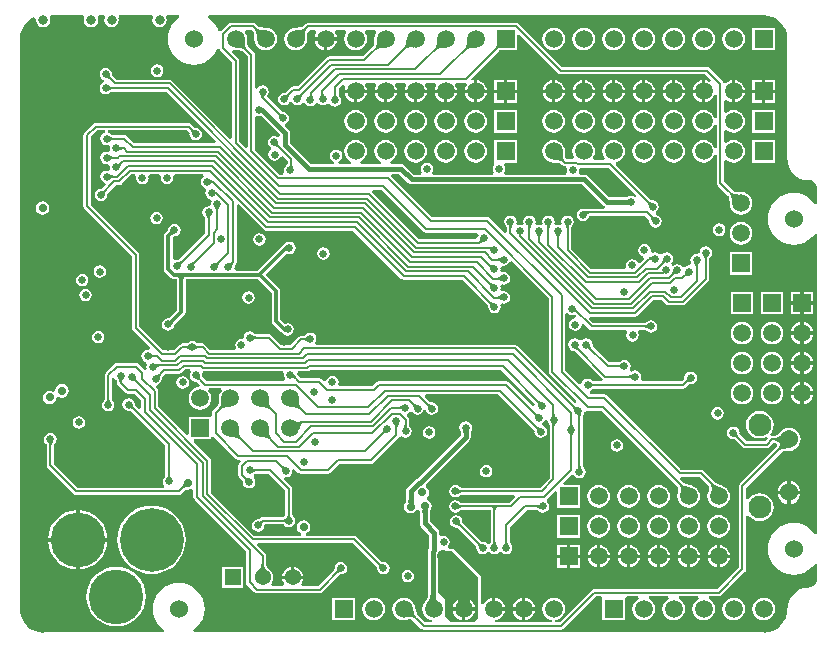
<source format=gbl>
G04 Layer_Physical_Order=4*
G04 Layer_Color=2346769*
%FSLAX44Y44*%
%MOMM*%
G71*
G01*
G75*
%ADD59C,0.3000*%
%ADD60C,0.2000*%
%ADD62C,0.4000*%
%ADD64C,1.0000*%
%ADD67C,1.5000*%
%ADD68R,1.5000X1.5000*%
%ADD69R,1.5000X1.5000*%
%ADD70C,4.6200*%
%ADD71C,5.3800*%
%ADD72C,1.5400*%
%ADD73C,1.9300*%
%ADD74C,1.3700*%
%ADD75R,1.3700X1.3700*%
%ADD76C,1.5240*%
%ADD77C,0.7400*%
%ADD78C,0.6400*%
%ADD79C,0.8000*%
G36*
X404352Y285135D02*
X404580Y284960D01*
X404821Y284806D01*
X405077Y284674D01*
X405347Y284562D01*
X405631Y284471D01*
X405929Y284401D01*
X406241Y284352D01*
X406567Y284324D01*
X406907Y284317D01*
X403739Y281149D01*
X403732Y281489D01*
X403704Y281815D01*
X403655Y282127D01*
X403585Y282425D01*
X403494Y282709D01*
X403382Y282979D01*
X403249Y283234D01*
X403096Y283476D01*
X402921Y283703D01*
X402725Y283917D01*
X404139Y285331D01*
X404352Y285135D01*
D02*
G37*
G36*
X412843Y286814D02*
X412582Y287040D01*
X412318Y287241D01*
X412051Y287419D01*
X411781Y287573D01*
X411509Y287704D01*
X411233Y287810D01*
X410956Y287893D01*
X410675Y287953D01*
X410391Y287988D01*
X410105Y288000D01*
X409987Y290000D01*
X410280Y290013D01*
X410565Y290051D01*
X410843Y290116D01*
X411114Y290206D01*
X411378Y290322D01*
X411635Y290464D01*
X411885Y290631D01*
X412128Y290824D01*
X412365Y291043D01*
X412594Y291287D01*
X412843Y286814D01*
D02*
G37*
G36*
X404352Y301257D02*
X404580Y301082D01*
X404821Y300929D01*
X405077Y300796D01*
X405347Y300684D01*
X405631Y300593D01*
X405929Y300523D01*
X406241Y300474D01*
X406567Y300446D01*
X406907Y300439D01*
X403739Y297271D01*
X403732Y297611D01*
X403704Y297937D01*
X403655Y298249D01*
X403585Y298547D01*
X403494Y298831D01*
X403382Y299101D01*
X403249Y299356D01*
X403096Y299598D01*
X402921Y299826D01*
X402725Y300039D01*
X404139Y301453D01*
X404352Y301257D01*
D02*
G37*
G36*
X537311Y262356D02*
X537066Y262592D01*
X536815Y262803D01*
X536560Y262989D01*
X536300Y263150D01*
X536035Y263286D01*
X535765Y263398D01*
X535490Y263485D01*
X535211Y263547D01*
X534926Y263584D01*
X534637Y263597D01*
Y265597D01*
X534926Y265609D01*
X535211Y265646D01*
X535490Y265708D01*
X535765Y265795D01*
X536035Y265907D01*
X536300Y266043D01*
X536560Y266204D01*
X536815Y266390D01*
X537066Y266601D01*
X537311Y266837D01*
Y262356D01*
D02*
G37*
G36*
X135218Y267621D02*
X134979Y267376D01*
X134390Y266689D01*
X134236Y266476D01*
X133990Y266073D01*
X133898Y265884D01*
X133827Y265702D01*
X133778Y265528D01*
X131444Y269352D01*
X131648Y269316D01*
X131856Y269310D01*
X132070Y269334D01*
X132287Y269387D01*
X132509Y269471D01*
X132736Y269584D01*
X132968Y269727D01*
X133204Y269900D01*
X133445Y270103D01*
X133690Y270336D01*
X135218Y267621D01*
D02*
G37*
G36*
X475884Y280262D02*
X476306Y279349D01*
X476457Y279077D01*
X476778Y278581D01*
X476947Y278357D01*
X477122Y278150D01*
X477302Y277958D01*
X476460Y275973D01*
X476235Y276177D01*
X476004Y276348D01*
X475766Y276486D01*
X475521Y276591D01*
X475269Y276662D01*
X475010Y276700D01*
X474745Y276704D01*
X474473Y276675D01*
X474194Y276613D01*
X473909Y276517D01*
X475755Y280599D01*
X475884Y280262D01*
D02*
G37*
G36*
X412935Y302856D02*
X412663Y303073D01*
X412390Y303268D01*
X412116Y303439D01*
X411840Y303588D01*
X411563Y303714D01*
X411284Y303817D01*
X411004Y303897D01*
X410723Y303954D01*
X410440Y303988D01*
X410156Y304000D01*
X409958Y306000D01*
X410251Y306013D01*
X410537Y306053D01*
X410813Y306118D01*
X411082Y306210D01*
X411342Y306329D01*
X411593Y306474D01*
X411836Y306645D01*
X412071Y306842D01*
X412297Y307066D01*
X412515Y307316D01*
X412935Y302856D01*
D02*
G37*
G36*
X403741Y316693D02*
X403972Y316522D01*
X404212Y316381D01*
X404461Y316272D01*
X404718Y316194D01*
X404983Y316148D01*
X405257Y316133D01*
X405540Y316149D01*
X405831Y316197D01*
X406130Y316275D01*
X404006Y312331D01*
X403900Y312674D01*
X403662Y313312D01*
X403530Y313606D01*
X403240Y314146D01*
X403082Y314391D01*
X402915Y314621D01*
X402739Y314834D01*
X402555Y315031D01*
X403518Y316896D01*
X403741Y316693D01*
D02*
G37*
G36*
X173964Y317550D02*
X173768Y317337D01*
X173594Y317109D01*
X173440Y316868D01*
X173307Y316612D01*
X173195Y316342D01*
X173104Y316058D01*
X173034Y315760D01*
X172985Y315448D01*
X172957Y315122D01*
X172950Y314782D01*
X169782Y317950D01*
X170122Y317957D01*
X170448Y317985D01*
X170760Y318034D01*
X171058Y318104D01*
X171342Y318195D01*
X171612Y318307D01*
X171868Y318440D01*
X172109Y318593D01*
X172337Y318768D01*
X172550Y318964D01*
X173964Y317550D01*
D02*
G37*
G36*
X185964Y317800D02*
X185768Y317587D01*
X185593Y317359D01*
X185440Y317118D01*
X185307Y316862D01*
X185195Y316592D01*
X185104Y316308D01*
X185034Y316010D01*
X184985Y315698D01*
X184957Y315372D01*
X184950Y315032D01*
X181782Y318200D01*
X182122Y318207D01*
X182448Y318235D01*
X182760Y318284D01*
X183058Y318354D01*
X183342Y318445D01*
X183612Y318557D01*
X183868Y318690D01*
X184109Y318843D01*
X184337Y319018D01*
X184550Y319214D01*
X185964Y317800D01*
D02*
G37*
G36*
X146500Y306500D02*
X145930Y306470D01*
X145420Y306380D01*
X144970Y306230D01*
X144580Y306020D01*
X144250Y305750D01*
X143980Y305420D01*
X143770Y305030D01*
X143620Y304580D01*
X143530Y304070D01*
X143500Y303500D01*
X140500D01*
X140470Y304070D01*
X140380Y304580D01*
X140230Y305030D01*
X140020Y305420D01*
X139750Y305750D01*
X139420Y306020D01*
X139030Y306230D01*
X138580Y306380D01*
X138070Y306470D01*
X137500Y306500D01*
X142000Y309500D01*
X146500Y306500D01*
D02*
G37*
G36*
X571968Y307800D02*
X571628Y307793D01*
X571302Y307765D01*
X570990Y307716D01*
X570692Y307646D01*
X570408Y307555D01*
X570138Y307443D01*
X569883Y307310D01*
X569641Y307157D01*
X569413Y306982D01*
X569200Y306786D01*
X567786Y308200D01*
X567982Y308413D01*
X568157Y308641D01*
X568310Y308882D01*
X568443Y309138D01*
X568555Y309408D01*
X568646Y309692D01*
X568716Y309990D01*
X568765Y310302D01*
X568793Y310628D01*
X568800Y310968D01*
X571968Y307800D01*
D02*
G37*
G36*
X561097Y308929D02*
X560794Y309004D01*
X560501Y309048D01*
X560216Y309061D01*
X559940Y309043D01*
X559673Y308995D01*
X559415Y308915D01*
X559166Y308805D01*
X558925Y308664D01*
X558694Y308492D01*
X558471Y308290D01*
X557483Y310129D01*
X557668Y310327D01*
X557844Y310541D01*
X558010Y310772D01*
X558167Y311019D01*
X558314Y311281D01*
X558581Y311856D01*
X558701Y312168D01*
X558911Y312840D01*
X561097Y308929D01*
D02*
G37*
G36*
X514715Y228760D02*
X514469Y228996D01*
X514219Y229206D01*
X513964Y229392D01*
X513703Y229554D01*
X513438Y229690D01*
X513168Y229802D01*
X512894Y229888D01*
X512614Y229950D01*
X512330Y229988D01*
X512040Y230000D01*
Y232000D01*
X512330Y232012D01*
X512614Y232050D01*
X512894Y232112D01*
X513168Y232198D01*
X513438Y232310D01*
X513703Y232446D01*
X513964Y232608D01*
X514219Y232794D01*
X514469Y233004D01*
X514715Y233240D01*
Y228760D01*
D02*
G37*
G36*
X119107Y232919D02*
X119975Y232686D01*
X120261Y232629D01*
X121110Y232521D01*
X121390Y232505D01*
X121667Y232500D01*
X122831Y230500D01*
X122523Y230486D01*
X122240Y230444D01*
X121979Y230373D01*
X121743Y230275D01*
X121530Y230148D01*
X121340Y229993D01*
X121174Y229810D01*
X121032Y229599D01*
X120914Y229360D01*
X120819Y229093D01*
X118815Y233018D01*
X119107Y232919D01*
D02*
G37*
G36*
X116031Y241504D02*
X116281Y241294D01*
X116536Y241108D01*
X116797Y240946D01*
X117062Y240810D01*
X117331Y240698D01*
X117606Y240612D01*
X117886Y240550D01*
X118170Y240512D01*
X118460Y240500D01*
Y238500D01*
X118170Y238488D01*
X117886Y238450D01*
X117606Y238388D01*
X117331Y238302D01*
X117062Y238190D01*
X116797Y238054D01*
X116536Y237892D01*
X116281Y237706D01*
X116031Y237496D01*
X115785Y237260D01*
Y241740D01*
X116031Y241504D01*
D02*
G37*
G36*
X124464Y223050D02*
X124268Y222837D01*
X124094Y222609D01*
X123940Y222368D01*
X123807Y222112D01*
X123695Y221842D01*
X123604Y221558D01*
X123534Y221260D01*
X123485Y220948D01*
X123457Y220622D01*
X123450Y220282D01*
X120282Y223450D01*
X120622Y223457D01*
X120948Y223485D01*
X121260Y223534D01*
X121558Y223604D01*
X121842Y223695D01*
X122112Y223807D01*
X122367Y223940D01*
X122609Y224093D01*
X122837Y224268D01*
X123050Y224464D01*
X124464Y223050D01*
D02*
G37*
G36*
X149410Y227999D02*
X150128Y226191D01*
X149352Y225029D01*
X148948Y223000D01*
X149352Y220971D01*
X150501Y219251D01*
X152221Y218102D01*
X154250Y217698D01*
X154532Y217754D01*
X154703Y217740D01*
X154868Y217714D01*
X155013Y217680D01*
X155139Y217639D01*
X155249Y217593D01*
X155347Y217542D01*
X155438Y217485D01*
X155445Y217480D01*
X157698Y215226D01*
X156953Y213143D01*
X155399Y212938D01*
X153088Y211981D01*
X151104Y210458D01*
X149581Y208473D01*
X148624Y206162D01*
X148297Y203682D01*
X148624Y201202D01*
X149581Y198891D01*
X151104Y196907D01*
X153088Y195384D01*
X155399Y194427D01*
X157879Y194100D01*
X160359Y194427D01*
X162670Y195384D01*
X164655Y196907D01*
X166177Y198891D01*
X167135Y201202D01*
X167461Y203682D01*
X167135Y206162D01*
X166177Y208473D01*
X164911Y210124D01*
X165250Y211348D01*
X165769Y212124D01*
X175389D01*
X175908Y211348D01*
X176247Y210124D01*
X174981Y208473D01*
X174024Y206162D01*
X173697Y203682D01*
X173739Y203364D01*
X173735Y202524D01*
X173624Y200604D01*
X173528Y199835D01*
X173404Y199150D01*
X173259Y198574D01*
X173101Y198111D01*
X172943Y197765D01*
X172800Y197533D01*
X172780Y197509D01*
X168837Y193566D01*
X168174Y192574D01*
X167941Y191403D01*
X167941Y191403D01*
Y189550D01*
X167379Y187782D01*
X148379D01*
Y173479D01*
X146531Y172713D01*
X122465Y196780D01*
Y209866D01*
X122465Y209866D01*
X122232Y211037D01*
X121569Y212029D01*
X121569Y212029D01*
X120605Y212994D01*
X121275Y215152D01*
X122279Y215352D01*
X123999Y216501D01*
X125148Y218221D01*
X125552Y220250D01*
X125496Y220532D01*
X125510Y220703D01*
X125536Y220868D01*
X125570Y221013D01*
X125611Y221139D01*
X125656Y221249D01*
X125707Y221347D01*
X125765Y221438D01*
X125770Y221445D01*
X128767Y224441D01*
X140170D01*
X140171Y224441D01*
X141341Y224674D01*
X142333Y225337D01*
X145188Y228191D01*
X149242D01*
X149410Y227999D01*
D02*
G37*
G36*
X441425Y198999D02*
X441345Y197809D01*
X439885Y197078D01*
X439291Y197035D01*
X419163Y217163D01*
X418171Y217826D01*
X417000Y218059D01*
X417000Y218059D01*
X309000D01*
X307829Y217826D01*
X306837Y217163D01*
X303783Y214109D01*
X276127D01*
X274825Y216109D01*
X275052Y217250D01*
X274648Y219279D01*
X273499Y220999D01*
X271779Y222148D01*
X269750Y222552D01*
X267721Y222148D01*
X266001Y220999D01*
X264852Y219279D01*
X264731Y218673D01*
X262561Y218015D01*
X260613Y219963D01*
X259620Y220626D01*
X258450Y220859D01*
X258450Y220859D01*
X243149D01*
X239921Y224086D01*
X239603Y224491D01*
X239724Y225229D01*
X240377Y226316D01*
X240560Y226491D01*
X248695D01*
X248696Y226491D01*
X249866Y226724D01*
X250858Y227387D01*
X251162Y227691D01*
X412733D01*
X441425Y198999D01*
D02*
G37*
G36*
X478053Y247950D02*
X478022Y247648D01*
X478019Y247356D01*
X478046Y247074D01*
X478102Y246803D01*
X478187Y246541D01*
X478301Y246290D01*
X478444Y246049D01*
X478616Y245817D01*
X478818Y245596D01*
X477064Y244521D01*
X476863Y244709D01*
X476645Y244885D01*
X476411Y245049D01*
X476161Y245202D01*
X475895Y245343D01*
X475613Y245472D01*
X475315Y245590D01*
X474671Y245790D01*
X474324Y245872D01*
X478114Y248262D01*
X478053Y247950D01*
D02*
G37*
G36*
X249108Y251420D02*
X248818Y251621D01*
X248243Y251961D01*
X247957Y252099D01*
X247672Y252216D01*
X247388Y252312D01*
X247105Y252386D01*
X246824Y252439D01*
X246543Y252471D01*
X246263Y252482D01*
X245917Y254482D01*
X246213Y254495D01*
X246499Y254536D01*
X246773Y254604D01*
X247036Y254699D01*
X247288Y254821D01*
X247529Y254971D01*
X247759Y255147D01*
X247978Y255351D01*
X248186Y255582D01*
X248382Y255840D01*
X249108Y251420D01*
D02*
G37*
G36*
X202530Y257004D02*
X202781Y256793D01*
X203036Y256607D01*
X203296Y256446D01*
X203561Y256310D01*
X203831Y256198D01*
X204106Y256111D01*
X204386Y256049D01*
X204670Y256012D01*
X204959Y256000D01*
Y254000D01*
X204670Y253987D01*
X204386Y253950D01*
X204106Y253888D01*
X203831Y253801D01*
X203561Y253689D01*
X203296Y253553D01*
X203036Y253392D01*
X202781Y253206D01*
X202530Y252995D01*
X202285Y252759D01*
Y257239D01*
X202530Y257004D01*
D02*
G37*
G36*
X228234Y264898D02*
X228471Y264695D01*
X228693Y264528D01*
X228902Y264397D01*
X229096Y264303D01*
X229276Y264244D01*
X229442Y264223D01*
X229594Y264237D01*
X229732Y264288D01*
X229855Y264375D01*
X229349Y260207D01*
X226387Y262491D01*
X227983Y265138D01*
X228234Y264898D01*
D02*
G37*
G36*
X148965Y244760D02*
X148719Y244996D01*
X148469Y245206D01*
X148214Y245392D01*
X147953Y245554D01*
X147688Y245690D01*
X147418Y245802D01*
X147144Y245888D01*
X146864Y245950D01*
X146580Y245988D01*
X146290Y246000D01*
Y248000D01*
X146580Y248012D01*
X146864Y248050D01*
X147144Y248112D01*
X147418Y248198D01*
X147688Y248310D01*
X147953Y248446D01*
X148214Y248608D01*
X148469Y248794D01*
X148719Y249004D01*
X148965Y249240D01*
Y244760D01*
D02*
G37*
G36*
X153781Y249004D02*
X154031Y248794D01*
X154286Y248608D01*
X154547Y248446D01*
X154812Y248310D01*
X155082Y248198D01*
X155356Y248112D01*
X155636Y248050D01*
X155920Y248012D01*
X156210Y248000D01*
Y246000D01*
X155920Y245988D01*
X155636Y245950D01*
X155356Y245888D01*
X155082Y245802D01*
X154812Y245690D01*
X154547Y245554D01*
X154286Y245392D01*
X154031Y245206D01*
X153781Y244996D01*
X153535Y244760D01*
Y249240D01*
X153781Y249004D01*
D02*
G37*
G36*
X488007Y248828D02*
X488035Y248502D01*
X488084Y248190D01*
X488154Y247892D01*
X488245Y247608D01*
X488357Y247338D01*
X488490Y247082D01*
X488643Y246841D01*
X488818Y246613D01*
X489014Y246400D01*
X487600Y244986D01*
X487387Y245182D01*
X487159Y245357D01*
X486918Y245510D01*
X486662Y245643D01*
X486392Y245755D01*
X486108Y245846D01*
X485810Y245916D01*
X485498Y245965D01*
X485172Y245993D01*
X484832Y246000D01*
X488000Y249168D01*
X488007Y248828D01*
D02*
G37*
G36*
X454836Y350530D02*
X454625Y350280D01*
X454439Y350025D01*
X454277Y349765D01*
X454141Y349500D01*
X454029Y349230D01*
X453943Y348955D01*
X453881Y348675D01*
X453843Y348391D01*
X453831Y348101D01*
X451831D01*
X451819Y348391D01*
X451781Y348675D01*
X451719Y348955D01*
X451633Y349230D01*
X451521Y349500D01*
X451385Y349765D01*
X451223Y350025D01*
X451037Y350280D01*
X450827Y350530D01*
X450591Y350776D01*
X455071D01*
X454836Y350530D01*
D02*
G37*
G36*
X470958D02*
X470747Y350280D01*
X470561Y350025D01*
X470400Y349765D01*
X470263Y349500D01*
X470151Y349230D01*
X470065Y348955D01*
X470003Y348675D01*
X469966Y348391D01*
X469953Y348101D01*
X467953D01*
X467941Y348391D01*
X467904Y348675D01*
X467841Y348955D01*
X467755Y349230D01*
X467643Y349500D01*
X467507Y349765D01*
X467346Y350025D01*
X467160Y350280D01*
X466949Y350530D01*
X466713Y350776D01*
X471193D01*
X470958Y350530D01*
D02*
G37*
G36*
X540881Y357551D02*
X541108Y357376D01*
X541350Y357222D01*
X541606Y357089D01*
X541875Y356977D01*
X542159Y356886D01*
X542457Y356816D01*
X542769Y356767D01*
X543095Y356739D01*
X543436Y356732D01*
X540268Y353564D01*
X540261Y353905D01*
X540233Y354231D01*
X540184Y354543D01*
X540114Y354841D01*
X540023Y355125D01*
X539911Y355394D01*
X539778Y355650D01*
X539624Y355892D01*
X539449Y356119D01*
X539253Y356333D01*
X540667Y357747D01*
X540881Y357551D01*
D02*
G37*
G36*
X135968Y342800D02*
X135759Y342790D01*
X135546Y342755D01*
X135329Y342695D01*
X135108Y342610D01*
X134884Y342501D01*
X134656Y342367D01*
X134424Y342208D01*
X134188Y342024D01*
X133948Y341816D01*
X133704Y341583D01*
X131583Y343704D01*
X131816Y343948D01*
X132208Y344424D01*
X132367Y344656D01*
X132501Y344884D01*
X132610Y345108D01*
X132695Y345329D01*
X132755Y345546D01*
X132790Y345759D01*
X132800Y345968D01*
X135968Y342800D01*
D02*
G37*
G36*
X422591Y350530D02*
X422380Y350280D01*
X422195Y350025D01*
X422033Y349765D01*
X421897Y349500D01*
X421785Y349230D01*
X421698Y348955D01*
X421637Y348675D01*
X421599Y348391D01*
X421587Y348101D01*
X419587D01*
X419575Y348391D01*
X419537Y348675D01*
X419475Y348955D01*
X419389Y349230D01*
X419277Y349500D01*
X419141Y349765D01*
X418979Y350025D01*
X418793Y350280D01*
X418582Y350530D01*
X418347Y350776D01*
X422827D01*
X422591Y350530D01*
D02*
G37*
G36*
X438713D02*
X438503Y350280D01*
X438316Y350025D01*
X438155Y349765D01*
X438019Y349500D01*
X437907Y349230D01*
X437821Y348955D01*
X437759Y348675D01*
X437721Y348391D01*
X437709Y348101D01*
X435709D01*
X435697Y348391D01*
X435659Y348675D01*
X435597Y348955D01*
X435511Y349230D01*
X435399Y349500D01*
X435263Y349765D01*
X435101Y350025D01*
X434915Y350280D01*
X434705Y350530D01*
X434469Y350776D01*
X438949D01*
X438713Y350530D01*
D02*
G37*
G36*
X167004Y358469D02*
X166793Y358218D01*
X166607Y357963D01*
X166446Y357703D01*
X166310Y357438D01*
X166198Y357168D01*
X166111Y356893D01*
X166049Y356613D01*
X166012Y356329D01*
X166000Y356040D01*
X164000D01*
X163987Y356329D01*
X163950Y356613D01*
X163888Y356893D01*
X163801Y357168D01*
X163690Y357438D01*
X163553Y357703D01*
X163392Y357963D01*
X163206Y358218D01*
X162995Y358469D01*
X162760Y358714D01*
X167240D01*
X167004Y358469D01*
D02*
G37*
G36*
X520465Y367510D02*
X520401Y367556D01*
X520304Y367596D01*
X520174Y367632D01*
X520011Y367664D01*
X519814Y367690D01*
X519321Y367728D01*
X518332Y367750D01*
Y371750D01*
X518695Y371752D01*
X520011Y371836D01*
X520174Y371868D01*
X520304Y371904D01*
X520401Y371944D01*
X520465Y371990D01*
Y367510D01*
D02*
G37*
G36*
X527315Y375359D02*
X526040Y373805D01*
X524779Y374648D01*
X522750Y375052D01*
X520721Y374648D01*
X519524Y373849D01*
X519206Y373828D01*
X503939D01*
X485884Y391884D01*
X484561Y392768D01*
X483000Y393078D01*
X483000Y393078D01*
X479789D01*
X478665Y394943D01*
X478670Y395078D01*
X479052Y397000D01*
X478973Y397395D01*
X480242Y398941D01*
X503733D01*
X527315Y375359D01*
D02*
G37*
G36*
X78214Y378800D02*
X78018Y378587D01*
X77843Y378359D01*
X77690Y378118D01*
X77557Y377862D01*
X77445Y377592D01*
X77354Y377308D01*
X77284Y377010D01*
X77235Y376698D01*
X77207Y376372D01*
X77200Y376032D01*
X74032Y379200D01*
X74372Y379207D01*
X74698Y379235D01*
X75010Y379284D01*
X75308Y379354D01*
X75592Y379445D01*
X75862Y379557D01*
X76118Y379690D01*
X76359Y379843D01*
X76587Y380018D01*
X76800Y380214D01*
X78214Y378800D01*
D02*
G37*
G36*
X482836Y362098D02*
X483023Y362077D01*
X483899Y362030D01*
X486417Y362000D01*
X486959Y360000D01*
X486645Y359987D01*
X486362Y359947D01*
X486109Y359881D01*
X485886Y359789D01*
X485693Y359670D01*
X485531Y359525D01*
X485398Y359353D01*
X485297Y359155D01*
X485225Y358931D01*
X485183Y358680D01*
X482702Y362121D01*
X482836Y362098D01*
D02*
G37*
G36*
X174154Y365319D02*
X173944Y365069D01*
X173757Y364814D01*
X173596Y364553D01*
X173460Y364288D01*
X173348Y364019D01*
X173262Y363744D01*
X173200Y363464D01*
X173162Y363180D01*
X173150Y362890D01*
X171150D01*
X171138Y363180D01*
X171100Y363464D01*
X171038Y363744D01*
X170952Y364019D01*
X170840Y364288D01*
X170704Y364553D01*
X170542Y364814D01*
X170356Y365069D01*
X170145Y365319D01*
X169910Y365565D01*
X174390D01*
X174154Y365319D01*
D02*
G37*
G36*
X538413Y370018D02*
X538641Y369843D01*
X538882Y369690D01*
X539138Y369557D01*
X539408Y369445D01*
X539692Y369354D01*
X539990Y369284D01*
X540302Y369235D01*
X540628Y369207D01*
X540968Y369200D01*
X537800Y366032D01*
X537793Y366372D01*
X537765Y366698D01*
X537716Y367010D01*
X537646Y367308D01*
X537555Y367592D01*
X537443Y367862D01*
X537310Y368118D01*
X537156Y368359D01*
X536982Y368587D01*
X536786Y368800D01*
X538200Y370214D01*
X538413Y370018D01*
D02*
G37*
G36*
X412572Y318759D02*
X412327Y318995D01*
X412076Y319206D01*
X411821Y319392D01*
X411561Y319553D01*
X411296Y319690D01*
X411026Y319802D01*
X410752Y319888D01*
X410472Y319950D01*
X410187Y319988D01*
X409898Y320000D01*
X409900Y322000D01*
X410189Y322012D01*
X410473Y322050D01*
X410753Y322112D01*
X411028Y322198D01*
X411298Y322310D01*
X411563Y322446D01*
X411823Y322607D01*
X412079Y322793D01*
X412329Y323004D01*
X412575Y323239D01*
X412572Y318759D01*
D02*
G37*
G36*
X142439Y318104D02*
X142251Y317903D01*
X142075Y317685D01*
X141911Y317451D01*
X141758Y317201D01*
X141617Y316936D01*
X141488Y316653D01*
X141370Y316355D01*
X141170Y315711D01*
X141088Y315364D01*
X138698Y319154D01*
X139010Y319093D01*
X139312Y319062D01*
X139604Y319059D01*
X139886Y319086D01*
X140157Y319142D01*
X140419Y319227D01*
X140670Y319341D01*
X140912Y319484D01*
X141143Y319657D01*
X141364Y319858D01*
X142439Y318104D01*
D02*
G37*
G36*
X540328Y320239D02*
X540217Y320384D01*
X540086Y320513D01*
X539934Y320627D01*
X539761Y320726D01*
X539568Y320810D01*
X539354Y320878D01*
X539119Y320932D01*
X538864Y320970D01*
X538588Y320992D01*
X538291Y321000D01*
Y323000D01*
X538588Y323008D01*
X538864Y323030D01*
X539119Y323068D01*
X539354Y323122D01*
X539568Y323190D01*
X539761Y323274D01*
X539934Y323373D01*
X540086Y323487D01*
X540217Y323616D01*
X540328Y323761D01*
Y320239D01*
D02*
G37*
G36*
X153818Y318404D02*
X153617Y318183D01*
X153444Y317952D01*
X153301Y317710D01*
X153187Y317459D01*
X153102Y317197D01*
X153046Y316926D01*
X153019Y316644D01*
X153022Y316352D01*
X153053Y316050D01*
X153114Y315738D01*
X149324Y318128D01*
X149671Y318210D01*
X150315Y318410D01*
X150613Y318528D01*
X150895Y318657D01*
X151161Y318798D01*
X151411Y318951D01*
X151645Y319115D01*
X151863Y319291D01*
X152064Y319479D01*
X153818Y318404D01*
D02*
G37*
G36*
X580222Y318252D02*
X580011Y318001D01*
X579825Y317746D01*
X579664Y317486D01*
X579528Y317221D01*
X579416Y316951D01*
X579329Y316676D01*
X579267Y316397D01*
X579230Y316112D01*
X579217Y315823D01*
X577217D01*
X577205Y316112D01*
X577168Y316397D01*
X577106Y316676D01*
X577019Y316951D01*
X576908Y317221D01*
X576771Y317486D01*
X576610Y317746D01*
X576424Y318001D01*
X576213Y318252D01*
X575978Y318497D01*
X580457D01*
X580222Y318252D01*
D02*
G37*
G36*
X552967Y318799D02*
X552627Y318792D01*
X552301Y318764D01*
X551988Y318715D01*
X551691Y318645D01*
X551407Y318555D01*
X551137Y318443D01*
X550881Y318310D01*
X550640Y318156D01*
X550412Y317981D01*
X550199Y317785D01*
X548785Y319199D01*
X548981Y319413D01*
X549155Y319640D01*
X549309Y319882D01*
X549442Y320137D01*
X549554Y320407D01*
X549645Y320691D01*
X549715Y320989D01*
X549764Y321301D01*
X549792Y321627D01*
X549799Y321967D01*
X552967Y318799D01*
D02*
G37*
G36*
X588004Y324469D02*
X587794Y324219D01*
X587608Y323964D01*
X587446Y323703D01*
X587310Y323438D01*
X587198Y323168D01*
X587112Y322894D01*
X587050Y322614D01*
X587012Y322330D01*
X587000Y322040D01*
X585000D01*
X584988Y322330D01*
X584950Y322614D01*
X584888Y322894D01*
X584802Y323168D01*
X584690Y323438D01*
X584554Y323703D01*
X584392Y323964D01*
X584206Y324219D01*
X583996Y324469D01*
X583760Y324715D01*
X588240D01*
X588004Y324469D01*
D02*
G37*
G36*
X346837Y344837D02*
X346837Y344837D01*
X347830Y344174D01*
X349000Y343941D01*
X392709D01*
X393711Y341941D01*
X393102Y341029D01*
X392698Y339000D01*
X390894Y338176D01*
X343381D01*
X303616Y377941D01*
X304445Y379941D01*
X311733D01*
X346837Y344837D01*
D02*
G37*
G36*
X446774Y342469D02*
X446564Y342219D01*
X446378Y341964D01*
X446216Y341703D01*
X446080Y341438D01*
X445968Y341169D01*
X445882Y340894D01*
X445820Y340614D01*
X445782Y340330D01*
X445770Y340040D01*
X443770D01*
X443758Y340330D01*
X443720Y340614D01*
X443658Y340894D01*
X443572Y341169D01*
X443460Y341438D01*
X443324Y341703D01*
X443162Y341964D01*
X442976Y342219D01*
X442766Y342469D01*
X442530Y342715D01*
X447010D01*
X446774Y342469D01*
D02*
G37*
G36*
X462896D02*
X462686Y342219D01*
X462500Y341964D01*
X462338Y341703D01*
X462202Y341438D01*
X462090Y341169D01*
X462004Y340894D01*
X461942Y340614D01*
X461904Y340330D01*
X461892Y340040D01*
X459892D01*
X459880Y340330D01*
X459842Y340614D01*
X459781Y340894D01*
X459694Y341169D01*
X459582Y341438D01*
X459446Y341703D01*
X459285Y341964D01*
X459099Y342219D01*
X458888Y342469D01*
X458652Y342715D01*
X463132D01*
X462896Y342469D01*
D02*
G37*
G36*
X231530Y328478D02*
X231391Y328564D01*
X231240Y328613D01*
X231077Y328627D01*
X230901Y328605D01*
X230713Y328546D01*
X230513Y328452D01*
X230300Y328322D01*
X230075Y328156D01*
X229837Y327954D01*
X229587Y327716D01*
X227910Y330281D01*
X230772Y332672D01*
X231530Y328478D01*
D02*
G37*
G36*
X406398Y332071D02*
X403740Y328862D01*
X403719Y329100D01*
X403665Y329314D01*
X403578Y329502D01*
X403459Y329665D01*
X403307Y329804D01*
X403122Y329917D01*
X402904Y330005D01*
X402653Y330067D01*
X402369Y330105D01*
X402052Y330117D01*
X402695Y332118D01*
X406398Y332071D01*
D02*
G37*
G36*
X397968Y335800D02*
X397628Y335793D01*
X397302Y335765D01*
X396990Y335716D01*
X396692Y335646D01*
X396408Y335555D01*
X396138Y335443D01*
X395882Y335310D01*
X395641Y335157D01*
X395413Y334982D01*
X395200Y334786D01*
X393786Y336200D01*
X393982Y336413D01*
X394156Y336641D01*
X394310Y336883D01*
X394443Y337138D01*
X394555Y337408D01*
X394646Y337692D01*
X394716Y337990D01*
X394765Y338302D01*
X394793Y338628D01*
X394800Y338968D01*
X397968Y335800D01*
D02*
G37*
G36*
X237259Y224393D02*
X237705Y223638D01*
X237867Y223400D01*
X238394Y222729D01*
X238583Y222519D01*
X238779Y222317D01*
X238221Y220046D01*
X237994Y220254D01*
X237763Y220425D01*
X237530Y220559D01*
X237294Y220656D01*
X237056Y220716D01*
X236814Y220739D01*
X236570Y220725D01*
X236323Y220674D01*
X236073Y220587D01*
X235821Y220462D01*
X237124Y224658D01*
X237259Y224393D01*
D02*
G37*
G36*
X147159Y128475D02*
X146727Y128474D01*
X146317Y128450D01*
X145928Y128402D01*
X145562Y128330D01*
X145217Y128235D01*
X144894Y128116D01*
X144593Y127974D01*
X144313Y127808D01*
X144056Y127619D01*
X143820Y127406D01*
X142427Y128841D01*
X142639Y129075D01*
X142828Y129332D01*
X142996Y129610D01*
X143141Y129911D01*
X143264Y130235D01*
X143365Y130581D01*
X143445Y130950D01*
X143502Y131341D01*
X143537Y131755D01*
X143550Y132191D01*
X147159Y128475D01*
D02*
G37*
G36*
X196803Y136628D02*
X197031Y136453D01*
X197272Y136299D01*
X197528Y136167D01*
X197798Y136055D01*
X198082Y135964D01*
X198380Y135894D01*
X198692Y135845D01*
X199018Y135817D01*
X199358Y135810D01*
X196190Y132642D01*
X196183Y132982D01*
X196155Y133308D01*
X196106Y133620D01*
X196036Y133918D01*
X195945Y134202D01*
X195833Y134472D01*
X195700Y134727D01*
X195547Y134969D01*
X195372Y135197D01*
X195176Y135410D01*
X196590Y136824D01*
X196803Y136628D01*
D02*
G37*
G36*
X132482Y138140D02*
X132520Y137856D01*
X132582Y137576D01*
X132668Y137302D01*
X132780Y137032D01*
X132916Y136767D01*
X133078Y136507D01*
X133264Y136251D01*
X133474Y136001D01*
X133710Y135755D01*
X129230D01*
X129466Y136001D01*
X129676Y136251D01*
X129862Y136507D01*
X130024Y136767D01*
X130160Y137032D01*
X130272Y137302D01*
X130358Y137576D01*
X130420Y137856D01*
X130458Y138140D01*
X130470Y138430D01*
X132470D01*
X132482Y138140D01*
D02*
G37*
G36*
X565875Y130589D02*
X566267Y130344D01*
X566772Y130085D01*
X567388Y129813D01*
X568958Y129228D01*
X572154Y128248D01*
X573443Y127894D01*
X564296Y122737D01*
X564556Y123722D01*
X564747Y124646D01*
X564868Y125507D01*
X564921Y126306D01*
X564904Y127044D01*
X564818Y127720D01*
X564662Y128334D01*
X564438Y128886D01*
X564144Y129376D01*
X563781Y129804D01*
X565594Y130820D01*
X565875Y130589D01*
D02*
G37*
G36*
X376531Y127004D02*
X376781Y126794D01*
X377036Y126608D01*
X377297Y126446D01*
X377562Y126310D01*
X377831Y126198D01*
X378106Y126112D01*
X378386Y126050D01*
X378670Y126012D01*
X378960Y126000D01*
Y124000D01*
X378670Y123988D01*
X378386Y123950D01*
X378106Y123888D01*
X377831Y123802D01*
X377562Y123690D01*
X377297Y123554D01*
X377036Y123392D01*
X376781Y123206D01*
X376531Y122996D01*
X376285Y122760D01*
Y127240D01*
X376531Y127004D01*
D02*
G37*
G36*
X592407Y131048D02*
X592714Y130861D01*
X593722Y130334D01*
X599902Y127523D01*
X590124Y123865D01*
X590506Y124736D01*
X590804Y125559D01*
X591018Y126335D01*
X591148Y127063D01*
X591193Y127744D01*
X591154Y128377D01*
X591030Y128962D01*
X590823Y129499D01*
X590531Y129989D01*
X590154Y130431D01*
X592231Y131183D01*
X592407Y131048D01*
D02*
G37*
G36*
X202531Y144754D02*
X202781Y144544D01*
X203036Y144358D01*
X203297Y144196D01*
X203562Y144060D01*
X203832Y143948D01*
X204106Y143862D01*
X204386Y143800D01*
X204670Y143762D01*
X204960Y143750D01*
Y141750D01*
X204670Y141738D01*
X204386Y141700D01*
X204106Y141638D01*
X203832Y141552D01*
X203562Y141440D01*
X203297Y141304D01*
X203036Y141142D01*
X202781Y140956D01*
X202531Y140746D01*
X202285Y140510D01*
Y144990D01*
X202531Y144754D01*
D02*
G37*
G36*
X190784Y177060D02*
X190902Y175019D01*
X191013Y174126D01*
X191160Y173318D01*
X191343Y172595D01*
X191560Y171957D01*
X191813Y171403D01*
X192101Y170935D01*
X192424Y170552D01*
X191010Y169137D01*
X190627Y169461D01*
X190158Y169749D01*
X189605Y170002D01*
X188967Y170219D01*
X188244Y170401D01*
X187435Y170548D01*
X186542Y170660D01*
X184502Y170777D01*
X183354Y170783D01*
X190779Y178207D01*
X190784Y177060D01*
D02*
G37*
G36*
X216185D02*
X216302Y175019D01*
X216413Y174126D01*
X216560Y173318D01*
X216742Y172595D01*
X216960Y171957D01*
X217213Y171403D01*
X217501Y170935D01*
X217824Y170552D01*
X216410Y169137D01*
X216026Y169461D01*
X215558Y169749D01*
X215005Y170002D01*
X214367Y170219D01*
X213643Y170401D01*
X212836Y170548D01*
X211943Y170660D01*
X209902Y170777D01*
X208754Y170783D01*
X216179Y178207D01*
X216185Y177060D01*
D02*
G37*
G36*
X474004Y174469D02*
X473794Y174219D01*
X473608Y173964D01*
X473446Y173703D01*
X473310Y173438D01*
X473198Y173169D01*
X473112Y172894D01*
X473050Y172614D01*
X473012Y172330D01*
X473000Y172040D01*
X471000D01*
X470988Y172330D01*
X470950Y172614D01*
X470888Y172894D01*
X470802Y173169D01*
X470690Y173438D01*
X470554Y173703D01*
X470392Y173964D01*
X470206Y174219D01*
X469996Y174469D01*
X469760Y174715D01*
X474240D01*
X474004Y174469D01*
D02*
G37*
G36*
X228163Y146268D02*
X228391Y146094D01*
X228633Y145940D01*
X228888Y145807D01*
X229158Y145695D01*
X229442Y145604D01*
X229740Y145534D01*
X230052Y145485D01*
X230378Y145457D01*
X230718Y145450D01*
X227550Y142282D01*
X227543Y142622D01*
X227515Y142948D01*
X227466Y143260D01*
X227396Y143558D01*
X227305Y143842D01*
X227193Y144112D01*
X227060Y144368D01*
X226907Y144609D01*
X226732Y144837D01*
X226536Y145050D01*
X227950Y146464D01*
X228163Y146268D01*
D02*
G37*
G36*
X480012Y145920D02*
X480050Y145636D01*
X480112Y145356D01*
X480198Y145082D01*
X480310Y144812D01*
X480446Y144547D01*
X480608Y144286D01*
X480794Y144031D01*
X481004Y143781D01*
X481240Y143535D01*
X476760D01*
X476996Y143781D01*
X477206Y144031D01*
X477392Y144286D01*
X477554Y144547D01*
X477690Y144812D01*
X477802Y145082D01*
X477888Y145356D01*
X477950Y145636D01*
X477988Y145920D01*
X478000Y146210D01*
X480000D01*
X480012Y145920D01*
D02*
G37*
G36*
X33004Y166469D02*
X32794Y166219D01*
X32608Y165963D01*
X32446Y165703D01*
X32310Y165438D01*
X32198Y165168D01*
X32112Y164894D01*
X32050Y164614D01*
X32012Y164330D01*
X32000Y164040D01*
X30000D01*
X29988Y164330D01*
X29950Y164614D01*
X29888Y164894D01*
X29802Y165168D01*
X29690Y165438D01*
X29554Y165703D01*
X29392Y165963D01*
X29206Y166219D01*
X28996Y166469D01*
X28760Y166715D01*
X33240D01*
X33004Y166469D01*
D02*
G37*
G36*
X394413Y81018D02*
X394641Y80843D01*
X394882Y80690D01*
X395138Y80557D01*
X395408Y80445D01*
X395692Y80354D01*
X395990Y80284D01*
X396302Y80235D01*
X396628Y80207D01*
X396968Y80200D01*
X393800Y77032D01*
X393793Y77372D01*
X393765Y77698D01*
X393716Y78010D01*
X393646Y78308D01*
X393555Y78592D01*
X393443Y78862D01*
X393310Y79117D01*
X393157Y79359D01*
X392982Y79587D01*
X392786Y79800D01*
X394200Y81214D01*
X394413Y81018D01*
D02*
G37*
G36*
X408012Y81670D02*
X408050Y81386D01*
X408112Y81106D01*
X408198Y80831D01*
X408310Y80562D01*
X408446Y80297D01*
X408608Y80036D01*
X408794Y79781D01*
X409004Y79531D01*
X409240Y79285D01*
X404760D01*
X404996Y79531D01*
X405206Y79781D01*
X405392Y80036D01*
X405554Y80297D01*
X405690Y80562D01*
X405802Y80831D01*
X405888Y81106D01*
X405950Y81386D01*
X405988Y81670D01*
X406000Y81960D01*
X408000D01*
X408012Y81670D01*
D02*
G37*
G36*
X418012D02*
X418050Y81386D01*
X418112Y81106D01*
X418198Y80831D01*
X418310Y80562D01*
X418446Y80297D01*
X418608Y80036D01*
X418794Y79781D01*
X419004Y79531D01*
X419240Y79285D01*
X414760D01*
X414996Y79531D01*
X415206Y79781D01*
X415392Y80036D01*
X415554Y80297D01*
X415690Y80562D01*
X415802Y80831D01*
X415888Y81106D01*
X415950Y81386D01*
X415988Y81670D01*
X416000Y81960D01*
X418000D01*
X418012Y81670D01*
D02*
G37*
G36*
X276973Y56587D02*
X276633Y56580D01*
X276306Y56552D01*
X275994Y56503D01*
X275697Y56433D01*
X275413Y56342D01*
X275143Y56230D01*
X274887Y56097D01*
X274646Y55943D01*
X274418Y55768D01*
X274205Y55573D01*
X272791Y56987D01*
X272987Y57200D01*
X273161Y57428D01*
X273315Y57669D01*
X273448Y57925D01*
X273560Y58194D01*
X273651Y58478D01*
X273721Y58776D01*
X273770Y59088D01*
X273798Y59414D01*
X273805Y59755D01*
X276973Y56587D01*
D02*
G37*
G36*
X211858Y62487D02*
X211972Y61989D01*
X212162Y61462D01*
X212427Y60905D01*
X212769Y60321D01*
X213186Y59707D01*
X213680Y59064D01*
X214894Y57691D01*
X215615Y56962D01*
X206025D01*
X206746Y57691D01*
X207960Y59064D01*
X208454Y59707D01*
X208871Y60321D01*
X209213Y60905D01*
X209478Y61462D01*
X209668Y61989D01*
X209782Y62487D01*
X209820Y62957D01*
X211820D01*
X211858Y62487D01*
D02*
G37*
G36*
X310450Y63805D02*
X310678Y63630D01*
X310919Y63476D01*
X311175Y63343D01*
X311444Y63231D01*
X311728Y63140D01*
X312026Y63071D01*
X312338Y63021D01*
X312664Y62993D01*
X313005Y62986D01*
X309837Y59819D01*
X309830Y60159D01*
X309802Y60485D01*
X309753Y60797D01*
X309683Y61095D01*
X309592Y61379D01*
X309480Y61649D01*
X309347Y61904D01*
X309193Y62146D01*
X309018Y62373D01*
X308822Y62587D01*
X310237Y64001D01*
X310450Y63805D01*
D02*
G37*
G36*
X377839Y98995D02*
X377867Y98669D01*
X377916Y98357D01*
X377986Y98059D01*
X378077Y97775D01*
X378189Y97506D01*
X378322Y97250D01*
X378476Y97008D01*
X378651Y96781D01*
X378847Y96568D01*
X377432Y95154D01*
X377219Y95349D01*
X376991Y95524D01*
X376750Y95678D01*
X376494Y95811D01*
X376225Y95923D01*
X375941Y96014D01*
X375643Y96084D01*
X375331Y96133D01*
X375005Y96161D01*
X374664Y96168D01*
X377832Y99336D01*
X377839Y98995D01*
D02*
G37*
G36*
X410000Y111068D02*
X409620Y111048D01*
X409280Y110988D01*
X408980Y110888D01*
X408720Y110748D01*
X408500Y110568D01*
X408320Y110348D01*
X408180Y110088D01*
X408080Y109788D01*
X408020Y109448D01*
X408000Y109068D01*
X406000D01*
X405980Y109448D01*
X405920Y109788D01*
X405820Y110088D01*
X405680Y110348D01*
X405500Y110568D01*
X405280Y110748D01*
X405020Y110888D01*
X404720Y110988D01*
X404380Y111048D01*
X404000Y111068D01*
X407000Y113068D01*
X410000Y111068D01*
D02*
G37*
G36*
X376598Y114072D02*
X376849Y113861D01*
X377104Y113675D01*
X377364Y113514D01*
X377629Y113378D01*
X377899Y113266D01*
X378174Y113179D01*
X378453Y113117D01*
X378738Y113080D01*
X379027Y113068D01*
Y111068D01*
X378738Y111055D01*
X378453Y111018D01*
X378174Y110956D01*
X377899Y110869D01*
X377629Y110758D01*
X377364Y110621D01*
X377104Y110460D01*
X376849Y110274D01*
X376598Y110063D01*
X376353Y109828D01*
Y114308D01*
X376598Y114072D01*
D02*
G37*
G36*
X445782Y109828D02*
X445537Y110063D01*
X445286Y110274D01*
X445031Y110460D01*
X444771Y110621D01*
X444506Y110758D01*
X444236Y110869D01*
X443961Y110956D01*
X443682Y111018D01*
X443397Y111055D01*
X443108Y111068D01*
Y113068D01*
X443397Y113080D01*
X443682Y113117D01*
X443961Y113179D01*
X444236Y113266D01*
X444506Y113378D01*
X444771Y113514D01*
X445031Y113675D01*
X445286Y113861D01*
X445537Y114072D01*
X445782Y114308D01*
Y109828D01*
D02*
G37*
G36*
X211214Y98800D02*
X211018Y98587D01*
X210843Y98359D01*
X210690Y98118D01*
X210557Y97862D01*
X210445Y97592D01*
X210354Y97308D01*
X210284Y97010D01*
X210235Y96698D01*
X210207Y96372D01*
X210200Y96032D01*
X207032Y99200D01*
X207372Y99207D01*
X207698Y99235D01*
X208010Y99284D01*
X208308Y99354D01*
X208592Y99445D01*
X208862Y99557D01*
X209118Y99690D01*
X209359Y99844D01*
X209587Y100018D01*
X209800Y100214D01*
X211214Y98800D01*
D02*
G37*
G36*
X230715Y97760D02*
X230469Y97996D01*
X230219Y98206D01*
X229963Y98392D01*
X229703Y98554D01*
X229438Y98690D01*
X229168Y98802D01*
X228894Y98888D01*
X228614Y98950D01*
X228330Y98988D01*
X228040Y99000D01*
Y101000D01*
X228330Y101012D01*
X228614Y101050D01*
X228894Y101112D01*
X229168Y101198D01*
X229438Y101310D01*
X229703Y101446D01*
X229963Y101608D01*
X230219Y101794D01*
X230469Y102004D01*
X230715Y102240D01*
Y97760D01*
D02*
G37*
G36*
X234012Y104670D02*
X234050Y104386D01*
X234112Y104106D01*
X234198Y103832D01*
X234310Y103562D01*
X234446Y103297D01*
X234608Y103036D01*
X234794Y102781D01*
X235004Y102531D01*
X235240Y102285D01*
X230760D01*
X230996Y102531D01*
X231206Y102781D01*
X231392Y103036D01*
X231554Y103297D01*
X231690Y103562D01*
X231802Y103832D01*
X231888Y104106D01*
X231950Y104386D01*
X231988Y104670D01*
X232000Y104960D01*
X234000D01*
X234012Y104670D01*
D02*
G37*
G36*
X351413Y199018D02*
X351641Y198843D01*
X351883Y198690D01*
X352138Y198557D01*
X352408Y198445D01*
X352692Y198354D01*
X352990Y198284D01*
X353302Y198235D01*
X353628Y198207D01*
X353968Y198200D01*
X350800Y195032D01*
X350793Y195372D01*
X350765Y195698D01*
X350716Y196010D01*
X350646Y196308D01*
X350555Y196592D01*
X350443Y196862D01*
X350310Y197118D01*
X350157Y197359D01*
X349982Y197587D01*
X349786Y197800D01*
X351200Y199214D01*
X351413Y199018D01*
D02*
G37*
G36*
X444831Y201350D02*
X445057Y201174D01*
X445297Y201018D01*
X445553Y200880D01*
X445823Y200761D01*
X446108Y200660D01*
X446407Y200579D01*
X446722Y200516D01*
X447051Y200472D01*
X447395Y200447D01*
X444057Y197459D01*
X444068Y197794D01*
X444055Y198116D01*
X444020Y198424D01*
X443961Y198719D01*
X443879Y199001D01*
X443774Y199270D01*
X443647Y199526D01*
X443495Y199768D01*
X443321Y199996D01*
X443124Y200212D01*
X444620Y201544D01*
X444831Y201350D01*
D02*
G37*
G36*
X81012Y202670D02*
X81050Y202386D01*
X81112Y202106D01*
X81198Y201831D01*
X81310Y201562D01*
X81446Y201297D01*
X81608Y201036D01*
X81794Y200781D01*
X82004Y200531D01*
X82240Y200285D01*
X77760D01*
X77996Y200531D01*
X78206Y200781D01*
X78392Y201036D01*
X78554Y201297D01*
X78690Y201562D01*
X78802Y201831D01*
X78888Y202106D01*
X78950Y202386D01*
X78988Y202670D01*
X79000Y202960D01*
X81000D01*
X81012Y202670D01*
D02*
G37*
G36*
X216185Y202460D02*
X216302Y200419D01*
X216413Y199526D01*
X216560Y198718D01*
X216742Y197995D01*
X216960Y197357D01*
X217213Y196803D01*
X217501Y196335D01*
X217824Y195952D01*
X216410Y194537D01*
X216026Y194861D01*
X215558Y195149D01*
X215005Y195401D01*
X214367Y195619D01*
X213643Y195801D01*
X212836Y195948D01*
X211943Y196060D01*
X209902Y196177D01*
X208754Y196183D01*
X216179Y203607D01*
X216185Y202460D01*
D02*
G37*
G36*
X241584D02*
X241702Y200419D01*
X241813Y199526D01*
X241960Y198718D01*
X242143Y197995D01*
X242360Y197357D01*
X242613Y196803D01*
X242901Y196335D01*
X243224Y195952D01*
X241810Y194537D01*
X241427Y194861D01*
X240958Y195149D01*
X240405Y195401D01*
X239767Y195619D01*
X239044Y195801D01*
X238235Y195948D01*
X237342Y196060D01*
X235302Y196177D01*
X234154Y196183D01*
X241579Y203607D01*
X241584Y202460D01*
D02*
G37*
G36*
X339413Y199018D02*
X339641Y198843D01*
X339883Y198690D01*
X340138Y198557D01*
X340408Y198445D01*
X340692Y198354D01*
X340990Y198284D01*
X341302Y198235D01*
X341628Y198207D01*
X341968Y198200D01*
X338800Y195032D01*
X338793Y195372D01*
X338765Y195698D01*
X338716Y196010D01*
X338646Y196308D01*
X338555Y196592D01*
X338443Y196862D01*
X338310Y197118D01*
X338157Y197359D01*
X337982Y197587D01*
X337786Y197800D01*
X339200Y199214D01*
X339413Y199018D01*
D02*
G37*
G36*
X488530Y217004D02*
X488780Y216793D01*
X489035Y216607D01*
X489296Y216446D01*
X489561Y216310D01*
X489831Y216198D01*
X490105Y216111D01*
X490385Y216049D01*
X490669Y216012D01*
X490959Y216000D01*
Y214000D01*
X490669Y213987D01*
X490385Y213950D01*
X490105Y213888D01*
X489831Y213801D01*
X489561Y213690D01*
X489296Y213553D01*
X489035Y213392D01*
X488780Y213206D01*
X488530Y212995D01*
X488284Y212760D01*
Y217240D01*
X488530Y217004D01*
D02*
G37*
G36*
X229195Y224491D02*
X228948Y223250D01*
X229352Y221221D01*
X230006Y220241D01*
X229061Y218241D01*
X163335D01*
X159770Y221805D01*
X159765Y221812D01*
X159707Y221903D01*
X159657Y222001D01*
X159611Y222111D01*
X159571Y222237D01*
X159537Y222381D01*
X159510Y222547D01*
X159496Y222718D01*
X159552Y223000D01*
X159214Y224700D01*
X159984Y225891D01*
X160577Y226491D01*
X227939D01*
X229195Y224491D01*
D02*
G37*
G36*
X157457Y222628D02*
X157485Y222302D01*
X157534Y221990D01*
X157604Y221692D01*
X157695Y221408D01*
X157807Y221138D01*
X157940Y220882D01*
X158094Y220641D01*
X158268Y220413D01*
X158464Y220200D01*
X157050Y218786D01*
X156837Y218982D01*
X156609Y219156D01*
X156368Y219310D01*
X156112Y219443D01*
X155842Y219555D01*
X155558Y219646D01*
X155260Y219716D01*
X154948Y219765D01*
X154622Y219793D01*
X154282Y219800D01*
X157450Y222968D01*
X157457Y222628D01*
D02*
G37*
G36*
X523715Y219760D02*
X523469Y219996D01*
X523219Y220206D01*
X522963Y220392D01*
X522703Y220554D01*
X522438Y220690D01*
X522169Y220802D01*
X521894Y220888D01*
X521614Y220950D01*
X521330Y220988D01*
X521040Y221000D01*
Y223000D01*
X521330Y223012D01*
X521614Y223050D01*
X521894Y223112D01*
X522169Y223198D01*
X522438Y223310D01*
X522703Y223446D01*
X522963Y223608D01*
X523219Y223794D01*
X523469Y224004D01*
X523715Y224240D01*
Y219760D01*
D02*
G37*
G36*
X103207Y221628D02*
X103235Y221302D01*
X103284Y220990D01*
X103354Y220692D01*
X103445Y220408D01*
X103557Y220138D01*
X103690Y219882D01*
X103843Y219641D01*
X104018Y219413D01*
X104214Y219200D01*
X102800Y217786D01*
X102587Y217982D01*
X102359Y218157D01*
X102118Y218310D01*
X101862Y218443D01*
X101592Y218555D01*
X101308Y218646D01*
X101010Y218716D01*
X100698Y218765D01*
X100372Y218793D01*
X100032Y218800D01*
X103200Y221968D01*
X103207Y221628D01*
D02*
G37*
G36*
X573037Y217807D02*
X572702Y217818D01*
X572381Y217806D01*
X572072Y217771D01*
X571777Y217713D01*
X571495Y217631D01*
X571227Y217526D01*
X570971Y217398D01*
X570729Y217247D01*
X570500Y217073D01*
X570284Y216876D01*
X568954Y218374D01*
X569148Y218585D01*
X569324Y218811D01*
X569481Y219051D01*
X569618Y219306D01*
X569738Y219576D01*
X569838Y219861D01*
X569920Y220161D01*
X569983Y220475D01*
X570028Y220805D01*
X570053Y221149D01*
X573037Y217807D01*
D02*
G37*
G36*
X92604Y220301D02*
X92394Y220051D01*
X92208Y219795D01*
X92046Y219535D01*
X91910Y219270D01*
X91798Y219000D01*
X91712Y218726D01*
X91650Y218446D01*
X91612Y218162D01*
X91600Y217872D01*
X89600D01*
X89588Y218162D01*
X89550Y218446D01*
X89488Y218726D01*
X89402Y219000D01*
X89290Y219270D01*
X89154Y219535D01*
X88992Y219795D01*
X88806Y220051D01*
X88596Y220301D01*
X88360Y220547D01*
X92840D01*
X92604Y220301D01*
D02*
G37*
G36*
X332782Y180400D02*
X332820Y180116D01*
X332882Y179836D01*
X332968Y179562D01*
X333080Y179292D01*
X333216Y179027D01*
X333378Y178766D01*
X333564Y178511D01*
X333774Y178261D01*
X334010Y178015D01*
X329530D01*
X329766Y178261D01*
X329976Y178511D01*
X330162Y178766D01*
X330324Y179027D01*
X330460Y179292D01*
X330572Y179562D01*
X330658Y179836D01*
X330720Y180116D01*
X330758Y180400D01*
X330770Y180690D01*
X332770D01*
X332782Y180400D01*
D02*
G37*
G36*
X473012Y181670D02*
X473050Y181386D01*
X473112Y181106D01*
X473198Y180832D01*
X473310Y180562D01*
X473446Y180297D01*
X473608Y180036D01*
X473794Y179781D01*
X474004Y179531D01*
X474240Y179285D01*
X469760D01*
X469996Y179531D01*
X470206Y179781D01*
X470392Y180036D01*
X470554Y180297D01*
X470690Y180562D01*
X470802Y180832D01*
X470888Y181106D01*
X470950Y181386D01*
X470988Y181670D01*
X471000Y181960D01*
X473000D01*
X473012Y181670D01*
D02*
G37*
G36*
X326004Y181719D02*
X325794Y181469D01*
X325608Y181214D01*
X325446Y180953D01*
X325310Y180688D01*
X325198Y180418D01*
X325112Y180144D01*
X325050Y179864D01*
X325012Y179580D01*
X325000Y179290D01*
X323000D01*
X322988Y179580D01*
X322950Y179864D01*
X322888Y180144D01*
X322802Y180418D01*
X322690Y180688D01*
X322554Y180953D01*
X322392Y181214D01*
X322206Y181469D01*
X321996Y181719D01*
X321760Y181965D01*
X326240D01*
X326004Y181719D01*
D02*
G37*
G36*
X316468Y174800D02*
X316128Y174793D01*
X315802Y174765D01*
X315490Y174716D01*
X315192Y174646D01*
X314908Y174555D01*
X314638Y174443D01*
X314382Y174310D01*
X314141Y174156D01*
X313913Y173982D01*
X313700Y173786D01*
X312286Y175200D01*
X312482Y175413D01*
X312657Y175641D01*
X312810Y175882D01*
X312943Y176138D01*
X313055Y176408D01*
X313146Y176692D01*
X313216Y176990D01*
X313265Y177302D01*
X313293Y177628D01*
X313300Y177968D01*
X316468Y174800D01*
D02*
G37*
G36*
X443663Y179518D02*
X443891Y179343D01*
X444132Y179190D01*
X444388Y179057D01*
X444658Y178945D01*
X444942Y178854D01*
X445240Y178784D01*
X445552Y178735D01*
X445878Y178707D01*
X446218Y178700D01*
X443050Y175532D01*
X443043Y175872D01*
X443015Y176198D01*
X442966Y176510D01*
X442896Y176808D01*
X442805Y177092D01*
X442693Y177362D01*
X442560Y177618D01*
X442407Y177859D01*
X442232Y178087D01*
X442036Y178300D01*
X443450Y179714D01*
X443663Y179518D01*
D02*
G37*
G36*
X238498Y184423D02*
X239155Y184133D01*
X239777Y183920D01*
X240366Y183784D01*
X240919Y183726D01*
X241439Y183744D01*
X241924Y183840D01*
X242375Y184012D01*
X242792Y184262D01*
X243175Y184589D01*
X244568Y183154D01*
X244232Y182780D01*
X243897Y182333D01*
X243563Y181812D01*
X243230Y181218D01*
X242568Y179808D01*
X242238Y178993D01*
X241256Y176104D01*
X237808Y184790D01*
X238498Y184423D01*
D02*
G37*
G36*
X458013Y189988D02*
X458052Y189703D01*
X458117Y189425D01*
X458209Y189156D01*
X458326Y188894D01*
X458470Y188640D01*
X458639Y188394D01*
X458835Y188156D01*
X459057Y187926D01*
X459305Y187703D01*
X456900Y185250D01*
X459305Y182797D01*
X459057Y182574D01*
X458835Y182344D01*
X458639Y182106D01*
X458470Y181860D01*
X458326Y181606D01*
X458209Y181344D01*
X458117Y181075D01*
X458052Y180797D01*
X458013Y180512D01*
X458000Y180219D01*
X456000Y180384D01*
X455988Y180669D01*
X455953Y180952D01*
X455896Y181234D01*
X455814Y181513D01*
X455710Y181790D01*
X455582Y182065D01*
X455431Y182339D01*
X455257Y182610D01*
X455059Y182879D01*
X454838Y183147D01*
X456900Y185250D01*
X454838Y187353D01*
X455059Y187621D01*
X455257Y187890D01*
X455431Y188161D01*
X455582Y188435D01*
X455710Y188710D01*
X455814Y188987D01*
X455896Y189266D01*
X455953Y189548D01*
X455988Y189831D01*
X456000Y190116D01*
X458000Y190281D01*
X458013Y189988D01*
D02*
G37*
G36*
X329465Y193510D02*
X329219Y193746D01*
X328969Y193956D01*
X328713Y194142D01*
X328453Y194304D01*
X328188Y194440D01*
X327919Y194552D01*
X327644Y194638D01*
X327364Y194700D01*
X327080Y194738D01*
X326790Y194750D01*
Y196750D01*
X327080Y196762D01*
X327364Y196800D01*
X327644Y196862D01*
X327919Y196948D01*
X328188Y197060D01*
X328453Y197196D01*
X328713Y197358D01*
X328969Y197544D01*
X329219Y197754D01*
X329465Y197990D01*
Y193510D01*
D02*
G37*
G36*
X100517Y198436D02*
X100691Y197789D01*
X100799Y197490D01*
X100920Y197206D01*
X101056Y196938D01*
X101204Y196686D01*
X101367Y196450D01*
X101543Y196229D01*
X101732Y196025D01*
X100586Y194343D01*
X100366Y194543D01*
X100135Y194716D01*
X99894Y194861D01*
X99641Y194979D01*
X99377Y195069D01*
X99102Y195132D01*
X98815Y195167D01*
X98518Y195174D01*
X98210Y195154D01*
X97891Y195106D01*
X100450Y198783D01*
X100517Y198436D01*
D02*
G37*
G36*
X183204Y196183D02*
X182056Y196177D01*
X180016Y196060D01*
X179123Y195948D01*
X178315Y195801D01*
X177592Y195619D01*
X176953Y195401D01*
X176400Y195149D01*
X175932Y194861D01*
X175548Y194537D01*
X174134Y195952D01*
X174457Y196335D01*
X174746Y196803D01*
X174998Y197357D01*
X175216Y197995D01*
X175398Y198718D01*
X175545Y199526D01*
X175656Y200419D01*
X175774Y202460D01*
X175779Y203607D01*
X183204Y196183D01*
D02*
G37*
G36*
X442413Y191018D02*
X442641Y190844D01*
X442882Y190690D01*
X443138Y190557D01*
X443408Y190445D01*
X443692Y190354D01*
X443990Y190284D01*
X444302Y190235D01*
X444628Y190207D01*
X444968Y190200D01*
X441800Y187032D01*
X441793Y187372D01*
X441765Y187698D01*
X441716Y188010D01*
X441646Y188308D01*
X441555Y188592D01*
X441443Y188862D01*
X441310Y189118D01*
X441157Y189359D01*
X440982Y189587D01*
X440786Y189800D01*
X442200Y191214D01*
X442413Y191018D01*
D02*
G37*
G36*
X480761Y191038D02*
X480461Y190430D01*
X480339Y190133D01*
X480150Y189550D01*
X480085Y189265D01*
X480038Y188984D01*
X480009Y188707D01*
X480000Y188434D01*
X478000Y187886D01*
X477986Y188186D01*
X477944Y188471D01*
X477874Y188742D01*
X477776Y188998D01*
X477651Y189239D01*
X477497Y189466D01*
X477315Y189678D01*
X477105Y189876D01*
X476868Y190059D01*
X476602Y190227D01*
X480940Y191347D01*
X480761Y191038D01*
D02*
G37*
G36*
X475096Y196681D02*
X475327Y196508D01*
X475568Y196364D01*
X475821Y196247D01*
X476084Y196159D01*
X476358Y196098D01*
X476643Y196065D01*
X476939Y196061D01*
X477245Y196084D01*
X477563Y196136D01*
X475052Y192426D01*
X474981Y192773D01*
X474799Y193419D01*
X474688Y193718D01*
X474564Y194002D01*
X474428Y194269D01*
X474278Y194521D01*
X474115Y194756D01*
X473939Y194976D01*
X473750Y195179D01*
X474875Y196882D01*
X475096Y196681D01*
D02*
G37*
G36*
X187960Y498418D02*
X188278Y498460D01*
X189119Y498456D01*
X191038Y498345D01*
X191807Y498249D01*
X192493Y498125D01*
X193069Y497980D01*
X193531Y497822D01*
X193878Y497664D01*
X194109Y497521D01*
X194133Y497501D01*
X198191Y493443D01*
Y416730D01*
X196343Y415964D01*
X191059Y421249D01*
Y489500D01*
X190826Y490671D01*
X190163Y491663D01*
X190163Y491663D01*
X184929Y496897D01*
X185034Y497249D01*
X185975Y498679D01*
X187960Y498418D01*
D02*
G37*
G36*
X223601Y420179D02*
X223624Y419854D01*
X223669Y419543D01*
X223736Y419245D01*
X223825Y418962D01*
X223934Y418693D01*
X224066Y418437D01*
X224219Y418195D01*
X224394Y417967D01*
X224590Y417753D01*
X223152Y416362D01*
X222940Y416558D01*
X222713Y416733D01*
X222471Y416887D01*
X222216Y417022D01*
X221946Y417136D01*
X221662Y417229D01*
X221363Y417303D01*
X221050Y417355D01*
X220723Y417388D01*
X220382Y417400D01*
X223599Y420518D01*
X223601Y420179D01*
D02*
G37*
G36*
X81318Y425383D02*
X81569Y425173D01*
X81824Y424987D01*
X82084Y424825D01*
X82349Y424689D01*
X82619Y424577D01*
X82894Y424491D01*
X83174Y424429D01*
X83458Y424391D01*
X83747Y424379D01*
Y422379D01*
X83458Y422367D01*
X83174Y422329D01*
X82894Y422267D01*
X82619Y422181D01*
X82349Y422069D01*
X82084Y421933D01*
X81824Y421771D01*
X81569Y421585D01*
X81318Y421375D01*
X81073Y421139D01*
Y425619D01*
X81318Y425383D01*
D02*
G37*
G36*
Y409349D02*
X81569Y409138D01*
X81824Y408952D01*
X82084Y408791D01*
X82349Y408655D01*
X82619Y408543D01*
X82894Y408456D01*
X83174Y408394D01*
X83458Y408357D01*
X83747Y408344D01*
Y406344D01*
X83458Y406332D01*
X83174Y406295D01*
X82894Y406233D01*
X82619Y406146D01*
X82349Y406034D01*
X82084Y405898D01*
X81824Y405737D01*
X81569Y405551D01*
X81318Y405340D01*
X81073Y405104D01*
Y409584D01*
X81318Y409349D01*
D02*
G37*
G36*
X77583Y428441D02*
X76759Y428277D01*
X75039Y427128D01*
X73889Y425408D01*
X73486Y423379D01*
X73889Y421350D01*
X75039Y419630D01*
X76759Y418481D01*
X78788Y418077D01*
X79935Y418305D01*
X80459Y417962D01*
X81503Y416717D01*
X81198Y415183D01*
X81421Y414061D01*
X79861Y412433D01*
X79861Y412433D01*
X78788Y412646D01*
X76759Y412243D01*
X75039Y411093D01*
X73889Y409373D01*
X73486Y407344D01*
X73889Y405316D01*
X75039Y403596D01*
X76759Y402446D01*
X78788Y402043D01*
X79906Y402265D01*
X80188Y402108D01*
X81471Y400661D01*
X81198Y399291D01*
X81454Y398004D01*
X80068Y396482D01*
X79891Y396392D01*
X78788Y396612D01*
X76759Y396208D01*
X75039Y395059D01*
X73889Y393339D01*
X73486Y391310D01*
X73889Y389281D01*
X75039Y387561D01*
X76759Y386412D01*
X77175Y386329D01*
X77833Y384159D01*
X75195Y381520D01*
X75188Y381515D01*
X75097Y381457D01*
X74999Y381407D01*
X74889Y381361D01*
X74763Y381320D01*
X74619Y381287D01*
X74453Y381260D01*
X74282Y381246D01*
X74000Y381302D01*
X71971Y380898D01*
X70251Y379749D01*
X69102Y378029D01*
X68698Y376000D01*
X69102Y373971D01*
X70251Y372251D01*
X71971Y371102D01*
X74000Y370698D01*
X76029Y371102D01*
X77749Y372251D01*
X78898Y373971D01*
X79302Y376000D01*
X79246Y376282D01*
X79260Y376453D01*
X79286Y376618D01*
X79321Y376763D01*
X79361Y376889D01*
X79406Y376999D01*
X79457Y377097D01*
X79515Y377188D01*
X79520Y377195D01*
X86577Y384251D01*
X89310D01*
X89310Y384251D01*
X90480Y384484D01*
X91473Y385147D01*
X99717Y393391D01*
X102790D01*
X103975Y391391D01*
X103698Y390000D01*
X104102Y387971D01*
X105251Y386251D01*
X106971Y385102D01*
X109000Y384698D01*
X111029Y385102D01*
X112749Y386251D01*
X113898Y387971D01*
X114302Y390000D01*
X114025Y391391D01*
X115210Y393391D01*
X123473D01*
X124775Y391391D01*
X124548Y390250D01*
X124952Y388221D01*
X126101Y386501D01*
X127821Y385352D01*
X129850Y384948D01*
X131879Y385352D01*
X133599Y386501D01*
X134748Y388221D01*
X135152Y390250D01*
X134925Y391391D01*
X136227Y393391D01*
X160355D01*
X160962Y391391D01*
X160001Y390749D01*
X158852Y389029D01*
X158448Y387000D01*
X158852Y384971D01*
X160001Y383251D01*
X161721Y382102D01*
X161952Y382056D01*
X162872Y379834D01*
X162668Y379529D01*
X162265Y377500D01*
X162668Y375471D01*
X163818Y373751D01*
X165538Y372602D01*
X166533Y372404D01*
X167539Y370309D01*
X167252Y369879D01*
X166848Y367850D01*
X165122Y366277D01*
X165000Y366301D01*
X162971Y365898D01*
X161251Y364748D01*
X160101Y363028D01*
X159698Y360999D01*
X160101Y358970D01*
X161251Y357250D01*
X161490Y357091D01*
X161600Y356959D01*
X161699Y356824D01*
X161777Y356698D01*
X161838Y356580D01*
X161883Y356470D01*
X161917Y356364D01*
X161940Y356260D01*
X161941Y356251D01*
Y343347D01*
X139775Y321181D01*
X139726Y321152D01*
X139680Y321131D01*
X139635Y321116D01*
X139583Y321106D01*
X139515Y321099D01*
X139427Y321100D01*
X139311Y321112D01*
X139087Y321155D01*
X138901Y321155D01*
X137960Y321342D01*
X136569Y321065D01*
X134569Y322250D01*
Y339379D01*
X136000Y340698D01*
X138029Y341102D01*
X139749Y342251D01*
X140898Y343971D01*
X141302Y346000D01*
X140898Y348029D01*
X139749Y349749D01*
X138029Y350898D01*
X136000Y351302D01*
X133971Y350898D01*
X132251Y349749D01*
X131102Y348029D01*
X130698Y346000D01*
X130721Y345886D01*
X130703Y345849D01*
X130644Y345749D01*
X130577Y345650D01*
X130450Y345497D01*
X128477Y343523D01*
X127703Y342366D01*
X127431Y341000D01*
Y313000D01*
X127703Y311634D01*
X128477Y310477D01*
X133477Y305477D01*
X134634Y304703D01*
X136000Y304431D01*
X137888D01*
X138078Y304398D01*
X138218Y304351D01*
X138280Y304317D01*
X138301Y304301D01*
X138318Y304280D01*
X138351Y304218D01*
X138398Y304078D01*
X138431Y303888D01*
Y278003D01*
X131906Y271477D01*
X131827Y271420D01*
X131743Y271367D01*
X131726Y271359D01*
X131639Y271357D01*
X130660Y271552D01*
X128631Y271148D01*
X126911Y269999D01*
X125762Y268279D01*
X125358Y266250D01*
X125762Y264221D01*
X126911Y262501D01*
X128631Y261352D01*
X130660Y260948D01*
X132689Y261352D01*
X134409Y262501D01*
X135558Y264221D01*
X135687Y264867D01*
X135738Y264966D01*
X135762Y265050D01*
X135769Y265069D01*
X135782Y265095D01*
X135934Y265345D01*
X135993Y265426D01*
X136266Y265744D01*
X144523Y274001D01*
X145297Y275159D01*
X145569Y276525D01*
Y303888D01*
X145602Y304078D01*
X145649Y304218D01*
X145682Y304281D01*
X145699Y304301D01*
X145719Y304318D01*
X145782Y304351D01*
X145922Y304398D01*
X146112Y304431D01*
X206772D01*
X218431Y292772D01*
Y269000D01*
X218703Y267634D01*
X219477Y266477D01*
X226477Y259477D01*
X227634Y258703D01*
X227996Y258631D01*
X228251Y258251D01*
X229971Y257101D01*
X231999Y256698D01*
X234028Y257101D01*
X235749Y258251D01*
X236898Y259970D01*
X237301Y261999D01*
X236898Y264028D01*
X235749Y265749D01*
X234028Y266898D01*
X231999Y267301D01*
X229971Y266898D01*
X229478Y266569D01*
X225569Y270478D01*
Y294250D01*
X225297Y295616D01*
X224523Y296773D01*
X213047Y308250D01*
X231128Y326331D01*
X231471Y326102D01*
X233500Y325698D01*
X235529Y326102D01*
X237249Y327251D01*
X238398Y328971D01*
X238802Y331000D01*
X238398Y333029D01*
X237249Y334749D01*
X235529Y335898D01*
X233500Y336302D01*
X231471Y335898D01*
X229751Y334749D01*
X229459Y334312D01*
X229384Y334297D01*
X228227Y333523D01*
X206272Y311569D01*
X187934D01*
X186767Y313569D01*
X187052Y315000D01*
X186996Y315282D01*
X187010Y315453D01*
X187036Y315618D01*
X187071Y315763D01*
X187111Y315889D01*
X187157Y315999D01*
X187207Y316097D01*
X187265Y316188D01*
X187270Y316195D01*
X187783Y316707D01*
X187783Y316707D01*
X188446Y317699D01*
X188679Y318870D01*
Y367109D01*
X190527Y367875D01*
X211814Y346587D01*
X211814Y346587D01*
X212807Y345924D01*
X213977Y345691D01*
X213977Y345691D01*
X287617D01*
X328354Y304955D01*
X328354Y304955D01*
X329346Y304292D01*
X330517Y304059D01*
X330517Y304059D01*
X379671D01*
X401419Y282311D01*
X401424Y282304D01*
X401482Y282214D01*
X401532Y282116D01*
X401578Y282006D01*
X401618Y281880D01*
X401652Y281735D01*
X401679Y281569D01*
X401693Y281399D01*
X401637Y281117D01*
X402041Y279088D01*
X403190Y277368D01*
X404910Y276219D01*
X406939Y275815D01*
X408968Y276219D01*
X410688Y277368D01*
X411837Y279088D01*
X412241Y281117D01*
X411946Y282600D01*
X412255Y283106D01*
X413011Y283862D01*
X413517Y284171D01*
X415000Y283876D01*
X417029Y284280D01*
X418749Y285429D01*
X419898Y287149D01*
X420302Y289178D01*
X419898Y291207D01*
X418749Y292927D01*
X417029Y294076D01*
X415000Y294480D01*
X413517Y294185D01*
X413011Y294494D01*
X412255Y295250D01*
X411946Y295756D01*
X412241Y297239D01*
X411946Y298722D01*
X412255Y299228D01*
X413011Y299984D01*
X413517Y300293D01*
X415000Y299998D01*
X417029Y300402D01*
X418749Y301551D01*
X419898Y303271D01*
X420302Y305300D01*
X419898Y307329D01*
X418749Y309049D01*
X417029Y310198D01*
X415000Y310602D01*
X413694Y310342D01*
X413530Y310423D01*
X412204Y311749D01*
X412122Y311914D01*
X412382Y313220D01*
X412163Y314323D01*
X413755Y315915D01*
X414859Y315696D01*
X416888Y316099D01*
X418608Y317249D01*
X419712Y318902D01*
X419770Y318972D01*
X421908Y319534D01*
X452941Y288501D01*
Y226000D01*
X452941Y226000D01*
X453174Y224830D01*
X453837Y223837D01*
X476086Y201588D01*
X475832Y199541D01*
X475576Y199270D01*
X475486Y199279D01*
X475309Y199360D01*
X426506Y248163D01*
X425514Y248826D01*
X424343Y249059D01*
X424343Y249059D01*
X256290D01*
X255289Y251059D01*
X255898Y251971D01*
X256302Y254000D01*
X255898Y256029D01*
X254749Y257749D01*
X253029Y258898D01*
X251000Y259302D01*
X248971Y258898D01*
X247251Y257749D01*
X246861Y257165D01*
X246760Y257076D01*
X246614Y256884D01*
X246522Y256782D01*
X246440Y256706D01*
X246368Y256650D01*
X246304Y256610D01*
X246243Y256581D01*
X246180Y256558D01*
X246109Y256541D01*
X243482D01*
X243482Y256541D01*
X242311Y256308D01*
X241319Y255645D01*
X241319Y255645D01*
X234283Y248609D01*
X226717D01*
X218163Y257162D01*
X217171Y257825D01*
X216000Y258058D01*
X216000Y258058D01*
X204748D01*
X204739Y258059D01*
X204635Y258083D01*
X204529Y258116D01*
X204419Y258161D01*
X204301Y258222D01*
X204175Y258300D01*
X204039Y258399D01*
X203908Y258510D01*
X203749Y258748D01*
X202029Y259898D01*
X200000Y260301D01*
X197971Y259898D01*
X196251Y258748D01*
X195101Y257028D01*
X194698Y255000D01*
X192851Y254032D01*
X192750Y254052D01*
X190721Y253648D01*
X189001Y252499D01*
X187852Y250779D01*
X187448Y248750D01*
X187852Y246721D01*
X187900Y246649D01*
X186831Y244649D01*
X166659D01*
X162199Y249108D01*
X162163Y249163D01*
X161171Y249826D01*
X160000Y250059D01*
X155998D01*
X155990Y250060D01*
X155885Y250083D01*
X155779Y250116D01*
X155669Y250162D01*
X155552Y250222D01*
X155425Y250301D01*
X155290Y250399D01*
X155159Y250510D01*
X154999Y250749D01*
X153279Y251898D01*
X151250Y252302D01*
X149221Y251898D01*
X147501Y250749D01*
X147341Y250510D01*
X147210Y250399D01*
X147074Y250301D01*
X146948Y250222D01*
X146831Y250162D01*
X146720Y250116D01*
X146615Y250083D01*
X146511Y250060D01*
X146502Y250059D01*
X142693D01*
X142693Y250059D01*
X141523Y249826D01*
X140530Y249163D01*
X135576Y244209D01*
X126617D01*
X106309Y264517D01*
Y325223D01*
X106309Y325223D01*
X106076Y326394D01*
X105413Y327386D01*
X65149Y367650D01*
Y424983D01*
X70607Y430441D01*
X77386D01*
X77583Y428441D01*
D02*
G37*
G36*
X89031Y417187D02*
X89281Y416977D01*
X89536Y416791D01*
X89797Y416629D01*
X90062Y416493D01*
X90331Y416381D01*
X90606Y416295D01*
X90886Y416232D01*
X91170Y416195D01*
X91460Y416183D01*
Y414183D01*
X91170Y414170D01*
X90886Y414133D01*
X90606Y414071D01*
X90331Y413984D01*
X90062Y413873D01*
X89797Y413736D01*
X89536Y413575D01*
X89281Y413389D01*
X89031Y413178D01*
X88785Y412943D01*
Y417423D01*
X89031Y417187D01*
D02*
G37*
G36*
X208000Y442698D02*
X209432Y442983D01*
X225321Y427094D01*
X225193Y425924D01*
X223088Y425058D01*
X222429Y425498D01*
X220400Y425902D01*
X218371Y425498D01*
X216651Y424349D01*
X215502Y422629D01*
X215098Y420600D01*
X215502Y418571D01*
X216651Y416851D01*
X217472Y416302D01*
X217587Y413974D01*
X217251Y413749D01*
X216102Y412029D01*
X215698Y410000D01*
X216102Y407971D01*
X217251Y406251D01*
X218971Y405102D01*
X221000Y404698D01*
X223029Y405102D01*
X224749Y406251D01*
X225860Y407914D01*
X225905Y407973D01*
X228053Y408550D01*
X231940Y404663D01*
Y401937D01*
X231931Y401901D01*
X231922Y401879D01*
X231916Y401867D01*
X231907Y401855D01*
X231907Y401855D01*
X231644Y401679D01*
X231602Y401656D01*
X231574Y401632D01*
X230250Y400748D01*
X229101Y399028D01*
X228698Y396999D01*
X229084Y395059D01*
X229092Y394954D01*
X227973Y393059D01*
X225499D01*
X204309Y414249D01*
Y441990D01*
X206309Y443035D01*
X208000Y442698D01*
D02*
G37*
G36*
X638921Y527714D02*
X642692Y526570D01*
X646167Y524712D01*
X649213Y522213D01*
X651712Y519167D01*
X653570Y515692D01*
X654714Y511921D01*
X655076Y508246D01*
X655027Y508000D01*
Y406400D01*
X655027Y406400D01*
X655027Y406400D01*
X655027Y406334D01*
X655040Y406271D01*
X655232Y404482D01*
X655390Y402877D01*
X656417Y399490D01*
X658086Y396368D01*
X660332Y393632D01*
X663068Y391386D01*
X666190Y389717D01*
X669577Y388690D01*
X672937Y388359D01*
X673100Y388326D01*
X673219Y388350D01*
X675006Y388115D01*
X676783Y387379D01*
X678308Y386208D01*
X679479Y384683D01*
X680215Y382906D01*
X680427Y381000D01*
X680427Y379003D01*
X680427Y379000D01*
Y368358D01*
X678427Y368093D01*
X675932Y371132D01*
X672604Y373864D01*
X668806Y375894D01*
X664685Y377144D01*
X660400Y377566D01*
X656115Y377144D01*
X651994Y375894D01*
X648196Y373864D01*
X644868Y371132D01*
X642136Y367804D01*
X640106Y364006D01*
X638856Y359885D01*
X638434Y355600D01*
X638856Y351315D01*
X640106Y347194D01*
X642136Y343396D01*
X644868Y340068D01*
X648196Y337336D01*
X651994Y335306D01*
X656115Y334056D01*
X660400Y333634D01*
X664685Y334056D01*
X668806Y335306D01*
X672604Y337336D01*
X675932Y340068D01*
X678427Y343107D01*
X680427Y342842D01*
Y88958D01*
X678427Y88693D01*
X675932Y91732D01*
X672604Y94464D01*
X668806Y96494D01*
X664685Y97744D01*
X660400Y98166D01*
X656115Y97744D01*
X651994Y96494D01*
X648196Y94464D01*
X644868Y91732D01*
X642136Y88404D01*
X640106Y84606D01*
X638856Y80485D01*
X638434Y76200D01*
X638856Y71915D01*
X640106Y67794D01*
X642136Y63996D01*
X644868Y60668D01*
X648196Y57936D01*
X651994Y55906D01*
X656115Y54656D01*
X660400Y54234D01*
X664685Y54656D01*
X668806Y55906D01*
X672604Y57936D01*
X675932Y60668D01*
X678427Y63707D01*
X680427Y63442D01*
Y50801D01*
X680427Y50800D01*
X680427Y50800D01*
X680215Y48894D01*
X679479Y47117D01*
X678308Y45592D01*
X676783Y44421D01*
X675006Y43685D01*
X673100Y43473D01*
X673034Y43473D01*
X672865Y43437D01*
X671180Y43268D01*
X669577Y43110D01*
X666190Y42082D01*
X663068Y40414D01*
X660332Y38168D01*
X658086Y35432D01*
X656418Y32310D01*
X655390Y28923D01*
X655232Y27320D01*
X655052Y25528D01*
X655027Y25400D01*
X655027D01*
X654908Y23449D01*
X654714Y21479D01*
X653570Y17708D01*
X651712Y14233D01*
X649213Y11187D01*
X646167Y8688D01*
X642692Y6830D01*
X638921Y5686D01*
X635246Y5324D01*
X635000Y5373D01*
X152458D01*
X152193Y7373D01*
X155232Y9868D01*
X157964Y13196D01*
X159994Y16994D01*
X161244Y21115D01*
X161666Y25400D01*
X161244Y29685D01*
X159994Y33806D01*
X157964Y37604D01*
X155232Y40932D01*
X151904Y43664D01*
X148106Y45694D01*
X143985Y46944D01*
X139700Y47366D01*
X135415Y46944D01*
X131294Y45694D01*
X127496Y43664D01*
X124168Y40932D01*
X121436Y37604D01*
X119406Y33806D01*
X118156Y29685D01*
X117734Y25400D01*
X118156Y21115D01*
X119406Y16994D01*
X121436Y13196D01*
X124168Y9868D01*
X127207Y7373D01*
X126942Y5373D01*
X25400D01*
X25155Y5324D01*
X21479Y5686D01*
X17708Y6830D01*
X14233Y8688D01*
X11187Y11187D01*
X8688Y14233D01*
X6830Y17708D01*
X5686Y21479D01*
X5324Y25155D01*
X5373Y25400D01*
Y508000D01*
X5324Y508246D01*
X5686Y511921D01*
X6830Y515692D01*
X8688Y519167D01*
X11187Y522213D01*
X14233Y524712D01*
X17384Y526396D01*
X18162Y526040D01*
X19128Y524910D01*
X18915Y523842D01*
X19381Y521501D01*
X20707Y519516D01*
X22691Y518190D01*
X25032Y517724D01*
X27374Y518190D01*
X29358Y519516D01*
X30684Y521501D01*
X31150Y523842D01*
X30715Y526027D01*
X30756Y526496D01*
X31574Y528027D01*
X58991D01*
X59809Y526496D01*
X59850Y526027D01*
X59415Y523842D01*
X59881Y521501D01*
X61207Y519516D01*
X63191Y518190D01*
X65532Y517724D01*
X67874Y518190D01*
X69858Y519516D01*
X71184Y521501D01*
X71650Y523842D01*
X71216Y526027D01*
X71256Y526496D01*
X72074Y528027D01*
X76472D01*
X77263Y526547D01*
X77344Y526027D01*
X76915Y523871D01*
X77380Y521530D01*
X78707Y519545D01*
X80691Y518219D01*
X83032Y517753D01*
X85373Y518219D01*
X87358Y519545D01*
X88684Y521530D01*
X89150Y523871D01*
X88721Y526027D01*
X88802Y526547D01*
X89593Y528027D01*
X116972D01*
X117763Y526547D01*
X117844Y526027D01*
X117415Y523871D01*
X117880Y521530D01*
X119207Y519545D01*
X121191Y518219D01*
X123532Y517753D01*
X125873Y518219D01*
X127858Y519545D01*
X129184Y521530D01*
X129650Y523871D01*
X129221Y526027D01*
X129302Y526547D01*
X130093Y528027D01*
X139642D01*
X139907Y526027D01*
X136868Y523532D01*
X134136Y520204D01*
X132106Y516406D01*
X130856Y512285D01*
X130434Y508000D01*
X130856Y503715D01*
X132106Y499594D01*
X134136Y495796D01*
X136868Y492468D01*
X140196Y489736D01*
X143994Y487706D01*
X148115Y486456D01*
X152400Y486034D01*
X156685Y486456D01*
X160806Y487706D01*
X164604Y489736D01*
X167932Y492468D01*
X170664Y495796D01*
X172517Y499263D01*
X173564Y499329D01*
X174606Y499011D01*
X174634Y498870D01*
X175297Y497877D01*
X184941Y488233D01*
Y424323D01*
X183093Y423557D01*
X134238Y472413D01*
X133245Y473076D01*
X132075Y473309D01*
X132075Y473309D01*
X87267D01*
X83520Y477055D01*
X83515Y477062D01*
X83457Y477153D01*
X83407Y477251D01*
X83361Y477361D01*
X83321Y477487D01*
X83287Y477631D01*
X83260Y477797D01*
X83246Y477968D01*
X83302Y478250D01*
X82898Y480279D01*
X81749Y481999D01*
X80029Y483148D01*
X78000Y483552D01*
X75971Y483148D01*
X74251Y481999D01*
X73102Y480279D01*
X72698Y478250D01*
X73102Y476221D01*
X74251Y474501D01*
X75971Y473352D01*
X76384Y473270D01*
Y471230D01*
X75971Y471148D01*
X74251Y469999D01*
X73102Y468279D01*
X72698Y466250D01*
X73102Y464221D01*
X74251Y462501D01*
X75971Y461352D01*
X78000Y460948D01*
X80029Y461352D01*
X81749Y462501D01*
X81909Y462740D01*
X82040Y462850D01*
X82176Y462949D01*
X82302Y463027D01*
X82420Y463088D01*
X82530Y463134D01*
X82635Y463167D01*
X82739Y463190D01*
X82748Y463191D01*
X129151D01*
X170986Y421357D01*
X170221Y419509D01*
X101964D01*
X95931Y425542D01*
X94939Y426205D01*
X93768Y426438D01*
X93768Y426438D01*
X83536D01*
X83527Y426439D01*
X83423Y426462D01*
X83317Y426495D01*
X83207Y426541D01*
X83089Y426601D01*
X82963Y426680D01*
X82828Y426778D01*
X82696Y426889D01*
X82537Y427128D01*
X80816Y428277D01*
X79992Y428441D01*
X80189Y430441D01*
X146873D01*
X148628Y428686D01*
X148633Y428680D01*
X148691Y428589D01*
X148742Y428491D01*
X148787Y428381D01*
X148828Y428255D01*
X148862Y428110D01*
X148888Y427945D01*
X148903Y427774D01*
X148847Y427492D01*
X149250Y425463D01*
X150399Y423743D01*
X152119Y422594D01*
X154148Y422190D01*
X156177Y422594D01*
X157897Y423743D01*
X159047Y425463D01*
X159450Y427492D01*
X159047Y429521D01*
X157897Y431241D01*
X156177Y432390D01*
X154148Y432794D01*
X153866Y432738D01*
X153696Y432752D01*
X153530Y432778D01*
X153385Y432812D01*
X153259Y432853D01*
X153149Y432898D01*
X153051Y432949D01*
X152961Y433007D01*
X152954Y433012D01*
X150303Y435663D01*
X149311Y436326D01*
X148140Y436559D01*
X148140Y436559D01*
X69340D01*
X68169Y436326D01*
X67177Y435663D01*
X67177Y435663D01*
X59927Y428413D01*
X59264Y427421D01*
X59031Y426250D01*
X59031Y426250D01*
Y366383D01*
X59031Y366383D01*
X59264Y365213D01*
X59927Y364220D01*
X100191Y323956D01*
Y263250D01*
X100191Y263250D01*
X100424Y262080D01*
X101087Y261087D01*
X115788Y246386D01*
X114803Y244543D01*
X113500Y244802D01*
X111471Y244398D01*
X109751Y243249D01*
X108602Y241529D01*
X108198Y239500D01*
X108602Y237471D01*
X109751Y235751D01*
X111471Y234602D01*
X112084Y234480D01*
X113004Y232257D01*
X112852Y232029D01*
X112448Y230000D01*
X112722Y228622D01*
X112147Y228187D01*
X110857Y227748D01*
X105942Y232663D01*
X104950Y233326D01*
X103779Y233559D01*
X103779Y233559D01*
X87250D01*
X87250Y233559D01*
X86080Y233326D01*
X85087Y232663D01*
X85087Y232663D01*
X77837Y225413D01*
X77174Y224421D01*
X76941Y223250D01*
X76941Y223250D01*
Y202748D01*
X76940Y202740D01*
X76917Y202635D01*
X76884Y202530D01*
X76838Y202419D01*
X76778Y202302D01*
X76699Y202176D01*
X76600Y202040D01*
X76490Y201909D01*
X76251Y201749D01*
X75102Y200029D01*
X74698Y198000D01*
X75102Y195971D01*
X76251Y194251D01*
X77971Y193102D01*
X80000Y192698D01*
X82029Y193102D01*
X83749Y194251D01*
X84898Y195971D01*
X85302Y198000D01*
X84898Y200029D01*
X83749Y201749D01*
X83510Y201909D01*
X83399Y202040D01*
X83301Y202176D01*
X83223Y202302D01*
X83162Y202419D01*
X83116Y202530D01*
X83083Y202635D01*
X83060Y202739D01*
X83059Y202748D01*
Y220294D01*
X83673Y220750D01*
X84092Y220761D01*
X86166Y220108D01*
X86851Y219083D01*
X87090Y218923D01*
X87200Y218792D01*
X87299Y218656D01*
X87378Y218530D01*
X87438Y218412D01*
X87484Y218302D01*
X87517Y218197D01*
X87540Y218092D01*
X87541Y218084D01*
Y216574D01*
X87541Y216573D01*
X87774Y215403D01*
X88437Y214410D01*
X94261Y208587D01*
X95253Y207924D01*
X96423Y207691D01*
X96424Y207691D01*
X102607D01*
X108181Y202117D01*
Y195101D01*
X106334Y194335D01*
X103013Y197656D01*
X103006Y197665D01*
X102925Y197783D01*
X102846Y197916D01*
X102770Y198067D01*
X102697Y198236D01*
X102638Y198401D01*
X102505Y198895D01*
X102452Y199169D01*
X102377Y199354D01*
X102193Y200279D01*
X101044Y201999D01*
X99323Y203148D01*
X97295Y203552D01*
X95266Y203148D01*
X93546Y201999D01*
X92396Y200279D01*
X91993Y198250D01*
X92396Y196221D01*
X93546Y194501D01*
X95266Y193352D01*
X97295Y192948D01*
X98041Y193097D01*
X98193Y193089D01*
X98428Y193125D01*
X98560Y193133D01*
X98666Y193131D01*
X98751Y193120D01*
X98820Y193105D01*
X98879Y193084D01*
X98936Y193058D01*
X98995Y193022D01*
X128411Y163606D01*
Y138218D01*
X128410Y138210D01*
X128387Y138105D01*
X128354Y138000D01*
X128308Y137889D01*
X128247Y137772D01*
X128169Y137646D01*
X128070Y137510D01*
X127960Y137379D01*
X127721Y137219D01*
X126572Y135499D01*
X126168Y133470D01*
X126572Y131441D01*
X127495Y130059D01*
X127114Y128813D01*
X126609Y128059D01*
X54267D01*
X34059Y148267D01*
Y164252D01*
X34060Y164260D01*
X34083Y164365D01*
X34116Y164470D01*
X34162Y164580D01*
X34223Y164698D01*
X34301Y164825D01*
X34399Y164960D01*
X34510Y165091D01*
X34749Y165251D01*
X35898Y166971D01*
X36302Y169000D01*
X35898Y171029D01*
X34749Y172749D01*
X33029Y173898D01*
X31000Y174302D01*
X28971Y173898D01*
X27251Y172749D01*
X26102Y171029D01*
X25698Y169000D01*
X26102Y166971D01*
X27251Y165251D01*
X27490Y165091D01*
X27601Y164960D01*
X27699Y164825D01*
X27778Y164698D01*
X27838Y164580D01*
X27884Y164470D01*
X27917Y164365D01*
X27940Y164261D01*
X27941Y164252D01*
Y147000D01*
X27941Y147000D01*
X28174Y145829D01*
X28837Y144837D01*
X50837Y122837D01*
X50837Y122837D01*
X51830Y122174D01*
X53000Y121941D01*
X53000Y121941D01*
X140000D01*
X140000Y121941D01*
X141171Y122174D01*
X142163Y122837D01*
X145407Y126082D01*
X145441Y126106D01*
X145551Y126171D01*
X145682Y126234D01*
X145841Y126292D01*
X146029Y126344D01*
X146249Y126387D01*
X146503Y126418D01*
X146790Y126435D01*
X146883Y126435D01*
X147250Y126362D01*
X149474Y126805D01*
X150224Y127306D01*
X152224Y126237D01*
Y120061D01*
X152224Y120061D01*
X152457Y118890D01*
X153120Y117898D01*
X196691Y74326D01*
Y48000D01*
X196691Y48000D01*
X196924Y46830D01*
X197587Y45837D01*
X203837Y39587D01*
X203837Y39587D01*
X204830Y38924D01*
X206000Y38691D01*
X206000Y38691D01*
X258968D01*
X258968Y38691D01*
X260139Y38924D01*
X261131Y39587D01*
X275810Y54266D01*
X275817Y54272D01*
X275907Y54329D01*
X276005Y54380D01*
X276116Y54426D01*
X276242Y54466D01*
X276386Y54500D01*
X276552Y54526D01*
X276723Y54541D01*
X277005Y54485D01*
X279034Y54888D01*
X280754Y56038D01*
X281903Y57758D01*
X282307Y59787D01*
X281903Y61816D01*
X280754Y63536D01*
X279034Y64685D01*
X277005Y65089D01*
X274976Y64685D01*
X273256Y63536D01*
X272106Y61816D01*
X271703Y59787D01*
X271759Y59505D01*
X271744Y59334D01*
X271718Y59168D01*
X271684Y59023D01*
X271644Y58897D01*
X271598Y58787D01*
X271547Y58689D01*
X271490Y58599D01*
X271484Y58592D01*
X257701Y44809D01*
X244324D01*
X243338Y46809D01*
X243951Y47607D01*
X244842Y49760D01*
X244949Y50570D01*
X227491D01*
X227598Y49760D01*
X228489Y47607D01*
X229102Y46809D01*
X228116Y44809D01*
X218924D01*
X217938Y46809D01*
X218550Y47607D01*
X219442Y49760D01*
X219746Y52070D01*
X219442Y54380D01*
X218550Y56533D01*
X217132Y58382D01*
X216912Y58551D01*
X216384Y59085D01*
X215254Y60362D01*
X214840Y60901D01*
X214494Y61409D01*
X214231Y61861D01*
X214046Y62249D01*
X213932Y62563D01*
X213879Y62797D01*
Y70180D01*
X213879Y70180D01*
X213646Y71351D01*
X212983Y72343D01*
X212983Y72343D01*
X205982Y79344D01*
X206748Y81191D01*
X287306D01*
X307516Y60981D01*
X307522Y60974D01*
X307579Y60884D01*
X307630Y60786D01*
X307676Y60676D01*
X307716Y60550D01*
X307750Y60405D01*
X307776Y60239D01*
X307791Y60069D01*
X307735Y59787D01*
X308138Y57758D01*
X309288Y56038D01*
X311008Y54888D01*
X313037Y54485D01*
X315066Y54888D01*
X316786Y56038D01*
X317935Y57758D01*
X318339Y59787D01*
X317935Y61816D01*
X316786Y63536D01*
X315066Y64685D01*
X313037Y65089D01*
X312755Y65032D01*
X312584Y65047D01*
X312418Y65073D01*
X312274Y65107D01*
X312147Y65148D01*
X312037Y65193D01*
X311939Y65244D01*
X311849Y65302D01*
X311842Y65307D01*
X290736Y86413D01*
X289744Y87076D01*
X288573Y87309D01*
X288573Y87309D01*
X247559D01*
X247362Y89309D01*
X247724Y89381D01*
X249610Y90640D01*
X250869Y92526D01*
X251312Y94750D01*
X250869Y96974D01*
X249610Y98860D01*
X247724Y100119D01*
X245500Y100562D01*
X243276Y100119D01*
X241390Y98860D01*
X240131Y96974D01*
X239688Y94750D01*
X240131Y92526D01*
X241390Y90640D01*
X243276Y89381D01*
X243638Y89309D01*
X243441Y87309D01*
X203674D01*
X167118Y123865D01*
Y150860D01*
X167118Y150860D01*
X166885Y152031D01*
X166222Y153023D01*
X166222Y153023D01*
X152310Y166935D01*
X153075Y168782D01*
X167379D01*
Y170529D01*
X169379Y171295D01*
X188055Y152620D01*
X189047Y151957D01*
X190218Y151724D01*
X191535D01*
X192300Y149876D01*
X191087Y148663D01*
X190424Y147670D01*
X190191Y146500D01*
X190191Y146500D01*
Y138750D01*
X190191Y138750D01*
X190424Y137579D01*
X191087Y136587D01*
X193870Y133805D01*
X193875Y133798D01*
X193933Y133707D01*
X193983Y133609D01*
X194029Y133499D01*
X194070Y133373D01*
X194104Y133229D01*
X194130Y133063D01*
X194144Y132892D01*
X194088Y132610D01*
X194492Y130581D01*
X195641Y128861D01*
X197361Y127712D01*
X199390Y127308D01*
X201419Y127712D01*
X203139Y128861D01*
X204288Y130581D01*
X204692Y132610D01*
X204288Y134639D01*
X203139Y136359D01*
X203267Y138679D01*
X203749Y139001D01*
X203909Y139240D01*
X204040Y139351D01*
X204175Y139449D01*
X204302Y139528D01*
X204419Y139588D01*
X204530Y139634D01*
X204635Y139667D01*
X204739Y139690D01*
X204748Y139691D01*
X215983D01*
X229941Y125733D01*
Y104748D01*
X229940Y104740D01*
X229917Y104635D01*
X229884Y104530D01*
X229838Y104419D01*
X229778Y104302D01*
X229699Y104176D01*
X229601Y104040D01*
X229490Y103909D01*
X229251Y103749D01*
X229091Y103510D01*
X228960Y103399D01*
X228825Y103301D01*
X228698Y103223D01*
X228580Y103162D01*
X228470Y103116D01*
X228365Y103083D01*
X228261Y103060D01*
X228252Y103059D01*
X211000D01*
X209829Y102826D01*
X208837Y102163D01*
X208837Y102163D01*
X208195Y101520D01*
X208188Y101515D01*
X208097Y101458D01*
X207999Y101407D01*
X207889Y101361D01*
X207763Y101320D01*
X207619Y101286D01*
X207453Y101260D01*
X207282Y101246D01*
X207000Y101302D01*
X204971Y100898D01*
X203251Y99749D01*
X202102Y98029D01*
X201698Y96000D01*
X202102Y93971D01*
X203251Y92251D01*
X204971Y91102D01*
X207000Y90698D01*
X209029Y91102D01*
X210749Y92251D01*
X211898Y93971D01*
X212302Y96000D01*
X214028Y96941D01*
X228252D01*
X228260Y96940D01*
X228365Y96917D01*
X228470Y96884D01*
X228580Y96838D01*
X228698Y96777D01*
X228825Y96699D01*
X228960Y96601D01*
X229091Y96490D01*
X229251Y96251D01*
X230971Y95102D01*
X233000Y94698D01*
X235029Y95102D01*
X236749Y96251D01*
X237898Y97971D01*
X238302Y100000D01*
X237898Y102029D01*
X236749Y103749D01*
X236510Y103909D01*
X236399Y104040D01*
X236301Y104176D01*
X236222Y104302D01*
X236162Y104419D01*
X236116Y104530D01*
X236083Y104635D01*
X236060Y104739D01*
X236059Y104748D01*
Y127000D01*
X235826Y128170D01*
X235163Y129163D01*
X229086Y135240D01*
X230071Y137083D01*
X230750Y136948D01*
X232779Y137352D01*
X234499Y138501D01*
X235648Y140221D01*
X236052Y142250D01*
X235917Y142929D01*
X237760Y143914D01*
X240837Y140837D01*
X240837Y140837D01*
X241829Y140174D01*
X243000Y139941D01*
X243000Y139941D01*
X266000D01*
X266000Y139941D01*
X267171Y140174D01*
X268163Y140837D01*
X275467Y148141D01*
X302200D01*
X302200Y148141D01*
X303371Y148374D01*
X304363Y149037D01*
X326163Y170837D01*
X326271Y171000D01*
X326590Y171178D01*
X328476Y171524D01*
X328793Y171465D01*
X329741Y170832D01*
X331770Y170428D01*
X333799Y170832D01*
X335519Y171981D01*
X336668Y173701D01*
X337072Y175730D01*
X336668Y177759D01*
X335519Y179479D01*
X335280Y179639D01*
X335169Y179770D01*
X335071Y179905D01*
X334992Y180032D01*
X334932Y180149D01*
X334886Y180260D01*
X334853Y180365D01*
X334830Y180469D01*
X334829Y180478D01*
Y185480D01*
X334596Y186651D01*
X333933Y187643D01*
X333933Y187643D01*
X332932Y188644D01*
X333590Y190814D01*
X333779Y190852D01*
X335499Y192001D01*
X337827Y191885D01*
X338251Y191251D01*
X339971Y190102D01*
X342000Y189698D01*
X344029Y190102D01*
X345749Y191251D01*
X346898Y192971D01*
X346980Y193384D01*
X349020D01*
X349102Y192971D01*
X350251Y191251D01*
X351971Y190102D01*
X354000Y189698D01*
X356029Y190102D01*
X357749Y191251D01*
X358898Y192971D01*
X359302Y195000D01*
X358898Y197029D01*
X357749Y198749D01*
X356029Y199898D01*
X354000Y200302D01*
X353718Y200246D01*
X353547Y200260D01*
X353382Y200287D01*
X353237Y200320D01*
X353111Y200361D01*
X353001Y200406D01*
X352903Y200457D01*
X352812Y200515D01*
X352805Y200520D01*
X348232Y205093D01*
X348998Y206941D01*
X410483D01*
X440730Y176695D01*
X440735Y176688D01*
X440793Y176597D01*
X440843Y176499D01*
X440889Y176389D01*
X440929Y176263D01*
X440964Y176119D01*
X440990Y175953D01*
X441004Y175782D01*
X440948Y175500D01*
X441352Y173471D01*
X442501Y171751D01*
X444221Y170602D01*
X446250Y170198D01*
X448279Y170602D01*
X449999Y171751D01*
X451148Y173471D01*
X451552Y175500D01*
X451148Y177529D01*
X449999Y179249D01*
X448279Y180398D01*
X448108Y180432D01*
X447703Y182552D01*
X448749Y183251D01*
X449898Y184971D01*
X450009Y185527D01*
X451948Y185250D01*
X452352Y183221D01*
X453253Y181872D01*
X453266Y181849D01*
X453282Y181829D01*
X453501Y181501D01*
X453578Y181449D01*
X453678Y181294D01*
X453762Y181142D01*
X453828Y181000D01*
X453878Y180867D01*
X453915Y180742D01*
X453940Y180621D01*
X453941Y180609D01*
Y136267D01*
X445733Y128059D01*
X378748D01*
X378740Y128060D01*
X378635Y128083D01*
X378530Y128116D01*
X378419Y128162D01*
X378302Y128223D01*
X378175Y128301D01*
X378040Y128399D01*
X377909Y128510D01*
X377749Y128749D01*
X376029Y129898D01*
X374000Y130302D01*
X371971Y129898D01*
X370251Y128749D01*
X369102Y127029D01*
X368698Y125000D01*
X369102Y122971D01*
X370251Y121251D01*
X371971Y120102D01*
X374000Y119698D01*
X376029Y120102D01*
X377749Y121251D01*
X377909Y121490D01*
X378040Y121601D01*
X378175Y121699D01*
X378302Y121777D01*
X378419Y121838D01*
X378530Y121884D01*
X378635Y121917D01*
X378739Y121940D01*
X378748Y121941D01*
X424002D01*
X424768Y120093D01*
X419801Y115126D01*
X378816D01*
X378807Y115127D01*
X378703Y115151D01*
X378597Y115184D01*
X378487Y115230D01*
X378369Y115290D01*
X378243Y115368D01*
X378107Y115467D01*
X377976Y115578D01*
X377817Y115817D01*
X376097Y116966D01*
X374068Y117369D01*
X372039Y116966D01*
X370319Y115817D01*
X369169Y114097D01*
X368766Y112068D01*
X369169Y110039D01*
X370319Y108319D01*
X372039Y107169D01*
X374068Y106766D01*
X376097Y107169D01*
X377817Y108319D01*
X377976Y108558D01*
X378107Y108668D01*
X378243Y108767D01*
X378369Y108845D01*
X378487Y108906D01*
X378597Y108951D01*
X378703Y108985D01*
X378807Y109008D01*
X378816Y109009D01*
X403941D01*
Y81748D01*
X403940Y81740D01*
X403917Y81635D01*
X403884Y81530D01*
X403838Y81419D01*
X403778Y81302D01*
X403699Y81175D01*
X403601Y81040D01*
X403490Y80909D01*
X403251Y80749D01*
X403203Y80677D01*
X400797D01*
X400749Y80749D01*
X399029Y81898D01*
X397000Y82302D01*
X396718Y82246D01*
X396547Y82260D01*
X396381Y82287D01*
X396237Y82320D01*
X396111Y82361D01*
X396001Y82407D01*
X395903Y82457D01*
X395812Y82515D01*
X395805Y82520D01*
X380153Y98173D01*
X380147Y98180D01*
X380090Y98270D01*
X380039Y98368D01*
X379993Y98478D01*
X379953Y98604D01*
X379919Y98749D01*
X379893Y98915D01*
X379878Y99086D01*
X379934Y99368D01*
X379531Y101397D01*
X378381Y103117D01*
X376661Y104266D01*
X374632Y104670D01*
X372603Y104266D01*
X370883Y103117D01*
X369734Y101397D01*
X369330Y99368D01*
X369734Y97339D01*
X370883Y95619D01*
X372603Y94469D01*
X374632Y94066D01*
X374914Y94122D01*
X375085Y94107D01*
X375251Y94081D01*
X375396Y94047D01*
X375522Y94007D01*
X375632Y93961D01*
X375730Y93910D01*
X375820Y93853D01*
X375827Y93847D01*
X391480Y78194D01*
X391485Y78187D01*
X391543Y78097D01*
X391593Y77999D01*
X391639Y77889D01*
X391679Y77763D01*
X391713Y77618D01*
X391740Y77453D01*
X391754Y77282D01*
X391698Y77000D01*
X392102Y74971D01*
X393251Y73251D01*
X394971Y72102D01*
X397000Y71698D01*
X399029Y72102D01*
X400749Y73251D01*
X400797Y73323D01*
X403203D01*
X403251Y73251D01*
X404971Y72102D01*
X407000Y71698D01*
X409029Y72102D01*
X410749Y73251D01*
X410797Y73323D01*
X413203D01*
X413251Y73251D01*
X414971Y72102D01*
X417000Y71698D01*
X419029Y72102D01*
X420749Y73251D01*
X421898Y74971D01*
X422302Y77000D01*
X421898Y79029D01*
X420749Y80749D01*
X420510Y80909D01*
X420400Y81040D01*
X420301Y81175D01*
X420223Y81302D01*
X420162Y81419D01*
X420116Y81530D01*
X420083Y81635D01*
X420060Y81739D01*
X420059Y81748D01*
Y94733D01*
X434335Y109009D01*
X443319D01*
X443328Y109008D01*
X443433Y108985D01*
X443538Y108951D01*
X443648Y108906D01*
X443766Y108845D01*
X443892Y108767D01*
X444028Y108668D01*
X444159Y108558D01*
X444319Y108319D01*
X446039Y107169D01*
X448068Y106766D01*
X450097Y107169D01*
X451817Y108319D01*
X452966Y110039D01*
X453369Y112068D01*
X452966Y114097D01*
X451817Y115817D01*
X451778Y115843D01*
X451571Y116512D01*
X451656Y118330D01*
X458552Y125226D01*
X460400Y124461D01*
Y111150D01*
X479400D01*
Y130150D01*
X466089D01*
X465323Y131998D01*
X472272Y138947D01*
X474612Y138458D01*
X475251Y137501D01*
X476971Y136352D01*
X479000Y135948D01*
X481029Y136352D01*
X482749Y137501D01*
X483898Y139221D01*
X484302Y141250D01*
X483898Y143279D01*
X482749Y144999D01*
X482510Y145159D01*
X482399Y145290D01*
X482301Y145426D01*
X482223Y145552D01*
X482162Y145669D01*
X482116Y145780D01*
X482083Y145885D01*
X482060Y145989D01*
X482059Y145998D01*
Y188703D01*
X482060Y188712D01*
X482086Y188867D01*
X482118Y189007D01*
X482255Y189431D01*
X482320Y189589D01*
X482560Y190075D01*
X482707Y190328D01*
X482745Y190443D01*
X483098Y190971D01*
X483266Y191814D01*
X483320Y191888D01*
X483621Y192145D01*
X485361Y193060D01*
X485398Y193061D01*
X486000Y192941D01*
X497733D01*
X562433Y128241D01*
X562481Y128185D01*
X562608Y127972D01*
X562720Y127697D01*
X562810Y127340D01*
X562867Y126892D01*
X562880Y126350D01*
X562838Y125716D01*
X562737Y124995D01*
X562570Y124189D01*
X562372Y123439D01*
X562244Y123130D01*
X561918Y120650D01*
X562244Y118170D01*
X563202Y115859D01*
X564725Y113875D01*
X566709Y112352D01*
X569020Y111395D01*
X571500Y111068D01*
X573980Y111395D01*
X576291Y112352D01*
X578275Y113875D01*
X579798Y115859D01*
X580756Y118170D01*
X581082Y120650D01*
X580756Y123130D01*
X579798Y125441D01*
X578275Y127425D01*
X576291Y128948D01*
X573980Y129906D01*
X573670Y129946D01*
X572722Y130206D01*
X569614Y131160D01*
X568157Y131703D01*
X567649Y131927D01*
X567273Y132120D01*
X567094Y132231D01*
X564384Y134941D01*
X565213Y136941D01*
X580733D01*
X588813Y128862D01*
X588867Y128798D01*
X588983Y128603D01*
X589069Y128380D01*
X589128Y128102D01*
X589150Y127748D01*
X589120Y127310D01*
X589027Y126785D01*
X588860Y126178D01*
X588612Y125494D01*
X588257Y124684D01*
X588220Y124520D01*
X587645Y123130D01*
X587318Y120650D01*
X587645Y118170D01*
X588602Y115859D01*
X590125Y113875D01*
X592109Y112352D01*
X594420Y111395D01*
X596900Y111068D01*
X599380Y111395D01*
X601691Y112352D01*
X603675Y113875D01*
X605198Y115859D01*
X606156Y118170D01*
X606482Y120650D01*
X606156Y123130D01*
X605198Y125441D01*
X603675Y127425D01*
X601691Y128948D01*
X600877Y129285D01*
X600747Y129379D01*
X600747Y129379D01*
X600746Y129379D01*
X594618Y132167D01*
X593717Y132638D01*
X593644Y132682D01*
X584163Y142163D01*
X583171Y142826D01*
X582000Y143059D01*
X582000Y143059D01*
X565267D01*
X502163Y206163D01*
X501171Y206826D01*
X500000Y207059D01*
X500000Y207059D01*
X488363D01*
X487632Y207983D01*
X487918Y209510D01*
X488267Y210261D01*
X489748Y211251D01*
X489908Y211490D01*
X490039Y211600D01*
X490174Y211699D01*
X490301Y211777D01*
X490419Y211838D01*
X490529Y211883D01*
X490634Y211917D01*
X490738Y211940D01*
X490747Y211941D01*
X566994D01*
X566994Y211941D01*
X568165Y212174D01*
X569157Y212837D01*
X571884Y215564D01*
X571889Y215567D01*
X571969Y215618D01*
X572055Y215661D01*
X572150Y215698D01*
X572259Y215729D01*
X572386Y215754D01*
X572535Y215771D01*
X572707Y215778D01*
X572878Y215772D01*
X573250Y215698D01*
X575279Y216102D01*
X576999Y217251D01*
X578148Y218971D01*
X578552Y221000D01*
X578148Y223029D01*
X576999Y224749D01*
X575279Y225898D01*
X573250Y226302D01*
X571221Y225898D01*
X569501Y224749D01*
X568352Y223029D01*
X567948Y221000D01*
X567977Y220855D01*
X567971Y220812D01*
X567935Y220631D01*
X567891Y220470D01*
X567841Y220329D01*
X567786Y220204D01*
X567726Y220094D01*
X567662Y219995D01*
X567655Y219986D01*
X565727Y218058D01*
X532026D01*
X530907Y219956D01*
X530916Y220058D01*
X531302Y222000D01*
X530898Y224029D01*
X529749Y225749D01*
X528029Y226898D01*
X526000Y227302D01*
X523971Y226898D01*
X522831Y226136D01*
X522461Y226214D01*
X521559Y228423D01*
X521582Y228497D01*
X521898Y228971D01*
X522302Y231000D01*
X521898Y233029D01*
X520749Y234749D01*
X519029Y235898D01*
X517000Y236302D01*
X514971Y235898D01*
X513251Y234749D01*
X513091Y234510D01*
X512960Y234400D01*
X512825Y234301D01*
X512698Y234223D01*
X512580Y234162D01*
X512471Y234116D01*
X512365Y234083D01*
X512261Y234060D01*
X512252Y234059D01*
X504267D01*
X490320Y248005D01*
X490315Y248012D01*
X490257Y248103D01*
X490207Y248200D01*
X490161Y248311D01*
X490121Y248437D01*
X490087Y248582D01*
X490061Y248747D01*
X490046Y248918D01*
X490102Y249200D01*
X489698Y251229D01*
X488549Y252949D01*
X486829Y254098D01*
X484800Y254502D01*
X482771Y254098D01*
X481051Y252949D01*
X481036Y252926D01*
X478749Y252749D01*
X477029Y253898D01*
X475000Y254302D01*
X472971Y253898D01*
X471251Y252749D01*
X470102Y251029D01*
X469698Y249000D01*
X470102Y246971D01*
X471251Y245251D01*
X472971Y244102D01*
X473705Y243956D01*
X473852Y243888D01*
X474132Y243822D01*
X474638Y243665D01*
X474814Y243595D01*
X474993Y243514D01*
X475151Y243430D01*
X475292Y243343D01*
X475416Y243256D01*
X475425Y243249D01*
X498616Y220058D01*
X498473Y219147D01*
X497899Y218058D01*
X490747D01*
X490739Y218060D01*
X490634Y218083D01*
X490529Y218116D01*
X490419Y218162D01*
X490301Y218222D01*
X490174Y218300D01*
X490039Y218399D01*
X489908Y218510D01*
X489748Y218749D01*
X488028Y219898D01*
X485999Y220301D01*
X483970Y219898D01*
X482250Y218749D01*
X481101Y217029D01*
X480939Y216215D01*
X478769Y215557D01*
X467059Y227267D01*
Y275058D01*
X468703Y275645D01*
X469059Y275712D01*
X470721Y274602D01*
X472750Y274198D01*
X474779Y274602D01*
X474859Y274655D01*
X474876Y274645D01*
X476348Y273172D01*
X475667Y271670D01*
X475409Y271284D01*
X473471Y270898D01*
X471751Y269749D01*
X470602Y268029D01*
X470198Y266000D01*
X470602Y263971D01*
X471751Y262251D01*
X473471Y261102D01*
X475500Y260698D01*
X477529Y261102D01*
X479249Y262251D01*
X480398Y263971D01*
X480784Y265909D01*
X481170Y266167D01*
X482672Y266849D01*
X487087Y262434D01*
X487087Y262434D01*
X488079Y261771D01*
X489250Y261538D01*
X489250Y261538D01*
X518373D01*
X519442Y259538D01*
X519102Y259029D01*
X518698Y257000D01*
X519102Y254971D01*
X520251Y253251D01*
X521971Y252102D01*
X524000Y251698D01*
X526029Y252102D01*
X527749Y253251D01*
X528898Y254971D01*
X529302Y257000D01*
X528898Y259029D01*
X528558Y259538D01*
X529627Y261538D01*
X534848D01*
X534857Y261537D01*
X534961Y261514D01*
X535067Y261480D01*
X535177Y261435D01*
X535295Y261374D01*
X535421Y261296D01*
X535557Y261197D01*
X535688Y261087D01*
X535848Y260848D01*
X537568Y259698D01*
X539596Y259295D01*
X541625Y259698D01*
X543345Y260848D01*
X544495Y262568D01*
X544898Y264597D01*
X544495Y266625D01*
X543345Y268346D01*
X541625Y269495D01*
X539596Y269898D01*
X537568Y269495D01*
X535848Y268346D01*
X535688Y268107D01*
X535557Y267996D01*
X535421Y267897D01*
X535295Y267819D01*
X535177Y267759D01*
X535067Y267713D01*
X534961Y267680D01*
X534857Y267656D01*
X534848Y267655D01*
X490517D01*
X487274Y270898D01*
X488259Y272740D01*
X488260Y272741D01*
X526032D01*
X526032Y272741D01*
X527202Y272974D01*
X528195Y273637D01*
X541379Y286821D01*
X548773D01*
X552358Y283237D01*
X552358Y283237D01*
X553350Y282574D01*
X554520Y282341D01*
X554521Y282341D01*
X566399D01*
X566399Y282341D01*
X567570Y282574D01*
X568562Y283237D01*
X588163Y302837D01*
X588163Y302837D01*
X588826Y303829D01*
X589059Y305000D01*
Y322252D01*
X589060Y322260D01*
X589083Y322365D01*
X589116Y322470D01*
X589162Y322580D01*
X589222Y322698D01*
X589301Y322825D01*
X589399Y322960D01*
X589510Y323091D01*
X589749Y323251D01*
X590898Y324971D01*
X591302Y327000D01*
X590898Y329029D01*
X589749Y330749D01*
X588029Y331898D01*
X586000Y332302D01*
X583971Y331898D01*
X582251Y330749D01*
X581102Y329029D01*
X580789Y327457D01*
X580639Y326966D01*
X578867Y325955D01*
X578218Y326084D01*
X576189Y325681D01*
X574468Y324532D01*
X573319Y322811D01*
X572916Y320783D01*
X573319Y318754D01*
X573839Y317975D01*
X572637Y316175D01*
X572000Y316302D01*
X569971Y315898D01*
X568518Y314928D01*
X568211Y314757D01*
X566131Y315175D01*
X565748Y315748D01*
X564028Y316898D01*
X561999Y317301D01*
X559970Y316898D01*
X558250Y315748D01*
X557228Y316558D01*
X556748Y318250D01*
X557897Y319970D01*
X558301Y321999D01*
X557897Y324028D01*
X556748Y325748D01*
X555028Y326898D01*
X552999Y327301D01*
X550970Y326898D01*
X549250Y325748D01*
X549202Y325677D01*
X546797D01*
X546749Y325749D01*
X545029Y326898D01*
X543000Y327302D01*
X540971Y326898D01*
X540916Y326861D01*
X539116Y328064D01*
X539302Y329000D01*
X538898Y331029D01*
X537749Y332749D01*
X536029Y333898D01*
X534000Y334302D01*
X531971Y333898D01*
X530251Y332749D01*
X529102Y331029D01*
X528698Y329000D01*
X529102Y326971D01*
X530251Y325251D01*
X531971Y324102D01*
X533028Y323891D01*
X533725Y321759D01*
X530484Y318519D01*
X528154Y319018D01*
X527499Y319999D01*
X525779Y321148D01*
X523750Y321552D01*
X521721Y321148D01*
X520001Y319999D01*
X518852Y318279D01*
X518448Y316250D01*
X518675Y315109D01*
X517373Y313109D01*
X489217D01*
X472012Y330314D01*
Y348313D01*
X472013Y348321D01*
X472036Y348426D01*
X472070Y348531D01*
X472115Y348642D01*
X472176Y348759D01*
X472254Y348886D01*
X472353Y349021D01*
X472463Y349152D01*
X472702Y349312D01*
X473851Y351032D01*
X474255Y353061D01*
X473851Y355090D01*
X472702Y356810D01*
X470982Y357959D01*
X468953Y358363D01*
X466924Y357959D01*
X465204Y356810D01*
X464055Y355090D01*
X463651Y353061D01*
X463946Y351578D01*
X463637Y351072D01*
X462881Y350316D01*
X462375Y350007D01*
X460892Y350302D01*
X459409Y350007D01*
X458903Y350316D01*
X458147Y351072D01*
X457838Y351578D01*
X458133Y353061D01*
X457729Y355090D01*
X456580Y356810D01*
X454860Y357959D01*
X452831Y358363D01*
X450802Y357959D01*
X449082Y356810D01*
X447933Y355090D01*
X447529Y353061D01*
X447824Y351578D01*
X447515Y351072D01*
X446759Y350316D01*
X446253Y350007D01*
X444770Y350302D01*
X443287Y350007D01*
X442781Y350316D01*
X442025Y351072D01*
X441716Y351578D01*
X442011Y353061D01*
X441607Y355090D01*
X440458Y356810D01*
X438738Y357959D01*
X436709Y358363D01*
X434680Y357959D01*
X432960Y356810D01*
X431811Y355090D01*
X431407Y353061D01*
X431702Y351578D01*
X431393Y351072D01*
X430637Y350316D01*
X430131Y350007D01*
X428648Y350302D01*
X427165Y350007D01*
X426659Y350316D01*
X425903Y351072D01*
X425594Y351578D01*
X425889Y353061D01*
X425485Y355090D01*
X424336Y356810D01*
X422616Y357959D01*
X420587Y358363D01*
X418558Y357959D01*
X416838Y356810D01*
X415689Y355090D01*
X415285Y353061D01*
X415689Y351032D01*
X416838Y349312D01*
X417077Y349152D01*
X417187Y349021D01*
X417286Y348886D01*
X417364Y348759D01*
X417425Y348642D01*
X417471Y348531D01*
X417504Y348426D01*
X417527Y348322D01*
X417528Y348313D01*
Y344626D01*
X415528Y343798D01*
X403163Y356163D01*
X402170Y356826D01*
X401000Y357059D01*
X401000Y357059D01*
X354267D01*
X319404Y391922D01*
X319572Y392907D01*
X320131Y393922D01*
X326311D01*
X334116Y386116D01*
X334116Y386116D01*
X335439Y385232D01*
X337000Y384922D01*
X481311D01*
X499366Y366866D01*
X499366Y366866D01*
X500574Y366059D01*
X500598Y365911D01*
X499629Y364059D01*
X484799D01*
X483967Y364069D01*
X483190Y364111D01*
X483121Y364118D01*
X483048Y364131D01*
X483038Y364131D01*
X483029Y364134D01*
X482868Y364128D01*
X481999Y364301D01*
X479970Y363898D01*
X478250Y362748D01*
X477101Y361028D01*
X476697Y358999D01*
X477101Y356970D01*
X478250Y355250D01*
X479970Y354101D01*
X481999Y353697D01*
X484028Y354101D01*
X485748Y355250D01*
X486897Y356970D01*
X487090Y357941D01*
X534733D01*
X537947Y354727D01*
X537952Y354720D01*
X538010Y354630D01*
X538061Y354532D01*
X538107Y354422D01*
X538147Y354296D01*
X538181Y354151D01*
X538207Y353985D01*
X538222Y353815D01*
X538166Y353532D01*
X538569Y351504D01*
X539719Y349784D01*
X541439Y348634D01*
X543467Y348231D01*
X545496Y348634D01*
X547216Y349784D01*
X548366Y351504D01*
X548769Y353532D01*
X548366Y355561D01*
X547216Y357281D01*
X545496Y358431D01*
X544266Y358676D01*
X543756Y359362D01*
X544131Y361838D01*
X544749Y362251D01*
X545898Y363971D01*
X546302Y366000D01*
X545898Y368029D01*
X544749Y369749D01*
X543029Y370898D01*
X541000Y371302D01*
X540718Y371246D01*
X540547Y371260D01*
X540381Y371287D01*
X540237Y371320D01*
X540111Y371361D01*
X540001Y371407D01*
X539903Y371458D01*
X539812Y371515D01*
X539805Y371520D01*
X509738Y401588D01*
X510381Y403481D01*
X510480Y403494D01*
X512791Y404452D01*
X514775Y405975D01*
X516298Y407959D01*
X517256Y410270D01*
X517582Y412750D01*
X517256Y415230D01*
X516298Y417541D01*
X514775Y419525D01*
X512791Y421048D01*
X510480Y422006D01*
X508000Y422332D01*
X505520Y422006D01*
X503209Y421048D01*
X501225Y419525D01*
X499702Y417541D01*
X498745Y415230D01*
X498418Y412750D01*
X498745Y410270D01*
X499702Y407959D01*
X500393Y407059D01*
X499406Y405059D01*
X491194D01*
X490207Y407059D01*
X490898Y407959D01*
X491856Y410270D01*
X492182Y412750D01*
X491856Y415230D01*
X490898Y417541D01*
X489375Y419525D01*
X487391Y421048D01*
X485080Y422006D01*
X482600Y422332D01*
X480120Y422006D01*
X477809Y421048D01*
X475825Y419525D01*
X474302Y417541D01*
X473344Y415230D01*
X473018Y412750D01*
X473344Y410270D01*
X474178Y408259D01*
X473389Y406259D01*
X468017D01*
X467699Y406577D01*
X467679Y406601D01*
X467536Y406833D01*
X467378Y407179D01*
X467220Y407641D01*
X467075Y408218D01*
X466951Y408903D01*
X466855Y409672D01*
X466744Y411591D01*
X466740Y412432D01*
X466782Y412750D01*
X466455Y415230D01*
X465498Y417541D01*
X463975Y419525D01*
X461991Y421048D01*
X459680Y422006D01*
X457200Y422332D01*
X454720Y422006D01*
X452409Y421048D01*
X450424Y419525D01*
X448902Y417541D01*
X447944Y415230D01*
X447618Y412750D01*
X447944Y410270D01*
X448902Y407959D01*
X450424Y405975D01*
X452409Y404452D01*
X454720Y403494D01*
X457200Y403168D01*
X457518Y403210D01*
X458359Y403206D01*
X460278Y403095D01*
X461047Y402999D01*
X461733Y402875D01*
X462309Y402729D01*
X462771Y402572D01*
X463117Y402414D01*
X463349Y402271D01*
X463373Y402251D01*
X464587Y401037D01*
X464587Y401037D01*
X465579Y400374D01*
X466750Y400141D01*
X466750Y400141D01*
X467373D01*
X468675Y398141D01*
X468448Y397000D01*
X468830Y395078D01*
X468835Y394943D01*
X467711Y393078D01*
X416320D01*
X415302Y395078D01*
X415898Y395971D01*
X416302Y398000D01*
X415898Y400029D01*
X415082Y401250D01*
X415710Y402932D01*
X415968Y403250D01*
X426060D01*
Y422250D01*
X407060D01*
Y403250D01*
X407060Y403250D01*
X406949Y401296D01*
X406102Y400029D01*
X405698Y398000D01*
X406102Y395971D01*
X406698Y395078D01*
X405680Y393078D01*
X355320D01*
X354302Y395078D01*
X354898Y395970D01*
X355301Y397999D01*
X354898Y400028D01*
X353748Y401748D01*
X352028Y402897D01*
X349999Y403301D01*
X347970Y402897D01*
X346250Y401748D01*
X345101Y400028D01*
X344697Y397999D01*
X345101Y395970D01*
X345697Y395078D01*
X344678Y393078D01*
X338689D01*
X330884Y400884D01*
X329561Y401768D01*
X328000Y402078D01*
X328000Y402078D01*
X319247D01*
X318849Y404078D01*
X319751Y404452D01*
X321735Y405975D01*
X323258Y407959D01*
X324216Y410270D01*
X324542Y412750D01*
X324216Y415230D01*
X323258Y417541D01*
X321735Y419525D01*
X319751Y421048D01*
X317440Y422006D01*
X314960Y422332D01*
X312480Y422006D01*
X310169Y421048D01*
X308185Y419525D01*
X306662Y417541D01*
X305704Y415230D01*
X305378Y412750D01*
X305704Y410270D01*
X306662Y407959D01*
X308185Y405975D01*
X310169Y404452D01*
X311071Y404078D01*
X310673Y402078D01*
X293847D01*
X293449Y404078D01*
X294351Y404452D01*
X296335Y405975D01*
X297858Y407959D01*
X298815Y410270D01*
X299142Y412750D01*
X298815Y415230D01*
X297858Y417541D01*
X296335Y419525D01*
X294351Y421048D01*
X292040Y422006D01*
X289560Y422332D01*
X287080Y422006D01*
X284769Y421048D01*
X282785Y419525D01*
X281262Y417541D01*
X280305Y415230D01*
X279978Y412750D01*
X280305Y410270D01*
X281262Y407959D01*
X282785Y405975D01*
X284769Y404452D01*
X285671Y404078D01*
X285273Y402078D01*
X275108D01*
X274911Y404078D01*
X275029Y404102D01*
X276749Y405251D01*
X277898Y406971D01*
X278302Y409000D01*
X277898Y411029D01*
X276749Y412749D01*
X275029Y413898D01*
X273000Y414302D01*
X270971Y413898D01*
X269251Y412749D01*
X268102Y411029D01*
X267698Y409000D01*
X268102Y406971D01*
X269251Y405251D01*
X270971Y404102D01*
X271089Y404078D01*
X270891Y402078D01*
X251689D01*
X234078Y419689D01*
Y428182D01*
X234078Y428182D01*
X233768Y429743D01*
X232884Y431066D01*
X232884Y431066D01*
X229781Y434169D01*
X230417Y436361D01*
X231749Y437251D01*
X232898Y438971D01*
X233302Y441000D01*
X232898Y443029D01*
X231749Y444749D01*
X230029Y445898D01*
X228000Y446302D01*
X227718Y446246D01*
X227547Y446260D01*
X227381Y446287D01*
X227237Y446320D01*
X227111Y446361D01*
X227001Y446407D01*
X226903Y446457D01*
X226812Y446515D01*
X226805Y446520D01*
X215565Y457761D01*
X214569Y459501D01*
X215718Y461221D01*
X216122Y463250D01*
X215718Y465279D01*
X214569Y466999D01*
X212849Y468148D01*
X210820Y468552D01*
X208791Y468148D01*
X207071Y466999D01*
X206309Y465858D01*
X204309Y466465D01*
Y494710D01*
X204076Y495881D01*
X203413Y496873D01*
X198459Y501827D01*
X198439Y501851D01*
X198296Y502082D01*
X198138Y502429D01*
X197980Y502891D01*
X197835Y503468D01*
X197711Y504153D01*
X197615Y504922D01*
X197504Y506841D01*
X197500Y507682D01*
X197542Y508000D01*
X197215Y510480D01*
X196258Y512791D01*
X195759Y513441D01*
X196745Y515441D01*
X201593D01*
X202861Y514173D01*
X202881Y514149D01*
X203024Y513918D01*
X203182Y513571D01*
X203340Y513109D01*
X203485Y512532D01*
X203609Y511847D01*
X203705Y511078D01*
X203816Y509159D01*
X203820Y508318D01*
X203778Y508000D01*
X204104Y505520D01*
X205062Y503209D01*
X206585Y501225D01*
X208569Y499702D01*
X210880Y498745D01*
X213360Y498418D01*
X215840Y498745D01*
X218151Y499702D01*
X220135Y501225D01*
X221658Y503209D01*
X222616Y505520D01*
X222942Y508000D01*
X222616Y510480D01*
X221658Y512791D01*
X220135Y514775D01*
X218151Y516298D01*
X215840Y517256D01*
X213360Y517582D01*
X213042Y517540D01*
X212201Y517544D01*
X210282Y517655D01*
X209513Y517751D01*
X208827Y517875D01*
X208251Y518021D01*
X207789Y518178D01*
X207442Y518336D01*
X207211Y518479D01*
X207187Y518499D01*
X205023Y520663D01*
X204030Y521326D01*
X202860Y521559D01*
X202860Y521559D01*
X183611D01*
X182440Y521326D01*
X181448Y520663D01*
X181448Y520663D01*
X175297Y514512D01*
X173151Y514900D01*
X172694Y516406D01*
X170664Y520204D01*
X167932Y523532D01*
X164893Y526027D01*
X165158Y528027D01*
X635000D01*
X635246Y528076D01*
X638921Y527714D01*
D02*
G37*
G36*
X213845Y447165D02*
X211274Y444080D01*
X211016Y444332D01*
X210359Y444903D01*
X210179Y445032D01*
X210019Y445130D01*
X209878Y445197D01*
X209756Y445233D01*
X209654Y445238D01*
X209571Y445212D01*
X210873Y449409D01*
X213845Y447165D01*
D02*
G37*
G36*
X225413Y445018D02*
X225641Y444843D01*
X225882Y444690D01*
X226138Y444557D01*
X226408Y444445D01*
X226692Y444354D01*
X226990Y444284D01*
X227302Y444235D01*
X227628Y444207D01*
X227968Y444200D01*
X224800Y441032D01*
X224793Y441372D01*
X224765Y441698D01*
X224716Y442010D01*
X224646Y442308D01*
X224555Y442592D01*
X224443Y442862D01*
X224310Y443118D01*
X224156Y443359D01*
X223982Y443587D01*
X223786Y443800D01*
X225200Y445214D01*
X225413Y445018D01*
D02*
G37*
G36*
X151562Y431510D02*
X151789Y431335D01*
X152031Y431181D01*
X152287Y431049D01*
X152556Y430937D01*
X152840Y430846D01*
X153138Y430776D01*
X153450Y430727D01*
X153776Y430699D01*
X154116Y430692D01*
X150948Y427524D01*
X150941Y427864D01*
X150913Y428190D01*
X150864Y428502D01*
X150794Y428800D01*
X150704Y429084D01*
X150592Y429354D01*
X150459Y429609D01*
X150305Y429851D01*
X150130Y430079D01*
X149934Y430292D01*
X151348Y431706D01*
X151562Y431510D01*
D02*
G37*
G36*
X206013Y516822D02*
X206481Y516534D01*
X207034Y516281D01*
X207673Y516063D01*
X208396Y515881D01*
X209204Y515734D01*
X210097Y515623D01*
X212137Y515505D01*
X213285Y515500D01*
X205860Y508075D01*
X205855Y509223D01*
X205737Y511263D01*
X205626Y512156D01*
X205479Y512964D01*
X205297Y513688D01*
X205079Y514326D01*
X204826Y514879D01*
X204538Y515347D01*
X204215Y515731D01*
X205629Y517145D01*
X206013Y516822D01*
D02*
G37*
G36*
X81207Y477878D02*
X81235Y477552D01*
X81284Y477240D01*
X81354Y476942D01*
X81445Y476658D01*
X81557Y476388D01*
X81690Y476132D01*
X81843Y475891D01*
X82018Y475663D01*
X82214Y475450D01*
X80800Y474036D01*
X80587Y474232D01*
X80359Y474407D01*
X80118Y474560D01*
X79862Y474693D01*
X79592Y474805D01*
X79308Y474896D01*
X79010Y474966D01*
X78698Y475015D01*
X78372Y475043D01*
X78032Y475050D01*
X81200Y478218D01*
X81207Y477878D01*
D02*
G37*
G36*
X464705Y411527D02*
X464823Y409487D01*
X464934Y408594D01*
X465081Y407786D01*
X465263Y407062D01*
X465481Y406424D01*
X465734Y405871D01*
X466022Y405403D01*
X466345Y405019D01*
X464931Y403605D01*
X464547Y403928D01*
X464079Y404216D01*
X463526Y404469D01*
X462887Y404687D01*
X462164Y404869D01*
X461356Y405016D01*
X460463Y405127D01*
X458423Y405245D01*
X457275Y405250D01*
X464700Y412675D01*
X464705Y411527D01*
D02*
G37*
G36*
X80531Y468254D02*
X80781Y468044D01*
X81036Y467858D01*
X81297Y467696D01*
X81562Y467560D01*
X81832Y467448D01*
X82106Y467362D01*
X82386Y467300D01*
X82670Y467262D01*
X82960Y467250D01*
Y465250D01*
X82670Y465238D01*
X82386Y465200D01*
X82106Y465138D01*
X81832Y465052D01*
X81562Y464940D01*
X81297Y464804D01*
X81036Y464642D01*
X80781Y464456D01*
X80531Y464246D01*
X80285Y464010D01*
Y468490D01*
X80531Y468254D01*
D02*
G37*
G36*
X212777Y460685D02*
X212576Y460452D01*
X212399Y460211D01*
X212245Y459961D01*
X212115Y459704D01*
X212009Y459438D01*
X211926Y459163D01*
X211867Y458881D01*
X211832Y458590D01*
X211820Y458290D01*
X209820D01*
X209808Y458590D01*
X209773Y458881D01*
X209714Y459163D01*
X209631Y459438D01*
X209525Y459704D01*
X209395Y459961D01*
X209241Y460211D01*
X209064Y460452D01*
X208863Y460685D01*
X208638Y460909D01*
X213002D01*
X212777Y460685D01*
D02*
G37*
G36*
X91024Y401115D02*
X90839Y400917D01*
X90663Y400704D01*
X90497Y400475D01*
X90339Y400229D01*
X90190Y399967D01*
X89918Y399394D01*
X89796Y399083D01*
X89577Y398413D01*
X87440Y402350D01*
X87740Y402272D01*
X88032Y402225D01*
X88315Y402210D01*
X88589Y402225D01*
X88855Y402272D01*
X89112Y402350D01*
X89361Y402459D01*
X89601Y402600D01*
X89832Y402772D01*
X90055Y402975D01*
X91024Y401115D01*
D02*
G37*
G36*
X235999Y401418D02*
X236008Y401150D01*
X236033Y400877D01*
X236075Y400598D01*
X236134Y400312D01*
X236302Y399723D01*
X236412Y399419D01*
X236681Y398793D01*
X236841Y398470D01*
X232586Y399870D01*
X232854Y400018D01*
X233095Y400183D01*
X233307Y400365D01*
X233490Y400564D01*
X233646Y400780D01*
X233773Y401014D01*
X233872Y401264D01*
X233943Y401532D01*
X233985Y401817D01*
X233999Y402119D01*
X235999Y401418D01*
D02*
G37*
G36*
X81318Y393314D02*
X81569Y393103D01*
X81824Y392918D01*
X82084Y392756D01*
X82349Y392620D01*
X82619Y392508D01*
X82894Y392421D01*
X83174Y392360D01*
X83458Y392322D01*
X83747Y392310D01*
Y390310D01*
X83458Y390298D01*
X83174Y390260D01*
X82894Y390198D01*
X82619Y390112D01*
X82349Y390000D01*
X82084Y389864D01*
X81824Y389702D01*
X81569Y389516D01*
X81318Y389305D01*
X81073Y389070D01*
Y393550D01*
X81318Y393314D01*
D02*
G37*
G36*
X166281Y389004D02*
X166531Y388794D01*
X166786Y388608D01*
X167047Y388446D01*
X167312Y388310D01*
X167582Y388198D01*
X167856Y388112D01*
X168136Y388050D01*
X168420Y388012D01*
X168710Y388000D01*
Y386000D01*
X168420Y385988D01*
X168136Y385950D01*
X167856Y385888D01*
X167582Y385802D01*
X167312Y385690D01*
X167047Y385554D01*
X166786Y385392D01*
X166531Y385206D01*
X166281Y384996D01*
X166035Y384760D01*
Y389240D01*
X166281Y389004D01*
D02*
G37*
G36*
X195465Y506777D02*
X195583Y504737D01*
X195694Y503844D01*
X195841Y503036D01*
X196023Y502313D01*
X196241Y501674D01*
X196494Y501121D01*
X196782Y500653D01*
X197105Y500269D01*
X195691Y498855D01*
X195307Y499178D01*
X194839Y499466D01*
X194286Y499719D01*
X193647Y499937D01*
X192924Y500119D01*
X192116Y500266D01*
X191223Y500377D01*
X189183Y500495D01*
X188035Y500500D01*
X195460Y507925D01*
X195465Y506777D01*
D02*
G37*
%LPC*%
G36*
X533400Y517582D02*
X530920Y517256D01*
X528609Y516298D01*
X526625Y514775D01*
X525102Y512791D01*
X524145Y510480D01*
X523818Y508000D01*
X524145Y505520D01*
X525102Y503209D01*
X526625Y501225D01*
X528609Y499702D01*
X530920Y498745D01*
X533400Y498418D01*
X535880Y498745D01*
X538191Y499702D01*
X540175Y501225D01*
X541698Y503209D01*
X542655Y505520D01*
X542982Y508000D01*
X542655Y510480D01*
X541698Y512791D01*
X540175Y514775D01*
X538191Y516298D01*
X535880Y517256D01*
X533400Y517582D01*
D02*
G37*
G36*
X584200D02*
X581720Y517256D01*
X579409Y516298D01*
X577425Y514775D01*
X575902Y512791D01*
X574944Y510480D01*
X574618Y508000D01*
X574944Y505520D01*
X575902Y503209D01*
X577425Y501225D01*
X579409Y499702D01*
X581720Y498745D01*
X584200Y498418D01*
X586680Y498745D01*
X588991Y499702D01*
X590975Y501225D01*
X592498Y503209D01*
X593456Y505520D01*
X593782Y508000D01*
X593456Y510480D01*
X592498Y512791D01*
X590975Y514775D01*
X588991Y516298D01*
X586680Y517256D01*
X584200Y517582D01*
D02*
G37*
G36*
X558800D02*
X556320Y517256D01*
X554009Y516298D01*
X552025Y514775D01*
X550502Y512791D01*
X549544Y510480D01*
X549218Y508000D01*
X549544Y505520D01*
X550502Y503209D01*
X552025Y501225D01*
X554009Y499702D01*
X556320Y498745D01*
X558800Y498418D01*
X561280Y498745D01*
X563591Y499702D01*
X565575Y501225D01*
X567098Y503209D01*
X568055Y505520D01*
X568382Y508000D01*
X568055Y510480D01*
X567098Y512791D01*
X565575Y514775D01*
X563591Y516298D01*
X561280Y517256D01*
X558800Y517582D01*
D02*
G37*
G36*
X658090Y133496D02*
Y125410D01*
X666176D01*
X666040Y126442D01*
X665063Y128802D01*
X663508Y130828D01*
X661482Y132383D01*
X659122Y133360D01*
X658090Y133496D01*
D02*
G37*
G36*
X508000Y517582D02*
X505520Y517256D01*
X503209Y516298D01*
X501225Y514775D01*
X499702Y512791D01*
X498745Y510480D01*
X498418Y508000D01*
X498745Y505520D01*
X499702Y503209D01*
X501225Y501225D01*
X503209Y499702D01*
X505520Y498745D01*
X508000Y498418D01*
X510480Y498745D01*
X512791Y499702D01*
X514775Y501225D01*
X516298Y503209D01*
X517256Y505520D01*
X517582Y508000D01*
X517256Y510480D01*
X516298Y512791D01*
X514775Y514775D01*
X512791Y516298D01*
X510480Y517256D01*
X508000Y517582D01*
D02*
G37*
G36*
X655090Y133496D02*
X654058Y133360D01*
X651698Y132383D01*
X649672Y130828D01*
X648117Y128802D01*
X647140Y126442D01*
X647004Y125410D01*
X655090D01*
Y133496D01*
D02*
G37*
G36*
X546100Y104832D02*
X543620Y104506D01*
X541309Y103548D01*
X539324Y102025D01*
X537802Y100041D01*
X536844Y97730D01*
X536518Y95250D01*
X536844Y92770D01*
X537802Y90459D01*
X539324Y88475D01*
X541309Y86952D01*
X543620Y85995D01*
X546100Y85668D01*
X548580Y85995D01*
X550891Y86952D01*
X552875Y88475D01*
X554398Y90459D01*
X555355Y92770D01*
X555682Y95250D01*
X555355Y97730D01*
X554398Y100041D01*
X552875Y102025D01*
X550891Y103548D01*
X548580Y104506D01*
X546100Y104832D01*
D02*
G37*
G36*
X666176Y122410D02*
X658090D01*
Y114324D01*
X659122Y114460D01*
X661482Y115437D01*
X663508Y116992D01*
X665063Y119018D01*
X666040Y121378D01*
X666176Y122410D01*
D02*
G37*
G36*
X479400Y104750D02*
X460400D01*
Y85750D01*
X479400D01*
Y104750D01*
D02*
G37*
G36*
X609600Y517582D02*
X607120Y517256D01*
X604809Y516298D01*
X602825Y514775D01*
X601302Y512791D01*
X600345Y510480D01*
X600018Y508000D01*
X600345Y505520D01*
X601302Y503209D01*
X602825Y501225D01*
X604809Y499702D01*
X607120Y498745D01*
X609600Y498418D01*
X612080Y498745D01*
X614391Y499702D01*
X616375Y501225D01*
X617898Y503209D01*
X618856Y505520D01*
X619182Y508000D01*
X618856Y510480D01*
X617898Y512791D01*
X616375Y514775D01*
X614391Y516298D01*
X612080Y517256D01*
X609600Y517582D01*
D02*
G37*
G36*
X644500Y517500D02*
X625500D01*
Y498500D01*
X644500D01*
Y517500D01*
D02*
G37*
G36*
X262660Y506500D02*
X254776D01*
X254904Y505520D01*
X255862Y503209D01*
X257384Y501225D01*
X259369Y499702D01*
X261680Y498745D01*
X262660Y498615D01*
Y506500D01*
D02*
G37*
G36*
X273545D02*
X265660D01*
Y498615D01*
X266640Y498745D01*
X268951Y499702D01*
X270935Y501225D01*
X272458Y503209D01*
X273416Y505520D01*
X273545Y506500D01*
D02*
G37*
G36*
X495300Y130232D02*
X492820Y129906D01*
X490509Y128948D01*
X488525Y127425D01*
X487002Y125441D01*
X486045Y123130D01*
X485718Y120650D01*
X486045Y118170D01*
X487002Y115859D01*
X488525Y113875D01*
X490509Y112352D01*
X492820Y111395D01*
X495300Y111068D01*
X497780Y111395D01*
X500091Y112352D01*
X502075Y113875D01*
X503598Y115859D01*
X504556Y118170D01*
X504882Y120650D01*
X504556Y123130D01*
X503598Y125441D01*
X502075Y127425D01*
X500091Y128948D01*
X497780Y129906D01*
X495300Y130232D01*
D02*
G37*
G36*
X546100D02*
X543620Y129906D01*
X541309Y128948D01*
X539324Y127425D01*
X537802Y125441D01*
X536844Y123130D01*
X536518Y120650D01*
X536844Y118170D01*
X537802Y115859D01*
X539324Y113875D01*
X541309Y112352D01*
X543620Y111395D01*
X546100Y111068D01*
X548580Y111395D01*
X550891Y112352D01*
X552875Y113875D01*
X554398Y115859D01*
X555355Y118170D01*
X555682Y120650D01*
X555355Y123130D01*
X554398Y125441D01*
X552875Y127425D01*
X550891Y128948D01*
X548580Y129906D01*
X546100Y130232D01*
D02*
G37*
G36*
X655090Y122410D02*
X647004D01*
X647140Y121378D01*
X648117Y119018D01*
X649672Y116992D01*
X651698Y115437D01*
X654058Y114460D01*
X655090Y114324D01*
Y122410D01*
D02*
G37*
G36*
X520700Y130232D02*
X518220Y129906D01*
X515909Y128948D01*
X513924Y127425D01*
X512402Y125441D01*
X511445Y123130D01*
X511118Y120650D01*
X511445Y118170D01*
X512402Y115859D01*
X513924Y113875D01*
X515909Y112352D01*
X518220Y111395D01*
X520700Y111068D01*
X523180Y111395D01*
X525491Y112352D01*
X527475Y113875D01*
X528998Y115859D01*
X529955Y118170D01*
X530282Y120650D01*
X529955Y123130D01*
X528998Y125441D01*
X527475Y127425D01*
X525491Y128948D01*
X523180Y129906D01*
X520700Y130232D01*
D02*
G37*
G36*
X596900Y104832D02*
X594420Y104506D01*
X592109Y103548D01*
X590125Y102025D01*
X588602Y100041D01*
X587645Y97730D01*
X587318Y95250D01*
X587645Y92770D01*
X588602Y90459D01*
X590125Y88475D01*
X592109Y86952D01*
X594420Y85995D01*
X596900Y85668D01*
X599380Y85995D01*
X601691Y86952D01*
X603675Y88475D01*
X605198Y90459D01*
X606156Y92770D01*
X606482Y95250D01*
X606156Y97730D01*
X605198Y100041D01*
X603675Y102025D01*
X601691Y103548D01*
X599380Y104506D01*
X596900Y104832D01*
D02*
G37*
G36*
X571500D02*
X569020Y104506D01*
X566709Y103548D01*
X564725Y102025D01*
X563202Y100041D01*
X562244Y97730D01*
X561918Y95250D01*
X562244Y92770D01*
X563202Y90459D01*
X564725Y88475D01*
X566709Y86952D01*
X569020Y85995D01*
X571500Y85668D01*
X573980Y85995D01*
X576291Y86952D01*
X578275Y88475D01*
X579798Y90459D01*
X580756Y92770D01*
X581082Y95250D01*
X580756Y97730D01*
X579798Y100041D01*
X578275Y102025D01*
X576291Y103548D01*
X573980Y104506D01*
X571500Y104832D01*
D02*
G37*
G36*
X55250Y188552D02*
X53221Y188148D01*
X51501Y186999D01*
X50352Y185279D01*
X49948Y183250D01*
X50352Y181221D01*
X51501Y179501D01*
X53221Y178352D01*
X55250Y177948D01*
X57279Y178352D01*
X58999Y179501D01*
X60148Y181221D01*
X60552Y183250D01*
X60148Y185279D01*
X58999Y186999D01*
X57279Y188148D01*
X55250Y188552D01*
D02*
G37*
G36*
X531900Y472934D02*
X530920Y472805D01*
X528609Y471848D01*
X526625Y470325D01*
X525102Y468341D01*
X524145Y466030D01*
X524016Y465050D01*
X531900D01*
Y472934D01*
D02*
G37*
G36*
X534900D02*
Y465050D01*
X542785D01*
X542655Y466030D01*
X541698Y468341D01*
X540175Y470325D01*
X538191Y471848D01*
X535880Y472805D01*
X534900Y472934D01*
D02*
G37*
G36*
X560300D02*
Y465050D01*
X568185D01*
X568055Y466030D01*
X567098Y468341D01*
X565575Y470325D01*
X563591Y471848D01*
X561280Y472805D01*
X560300Y472934D01*
D02*
G37*
G36*
X557300D02*
X556320Y472805D01*
X554009Y471848D01*
X552025Y470325D01*
X550502Y468341D01*
X549544Y466030D01*
X549416Y465050D01*
X557300D01*
Y472934D01*
D02*
G37*
G36*
X509500D02*
Y465050D01*
X517384D01*
X517256Y466030D01*
X516298Y468341D01*
X514775Y470325D01*
X512791Y471848D01*
X510480Y472805D01*
X509500Y472934D01*
D02*
G37*
G36*
X481100D02*
X480120Y472805D01*
X477809Y471848D01*
X475825Y470325D01*
X474302Y468341D01*
X473344Y466030D01*
X473215Y465050D01*
X481100D01*
Y472934D01*
D02*
G37*
G36*
X458700D02*
Y465050D01*
X466585D01*
X466455Y466030D01*
X465498Y468341D01*
X463975Y470325D01*
X461991Y471848D01*
X459680Y472805D01*
X458700Y472934D01*
D02*
G37*
G36*
X596000Y196302D02*
X593971Y195898D01*
X592251Y194749D01*
X591102Y193029D01*
X590698Y191000D01*
X591102Y188971D01*
X592251Y187251D01*
X593971Y186102D01*
X596000Y185698D01*
X598029Y186102D01*
X599749Y187251D01*
X600898Y188971D01*
X601302Y191000D01*
X600898Y193029D01*
X599749Y194749D01*
X598029Y195898D01*
X596000Y196302D01*
D02*
G37*
G36*
X506500Y472934D02*
X505520Y472805D01*
X503209Y471848D01*
X501225Y470325D01*
X499702Y468341D01*
X498745Y466030D01*
X498615Y465050D01*
X506500D01*
Y472934D01*
D02*
G37*
G36*
X484100D02*
Y465050D01*
X491984D01*
X491856Y466030D01*
X490898Y468341D01*
X489375Y470325D01*
X487391Y471848D01*
X485080Y472805D01*
X484100Y472934D01*
D02*
G37*
G36*
X121460Y486302D02*
X119431Y485898D01*
X117711Y484749D01*
X116562Y483029D01*
X116158Y481000D01*
X116562Y478971D01*
X117711Y477251D01*
X119431Y476102D01*
X121460Y475698D01*
X123489Y476102D01*
X125209Y477251D01*
X126358Y478971D01*
X126762Y481000D01*
X126358Y483029D01*
X125209Y484749D01*
X123489Y485898D01*
X121460Y486302D01*
D02*
G37*
G36*
X510750Y169052D02*
X508721Y168648D01*
X507001Y167499D01*
X505852Y165779D01*
X505448Y163750D01*
X505852Y161721D01*
X507001Y160001D01*
X508721Y158852D01*
X510750Y158448D01*
X512779Y158852D01*
X514499Y160001D01*
X515648Y161721D01*
X516052Y163750D01*
X515648Y165779D01*
X514499Y167499D01*
X512779Y168648D01*
X510750Y169052D01*
D02*
G37*
G36*
X400060Y147242D02*
X398031Y146838D01*
X396311Y145689D01*
X395162Y143969D01*
X394758Y141940D01*
X395162Y139911D01*
X396311Y138191D01*
X398031Y137042D01*
X400060Y136638D01*
X402089Y137042D01*
X403809Y138191D01*
X404958Y139911D01*
X405362Y141940D01*
X404958Y143969D01*
X403809Y145689D01*
X402089Y146838D01*
X400060Y147242D01*
D02*
G37*
G36*
X482600Y517582D02*
X480120Y517256D01*
X477809Y516298D01*
X475825Y514775D01*
X474302Y512791D01*
X473344Y510480D01*
X473018Y508000D01*
X473344Y505520D01*
X474302Y503209D01*
X475825Y501225D01*
X477809Y499702D01*
X480120Y498745D01*
X482600Y498418D01*
X485080Y498745D01*
X487391Y499702D01*
X489375Y501225D01*
X490898Y503209D01*
X491856Y505520D01*
X492182Y508000D01*
X491856Y510480D01*
X490898Y512791D01*
X489375Y514775D01*
X487391Y516298D01*
X485080Y517256D01*
X482600Y517582D01*
D02*
G37*
G36*
X457200D02*
X454720Y517256D01*
X452409Y516298D01*
X450424Y514775D01*
X448902Y512791D01*
X447944Y510480D01*
X447618Y508000D01*
X447944Y505520D01*
X448902Y503209D01*
X450424Y501225D01*
X452409Y499702D01*
X454720Y498745D01*
X457200Y498418D01*
X459680Y498745D01*
X461991Y499702D01*
X463975Y501225D01*
X465498Y503209D01*
X466455Y505520D01*
X466782Y508000D01*
X466455Y510480D01*
X465498Y512791D01*
X463975Y514775D01*
X461991Y516298D01*
X459680Y517256D01*
X457200Y517582D01*
D02*
G37*
G36*
X644500Y473050D02*
X636500D01*
Y465050D01*
X644500D01*
Y473050D01*
D02*
G37*
G36*
X351770Y180072D02*
X349741Y179668D01*
X348021Y178519D01*
X346872Y176799D01*
X346468Y174770D01*
X346872Y172741D01*
X348021Y171021D01*
X349741Y169872D01*
X351770Y169468D01*
X353799Y169872D01*
X355519Y171021D01*
X356668Y172741D01*
X357072Y174770D01*
X356668Y176799D01*
X355519Y178519D01*
X353799Y179668D01*
X351770Y180072D01*
D02*
G37*
G36*
X582700Y472934D02*
X581720Y472805D01*
X579409Y471848D01*
X577425Y470325D01*
X575902Y468341D01*
X574944Y466030D01*
X574815Y465050D01*
X582700D01*
Y472934D01*
D02*
G37*
G36*
X611100D02*
Y465050D01*
X618984D01*
X618856Y466030D01*
X617898Y468341D01*
X616375Y470325D01*
X614391Y471848D01*
X612080Y472805D01*
X611100Y472934D01*
D02*
G37*
G36*
X631590Y193160D02*
X628549Y192760D01*
X625715Y191586D01*
X623281Y189719D01*
X621414Y187285D01*
X620240Y184451D01*
X619840Y181410D01*
X620240Y178369D01*
X621414Y175535D01*
X623281Y173101D01*
X625715Y171234D01*
X628549Y170060D01*
X631590Y169660D01*
X634631Y170060D01*
X637465Y171234D01*
X638531Y169606D01*
X636233Y167309D01*
X620731D01*
X614802Y173237D01*
X614797Y173244D01*
X614739Y173335D01*
X614688Y173432D01*
X614643Y173543D01*
X614602Y173669D01*
X614568Y173813D01*
X614542Y173979D01*
X614528Y174150D01*
X614584Y174432D01*
X614180Y176461D01*
X613031Y178181D01*
X611311Y179330D01*
X609282Y179734D01*
X607253Y179330D01*
X605533Y178181D01*
X604384Y176461D01*
X603980Y174432D01*
X604384Y172403D01*
X605533Y170683D01*
X607253Y169534D01*
X609282Y169130D01*
X609564Y169186D01*
X609734Y169171D01*
X609900Y169145D01*
X610045Y169111D01*
X610171Y169071D01*
X610281Y169025D01*
X610379Y168974D01*
X610469Y168917D01*
X610476Y168911D01*
X617301Y162087D01*
X617301Y162087D01*
X618293Y161424D01*
X619464Y161191D01*
X637500D01*
X637500Y161191D01*
X638671Y161424D01*
X639663Y162087D01*
X643427Y165851D01*
X644475D01*
X644516Y165848D01*
X644790Y165782D01*
X645159Y165642D01*
X645614Y165417D01*
X646142Y165100D01*
X646608Y164775D01*
X646508Y164216D01*
X646359Y163618D01*
X646197Y163138D01*
X646034Y162778D01*
X645887Y162538D01*
X645860Y162506D01*
X614837Y131483D01*
X614174Y130491D01*
X613941Y129320D01*
X613941Y129320D01*
Y60267D01*
X595733Y42059D01*
X491657D01*
X490486Y41826D01*
X489494Y41163D01*
X462290Y13959D01*
X458400D01*
X458269Y15959D01*
X459680Y16144D01*
X461991Y17102D01*
X463975Y18625D01*
X465498Y20609D01*
X466455Y22920D01*
X466782Y25400D01*
X466455Y27880D01*
X465498Y30191D01*
X463975Y32175D01*
X461991Y33698D01*
X459680Y34655D01*
X457200Y34982D01*
X454720Y34655D01*
X452409Y33698D01*
X450424Y32175D01*
X448902Y30191D01*
X447944Y27880D01*
X447618Y25400D01*
X447944Y22920D01*
X448902Y20609D01*
X450424Y18625D01*
X452409Y17102D01*
X454720Y16144D01*
X456131Y15959D01*
X456000Y13959D01*
X433000D01*
X432964Y14503D01*
X430636D01*
X430600Y13959D01*
X407600D01*
X407469Y15959D01*
X408880Y16144D01*
X411191Y17102D01*
X413175Y18625D01*
X414698Y20609D01*
X415656Y22920D01*
X415784Y23900D01*
X406400D01*
Y25400D01*
X404900D01*
Y34785D01*
X403920Y34655D01*
X401609Y33698D01*
X399624Y32175D01*
X398102Y30191D01*
X397539Y28833D01*
X395539Y29231D01*
Y52250D01*
X395539Y52250D01*
X395384Y53030D01*
X394942Y53692D01*
X394942Y53692D01*
X372942Y75692D01*
X372280Y76134D01*
X371500Y76289D01*
X368413D01*
X367749Y78251D01*
X368898Y79971D01*
X369302Y82000D01*
X368898Y84029D01*
X367749Y85749D01*
X366029Y86898D01*
X364000Y87302D01*
X362078Y86920D01*
X361943Y86915D01*
X360078Y88039D01*
Y90000D01*
X360078Y90000D01*
X359768Y91561D01*
X358884Y92884D01*
X352199Y99568D01*
Y107646D01*
X352205Y107726D01*
X352230Y107921D01*
X352256Y108057D01*
X353490Y109905D01*
X353933Y112129D01*
X353490Y114353D01*
X352230Y116238D01*
X350345Y117498D01*
X350179Y117531D01*
X349756Y119655D01*
X350109Y119890D01*
X351369Y121776D01*
X351812Y124000D01*
X351369Y126224D01*
X350109Y128110D01*
X349338Y128625D01*
X348986Y131102D01*
X385634Y167750D01*
X385634Y167750D01*
X386518Y169073D01*
X386828Y170634D01*
X386828Y170634D01*
Y175467D01*
X386831Y175497D01*
X387648Y176721D01*
X388052Y178750D01*
X387648Y180779D01*
X386499Y182499D01*
X384779Y183648D01*
X382750Y184052D01*
X380721Y183648D01*
X379001Y182499D01*
X377852Y180779D01*
X377448Y178750D01*
X377852Y176721D01*
X378651Y175524D01*
X378672Y175206D01*
Y172323D01*
X341957Y135609D01*
X341250Y135468D01*
X339927Y134584D01*
X339927Y134584D01*
X333116Y127773D01*
X332232Y126450D01*
X331922Y124889D01*
X331922Y124889D01*
Y116483D01*
X331916Y116403D01*
X331891Y116208D01*
X331865Y116072D01*
X330631Y114224D01*
X330188Y112000D01*
X330631Y109776D01*
X331890Y107891D01*
X333776Y106631D01*
X336000Y106188D01*
X338224Y106631D01*
X340109Y107891D01*
X340993Y109212D01*
X341034Y109228D01*
X342958Y109291D01*
X343215Y109212D01*
X343986Y108057D01*
X344003Y107966D01*
X344043Y107506D01*
Y97879D01*
X344043Y97879D01*
X344353Y96318D01*
X345237Y94995D01*
X351922Y88311D01*
Y76667D01*
X351866Y76612D01*
X350982Y75289D01*
X350672Y73728D01*
X350672Y73728D01*
Y36300D01*
X350625Y35968D01*
X350515Y35495D01*
X350354Y34992D01*
X350141Y34461D01*
X349870Y33901D01*
X349555Y33338D01*
X348688Y32049D01*
X348167Y31378D01*
X348081Y31206D01*
X347302Y30191D01*
X346344Y27880D01*
X346018Y25400D01*
X346344Y22920D01*
X347302Y20609D01*
X348825Y18625D01*
X350809Y17102D01*
X353120Y16144D01*
X354531Y15959D01*
X354400Y13959D01*
X348367D01*
X341630Y20696D01*
X341507Y20893D01*
X341318Y21268D01*
X341125Y21722D01*
X339786Y26275D01*
X339510Y27480D01*
X339509Y27483D01*
X339508Y27485D01*
X339507Y27488D01*
X339455Y27880D01*
X338498Y30191D01*
X336975Y32175D01*
X334991Y33698D01*
X332680Y34655D01*
X330200Y34982D01*
X327720Y34655D01*
X325409Y33698D01*
X323425Y32175D01*
X321902Y30191D01*
X320945Y27880D01*
X320618Y25400D01*
X320945Y22920D01*
X321902Y20609D01*
X323425Y18625D01*
X325409Y17102D01*
X327720Y16144D01*
X330200Y15818D01*
X332680Y16144D01*
X332860Y16219D01*
X333369Y16331D01*
X334206Y16470D01*
X334957Y16549D01*
X335618Y16572D01*
X336186Y16545D01*
X336658Y16476D01*
X337034Y16376D01*
X337323Y16256D01*
X337540Y16126D01*
X337593Y16081D01*
X344937Y8737D01*
X344937Y8737D01*
X345929Y8074D01*
X347100Y7841D01*
X463557D01*
X463557Y7841D01*
X464727Y8074D01*
X465720Y8737D01*
X492924Y35941D01*
X496931D01*
X498500Y34900D01*
X498500Y33941D01*
Y15900D01*
X517500D01*
Y33941D01*
X517500Y34900D01*
X519069Y35941D01*
X528798D01*
X529196Y33941D01*
X528609Y33698D01*
X526625Y32175D01*
X525102Y30191D01*
X524145Y27880D01*
X523818Y25400D01*
X524145Y22920D01*
X525102Y20609D01*
X526625Y18625D01*
X528609Y17102D01*
X530920Y16144D01*
X533400Y15818D01*
X535880Y16144D01*
X538191Y17102D01*
X540175Y18625D01*
X541698Y20609D01*
X542655Y22920D01*
X542982Y25400D01*
X542655Y27880D01*
X541698Y30191D01*
X540175Y32175D01*
X538191Y33698D01*
X537604Y33941D01*
X538002Y35941D01*
X554198D01*
X554596Y33941D01*
X554009Y33698D01*
X552025Y32175D01*
X550502Y30191D01*
X549544Y27880D01*
X549218Y25400D01*
X549544Y22920D01*
X550502Y20609D01*
X552025Y18625D01*
X554009Y17102D01*
X556320Y16144D01*
X558800Y15818D01*
X561280Y16144D01*
X563591Y17102D01*
X565575Y18625D01*
X567098Y20609D01*
X568055Y22920D01*
X568382Y25400D01*
X568055Y27880D01*
X567098Y30191D01*
X565575Y32175D01*
X563591Y33698D01*
X563004Y33941D01*
X563402Y35941D01*
X579598D01*
X579996Y33941D01*
X579409Y33698D01*
X577425Y32175D01*
X575902Y30191D01*
X574944Y27880D01*
X574618Y25400D01*
X574944Y22920D01*
X575902Y20609D01*
X577425Y18625D01*
X579409Y17102D01*
X581720Y16144D01*
X584200Y15818D01*
X586680Y16144D01*
X588991Y17102D01*
X590975Y18625D01*
X592498Y20609D01*
X593456Y22920D01*
X593782Y25400D01*
X593456Y27880D01*
X592498Y30191D01*
X590975Y32175D01*
X588991Y33698D01*
X588404Y33941D01*
X588802Y35941D01*
X597000D01*
X597000Y35941D01*
X598171Y36174D01*
X599163Y36837D01*
X619163Y56837D01*
X619163Y56837D01*
X619826Y57829D01*
X620059Y59000D01*
X620059Y59000D01*
Y104015D01*
X622059Y104694D01*
X623281Y103101D01*
X625715Y101234D01*
X628549Y100060D01*
X631590Y99660D01*
X634631Y100060D01*
X637465Y101234D01*
X639899Y103101D01*
X641766Y105535D01*
X642940Y108369D01*
X643341Y111410D01*
X642940Y114451D01*
X641766Y117285D01*
X639899Y119719D01*
X637465Y121586D01*
X634631Y122760D01*
X631590Y123160D01*
X628549Y122760D01*
X625715Y121586D01*
X623281Y119719D01*
X622059Y118126D01*
X620059Y118805D01*
Y128053D01*
X650186Y158180D01*
X650218Y158207D01*
X650458Y158354D01*
X650818Y158517D01*
X651298Y158679D01*
X651896Y158828D01*
X652560Y158947D01*
X655411Y159166D01*
X656258Y159170D01*
X656590Y159126D01*
X659122Y159460D01*
X661482Y160437D01*
X663508Y161992D01*
X665063Y164018D01*
X666040Y166378D01*
X666374Y168910D01*
X666040Y171442D01*
X665063Y173802D01*
X663508Y175828D01*
X661482Y177383D01*
X659122Y178360D01*
X656590Y178694D01*
X654058Y178360D01*
X651698Y177383D01*
X649672Y175828D01*
X649468Y175563D01*
X648851Y174952D01*
X647368Y173627D01*
X646734Y173132D01*
X646142Y172720D01*
X645614Y172403D01*
X645159Y172178D01*
X644790Y172038D01*
X644516Y171972D01*
X644475Y171969D01*
X642160D01*
X642160Y171969D01*
X641356Y171809D01*
X640381Y173018D01*
X640172Y173457D01*
X641766Y175535D01*
X642940Y178369D01*
X643341Y181410D01*
X642940Y184451D01*
X641766Y187285D01*
X639899Y189719D01*
X637465Y191586D01*
X634631Y192760D01*
X631590Y193160D01*
D02*
G37*
G36*
X633500Y473050D02*
X625500D01*
Y465050D01*
X633500D01*
Y473050D01*
D02*
G37*
G36*
X425500Y521559D02*
X425500Y521559D01*
X249260D01*
X248090Y521326D01*
X247097Y520663D01*
X244933Y518499D01*
X244909Y518479D01*
X244678Y518336D01*
X244331Y518178D01*
X243869Y518021D01*
X243292Y517875D01*
X242607Y517751D01*
X241838Y517655D01*
X239919Y517544D01*
X239078Y517540D01*
X238760Y517582D01*
X236280Y517256D01*
X233969Y516298D01*
X231985Y514775D01*
X230462Y512791D01*
X229505Y510480D01*
X229178Y508000D01*
X229505Y505520D01*
X230462Y503209D01*
X231985Y501225D01*
X233969Y499702D01*
X236280Y498745D01*
X238760Y498418D01*
X241240Y498745D01*
X243551Y499702D01*
X245535Y501225D01*
X247058Y503209D01*
X248015Y505520D01*
X248342Y508000D01*
X248300Y508318D01*
X248304Y509159D01*
X248415Y511078D01*
X248511Y511847D01*
X248635Y512533D01*
X248780Y513109D01*
X248938Y513571D01*
X249096Y513918D01*
X249239Y514149D01*
X249259Y514173D01*
X250527Y515441D01*
X255375D01*
X256361Y513441D01*
X255862Y512791D01*
X254904Y510480D01*
X254776Y509500D01*
X273545D01*
X273416Y510480D01*
X272458Y512791D01*
X271959Y513441D01*
X272945Y515441D01*
X280774D01*
X281761Y513441D01*
X281262Y512791D01*
X280305Y510480D01*
X279978Y508000D01*
X280305Y505520D01*
X281262Y503209D01*
X282785Y501225D01*
X284769Y499702D01*
X287080Y498745D01*
X289560Y498418D01*
X292040Y498745D01*
X294351Y499702D01*
X296335Y501225D01*
X297858Y503209D01*
X298815Y505520D01*
X299142Y508000D01*
X298815Y510480D01*
X297858Y512791D01*
X297359Y513441D01*
X298346Y515441D01*
X306175D01*
X307161Y513441D01*
X306662Y512791D01*
X305704Y510480D01*
X305378Y508000D01*
X305420Y507682D01*
X305416Y506841D01*
X305305Y504922D01*
X305209Y504153D01*
X305085Y503467D01*
X304939Y502891D01*
X304782Y502429D01*
X304624Y502082D01*
X304481Y501851D01*
X304461Y501827D01*
X295743Y493109D01*
X267050D01*
X265879Y492876D01*
X264887Y492213D01*
X264887Y492213D01*
X240483Y467809D01*
X236750D01*
X236750Y467809D01*
X235579Y467576D01*
X234587Y466913D01*
X230194Y462520D01*
X230188Y462515D01*
X230097Y462458D01*
X229999Y462407D01*
X229889Y462361D01*
X229763Y462321D01*
X229618Y462286D01*
X229453Y462260D01*
X229282Y462246D01*
X229000Y462302D01*
X226971Y461898D01*
X225251Y460749D01*
X224102Y459029D01*
X223698Y457000D01*
X224102Y454971D01*
X225251Y453251D01*
X226971Y452102D01*
X229000Y451698D01*
X231029Y452102D01*
X232749Y453251D01*
X233374Y454186D01*
X235626D01*
X236251Y453251D01*
X237971Y452102D01*
X240000Y451698D01*
X242029Y452102D01*
X243749Y453251D01*
X244201Y453928D01*
X244969Y453986D01*
X246459Y453707D01*
X247360Y452360D01*
X249080Y451210D01*
X251109Y450807D01*
X253138Y451210D01*
X254858Y452360D01*
X255649Y453545D01*
X257409Y453794D01*
X257963Y453682D01*
X258251Y453251D01*
X259971Y452102D01*
X262000Y451698D01*
X264029Y452102D01*
X265480Y453072D01*
X265789Y453243D01*
X267869Y452823D01*
X268251Y452251D01*
X269971Y451102D01*
X272000Y450698D01*
X274029Y451102D01*
X275749Y452251D01*
X276898Y453971D01*
X277302Y456000D01*
X276898Y458029D01*
X275749Y459749D01*
X275510Y459909D01*
X275399Y460040D01*
X275301Y460176D01*
X275222Y460302D01*
X275162Y460420D01*
X275116Y460530D01*
X275083Y460635D01*
X275060Y460739D01*
X275059Y460748D01*
Y465733D01*
X279130Y469804D01*
X279781Y469697D01*
X280074Y469428D01*
X280907Y467484D01*
X280305Y466030D01*
X280175Y465050D01*
X298944D01*
X298815Y466030D01*
X297858Y468341D01*
X297359Y468991D01*
X298346Y470991D01*
X306175D01*
X307161Y468991D01*
X306662Y468341D01*
X305704Y466030D01*
X305576Y465050D01*
X324344D01*
X324216Y466030D01*
X323258Y468341D01*
X322759Y468991D01*
X323745Y470991D01*
X331575D01*
X332561Y468991D01*
X332062Y468341D01*
X331105Y466030D01*
X330975Y465050D01*
X349744D01*
X349616Y466030D01*
X348658Y468341D01*
X348159Y468991D01*
X349146Y470991D01*
X356974D01*
X357961Y468991D01*
X357462Y468341D01*
X356505Y466030D01*
X356376Y465050D01*
X375145D01*
X375015Y466030D01*
X374058Y468341D01*
X373559Y468991D01*
X374546Y470991D01*
X382374D01*
X382871Y470418D01*
X383461Y469121D01*
X382862Y468341D01*
X381904Y466030D01*
X381776Y465050D01*
X389660D01*
Y472934D01*
X388680Y472805D01*
X388406Y472692D01*
X387273Y474388D01*
X410893Y498008D01*
X411215Y498306D01*
X411456Y498499D01*
X411457Y498500D01*
X411875D01*
X411919Y498491D01*
X411963Y498500D01*
X426060D01*
Y511001D01*
X427908Y511767D01*
X460837Y478837D01*
X460837Y478837D01*
X461829Y478174D01*
X463000Y477941D01*
X463000Y477941D01*
X585733D01*
X590341Y473333D01*
X589020Y471826D01*
X588991Y471848D01*
X586680Y472805D01*
X585700Y472934D01*
Y463550D01*
Y454165D01*
X586680Y454295D01*
X588991Y455252D01*
X590975Y456774D01*
X592498Y458759D01*
X593456Y461070D01*
X595391Y460727D01*
Y440973D01*
X593456Y440630D01*
X592498Y442941D01*
X590975Y444925D01*
X588991Y446448D01*
X586680Y447406D01*
X584200Y447732D01*
X581720Y447406D01*
X579409Y446448D01*
X577425Y444925D01*
X575902Y442941D01*
X574944Y440630D01*
X574618Y438150D01*
X574944Y435670D01*
X575902Y433359D01*
X577425Y431375D01*
X579409Y429852D01*
X581720Y428895D01*
X584200Y428568D01*
X586680Y428895D01*
X588991Y429852D01*
X590975Y431375D01*
X592498Y433359D01*
X593456Y435670D01*
X595391Y435327D01*
Y415573D01*
X593456Y415230D01*
X592498Y417541D01*
X590975Y419525D01*
X588991Y421048D01*
X586680Y422006D01*
X584200Y422332D01*
X581720Y422006D01*
X579409Y421048D01*
X577425Y419525D01*
X575902Y417541D01*
X574944Y415230D01*
X574618Y412750D01*
X574944Y410270D01*
X575902Y407959D01*
X577425Y405975D01*
X579409Y404452D01*
X581720Y403494D01*
X584200Y403168D01*
X586680Y403494D01*
X588991Y404452D01*
X590975Y405975D01*
X592498Y407959D01*
X593456Y410270D01*
X595391Y409927D01*
Y385929D01*
X595391Y385929D01*
X595624Y384759D01*
X596287Y383766D01*
X605201Y374852D01*
X605221Y374828D01*
X605364Y374597D01*
X605522Y374250D01*
X605680Y373788D01*
X605825Y373211D01*
X605949Y372526D01*
X606045Y371758D01*
X606156Y369838D01*
X606160Y368997D01*
X606118Y368679D01*
X606445Y366199D01*
X607402Y363888D01*
X608925Y361904D01*
X610909Y360381D01*
X613220Y359424D01*
X615700Y359097D01*
X618180Y359424D01*
X620491Y360381D01*
X622476Y361904D01*
X623998Y363888D01*
X624955Y366199D01*
X625282Y368679D01*
X624955Y371159D01*
X623998Y373470D01*
X622476Y375455D01*
X620491Y376977D01*
X618180Y377935D01*
X615700Y378261D01*
X615382Y378219D01*
X614541Y378223D01*
X612622Y378334D01*
X611853Y378430D01*
X611167Y378554D01*
X610591Y378700D01*
X610129Y378857D01*
X609782Y379015D01*
X609551Y379158D01*
X609527Y379178D01*
X601509Y387196D01*
Y404558D01*
X603509Y405449D01*
X604809Y404452D01*
X607120Y403494D01*
X609600Y403168D01*
X612080Y403494D01*
X614391Y404452D01*
X616375Y405975D01*
X617898Y407959D01*
X618856Y410270D01*
X619182Y412750D01*
X618856Y415230D01*
X617898Y417541D01*
X616375Y419525D01*
X614391Y421048D01*
X612080Y422006D01*
X609600Y422332D01*
X607120Y422006D01*
X604809Y421048D01*
X603509Y420051D01*
X601509Y420942D01*
Y429958D01*
X603509Y430849D01*
X604809Y429852D01*
X607120Y428895D01*
X609600Y428568D01*
X612080Y428895D01*
X614391Y429852D01*
X616375Y431375D01*
X617898Y433359D01*
X618856Y435670D01*
X619182Y438150D01*
X618856Y440630D01*
X617898Y442941D01*
X616375Y444925D01*
X614391Y446448D01*
X612080Y447406D01*
X609600Y447732D01*
X607120Y447406D01*
X604809Y446448D01*
X603509Y445451D01*
X601509Y446342D01*
Y455358D01*
X603509Y456250D01*
X604809Y455252D01*
X607120Y454295D01*
X608100Y454165D01*
Y463550D01*
Y472934D01*
X607120Y472805D01*
X604809Y471848D01*
X603318Y470704D01*
X602621Y470710D01*
X601545Y470918D01*
X600965Y471187D01*
X600613Y471713D01*
X600613Y471713D01*
X589163Y483163D01*
X588171Y483826D01*
X587000Y484059D01*
X587000Y484059D01*
X464267D01*
X427663Y520663D01*
X426670Y521326D01*
X425500Y521559D01*
D02*
G37*
G36*
X52840Y82320D02*
X29266D01*
X29603Y78899D01*
X31038Y74168D01*
X33369Y69808D01*
X36506Y65986D01*
X40328Y62849D01*
X44688Y60518D01*
X49419Y59083D01*
X52840Y58746D01*
Y82320D01*
D02*
G37*
G36*
X116840Y112809D02*
X112305Y112452D01*
X107882Y111390D01*
X103679Y109650D01*
X99801Y107273D01*
X96341Y104319D01*
X93387Y100859D01*
X91010Y96981D01*
X89270Y92778D01*
X88208Y88355D01*
X87851Y83820D01*
X88208Y79285D01*
X89270Y74862D01*
X91010Y70659D01*
X93387Y66781D01*
X96341Y63321D01*
X99801Y60367D01*
X103679Y57990D01*
X107882Y56249D01*
X112305Y55188D01*
X116840Y54831D01*
X121375Y55188D01*
X125798Y56249D01*
X130001Y57990D01*
X133879Y60367D01*
X137339Y63321D01*
X140293Y66781D01*
X142670Y70659D01*
X144410Y74862D01*
X145472Y79285D01*
X145829Y83820D01*
X145472Y88355D01*
X144410Y92778D01*
X142670Y96981D01*
X140293Y100859D01*
X137339Y104319D01*
X133879Y107273D01*
X130001Y109650D01*
X125798Y111390D01*
X121375Y112452D01*
X116840Y112809D01*
D02*
G37*
G36*
X234720Y60799D02*
X233910Y60692D01*
X231757Y59801D01*
X229908Y58382D01*
X228489Y56533D01*
X227598Y54380D01*
X227491Y53570D01*
X234720D01*
Y60799D01*
D02*
G37*
G36*
X237720D02*
Y53570D01*
X244949D01*
X244842Y54380D01*
X243951Y56533D01*
X242532Y58382D01*
X240683Y59801D01*
X238530Y60692D01*
X237720Y60799D01*
D02*
G37*
G36*
X79414Y82320D02*
X55840D01*
Y58746D01*
X59261Y59083D01*
X63992Y60518D01*
X68352Y62849D01*
X72174Y65986D01*
X75311Y69808D01*
X77642Y74168D01*
X79077Y78899D01*
X79414Y82320D01*
D02*
G37*
G36*
X504684Y68350D02*
X496800D01*
Y60465D01*
X497780Y60595D01*
X500091Y61552D01*
X502075Y63075D01*
X503598Y65059D01*
X504556Y67370D01*
X504684Y68350D01*
D02*
G37*
G36*
X519200D02*
X511315D01*
X511445Y67370D01*
X512402Y65059D01*
X513924Y63075D01*
X515909Y61552D01*
X518220Y60595D01*
X519200Y60465D01*
Y68350D01*
D02*
G37*
G36*
X493800D02*
X485915D01*
X486045Y67370D01*
X487002Y65059D01*
X488525Y63075D01*
X490509Y61552D01*
X492820Y60595D01*
X493800Y60465D01*
Y68350D01*
D02*
G37*
G36*
X468400D02*
X460400D01*
Y60350D01*
X468400D01*
Y68350D01*
D02*
G37*
G36*
X479400D02*
X471400D01*
Y60350D01*
X479400D01*
Y68350D01*
D02*
G37*
G36*
X333779Y58552D02*
X331750Y58148D01*
X330030Y56999D01*
X328881Y55279D01*
X328477Y53250D01*
X328881Y51221D01*
X330030Y49501D01*
X331750Y48352D01*
X333779Y47948D01*
X335808Y48352D01*
X337528Y49501D01*
X338677Y51221D01*
X339081Y53250D01*
X338677Y55279D01*
X337528Y56999D01*
X335808Y58148D01*
X333779Y58552D01*
D02*
G37*
G36*
X635000Y34982D02*
X632520Y34655D01*
X630209Y33698D01*
X628224Y32175D01*
X626702Y30191D01*
X625745Y27880D01*
X625418Y25400D01*
X625745Y22920D01*
X626702Y20609D01*
X628224Y18625D01*
X630209Y17102D01*
X632520Y16144D01*
X635000Y15818D01*
X637480Y16144D01*
X639791Y17102D01*
X641775Y18625D01*
X643298Y20609D01*
X644256Y22920D01*
X644582Y25400D01*
X644256Y27880D01*
X643298Y30191D01*
X641775Y32175D01*
X639791Y33698D01*
X637480Y34655D01*
X635000Y34982D01*
D02*
G37*
G36*
X288900Y34900D02*
X269900D01*
Y15900D01*
X288900D01*
Y34900D01*
D02*
G37*
G36*
X609600Y34982D02*
X607120Y34655D01*
X604809Y33698D01*
X602825Y32175D01*
X601302Y30191D01*
X600345Y27880D01*
X600018Y25400D01*
X600345Y22920D01*
X601302Y20609D01*
X602825Y18625D01*
X604809Y17102D01*
X607120Y16144D01*
X609600Y15818D01*
X612080Y16144D01*
X614391Y17102D01*
X616375Y18625D01*
X617898Y20609D01*
X618856Y22920D01*
X619182Y25400D01*
X618856Y27880D01*
X617898Y30191D01*
X616375Y32175D01*
X614391Y33698D01*
X612080Y34655D01*
X609600Y34982D01*
D02*
G37*
G36*
X86840Y61041D02*
X81919Y60557D01*
X77188Y59122D01*
X72828Y56791D01*
X69006Y53654D01*
X65869Y49832D01*
X63538Y45472D01*
X62103Y40740D01*
X61619Y35820D01*
X62103Y30900D01*
X63538Y26168D01*
X65869Y21808D01*
X69006Y17986D01*
X72828Y14849D01*
X77188Y12518D01*
X81919Y11083D01*
X86840Y10599D01*
X91761Y11083D01*
X96492Y12518D01*
X100852Y14849D01*
X104674Y17986D01*
X107811Y21808D01*
X110142Y26168D01*
X111577Y30900D01*
X112061Y35820D01*
X111577Y40740D01*
X110142Y45472D01*
X107811Y49832D01*
X104674Y53654D01*
X100852Y56791D01*
X96492Y59122D01*
X91761Y60557D01*
X86840Y61041D01*
D02*
G37*
G36*
X304800Y34982D02*
X302320Y34655D01*
X300009Y33698D01*
X298025Y32175D01*
X296502Y30191D01*
X295544Y27880D01*
X295218Y25400D01*
X295544Y22920D01*
X296502Y20609D01*
X298025Y18625D01*
X300009Y17102D01*
X302320Y16144D01*
X304800Y15818D01*
X307280Y16144D01*
X309591Y17102D01*
X311575Y18625D01*
X313098Y20609D01*
X314056Y22920D01*
X314382Y25400D01*
X314056Y27880D01*
X313098Y30191D01*
X311575Y32175D01*
X309591Y33698D01*
X307280Y34655D01*
X304800Y34982D01*
D02*
G37*
G36*
X430300Y23900D02*
X422416D01*
X422545Y22920D01*
X423502Y20609D01*
X425024Y18625D01*
X427009Y17102D01*
X429320Y16144D01*
X430300Y16015D01*
Y23900D01*
D02*
G37*
G36*
X433300Y34785D02*
Y26900D01*
X441185D01*
X441055Y27880D01*
X440098Y30191D01*
X438575Y32175D01*
X436591Y33698D01*
X434280Y34655D01*
X433300Y34785D01*
D02*
G37*
G36*
X194270Y60920D02*
X176570D01*
Y43220D01*
X194270D01*
Y60920D01*
D02*
G37*
G36*
X430300Y34785D02*
X429320Y34655D01*
X427009Y33698D01*
X425024Y32175D01*
X423502Y30191D01*
X422545Y27880D01*
X422416Y26900D01*
X430300D01*
Y34785D01*
D02*
G37*
G36*
X441185Y23900D02*
X433300D01*
Y16015D01*
X434280Y16144D01*
X436591Y17102D01*
X438575Y18625D01*
X440098Y20609D01*
X441055Y22920D01*
X441185Y23900D01*
D02*
G37*
G36*
X407900Y34785D02*
Y26900D01*
X415784D01*
X415656Y27880D01*
X414698Y30191D01*
X413175Y32175D01*
X411191Y33698D01*
X408880Y34655D01*
X407900Y34785D01*
D02*
G37*
G36*
X570000Y79234D02*
X569020Y79106D01*
X566709Y78148D01*
X564725Y76625D01*
X563202Y74641D01*
X562244Y72330D01*
X562116Y71350D01*
X570000D01*
Y79234D01*
D02*
G37*
G36*
X573000D02*
Y71350D01*
X580885D01*
X580756Y72330D01*
X579798Y74641D01*
X578275Y76625D01*
X576291Y78148D01*
X573980Y79106D01*
X573000Y79234D01*
D02*
G37*
G36*
X547600D02*
Y71350D01*
X555485D01*
X555355Y72330D01*
X554398Y74641D01*
X552875Y76625D01*
X550891Y78148D01*
X548580Y79106D01*
X547600Y79234D01*
D02*
G37*
G36*
X522200D02*
Y71350D01*
X530084D01*
X529955Y72330D01*
X528998Y74641D01*
X527475Y76625D01*
X525491Y78148D01*
X523180Y79106D01*
X522200Y79234D01*
D02*
G37*
G36*
X544600D02*
X543620Y79106D01*
X541309Y78148D01*
X539324Y76625D01*
X537802Y74641D01*
X536844Y72330D01*
X536716Y71350D01*
X544600D01*
Y79234D01*
D02*
G37*
G36*
X595400D02*
X594420Y79106D01*
X592109Y78148D01*
X590125Y76625D01*
X588602Y74641D01*
X587645Y72330D01*
X587515Y71350D01*
X595400D01*
Y79234D01*
D02*
G37*
G36*
X495300Y104832D02*
X492820Y104506D01*
X490509Y103548D01*
X488525Y102025D01*
X487002Y100041D01*
X486045Y97730D01*
X485718Y95250D01*
X486045Y92770D01*
X487002Y90459D01*
X488525Y88475D01*
X490509Y86952D01*
X492820Y85995D01*
X495300Y85668D01*
X497780Y85995D01*
X500091Y86952D01*
X502075Y88475D01*
X503598Y90459D01*
X504556Y92770D01*
X504882Y95250D01*
X504556Y97730D01*
X503598Y100041D01*
X502075Y102025D01*
X500091Y103548D01*
X497780Y104506D01*
X495300Y104832D01*
D02*
G37*
G36*
X520700D02*
X518220Y104506D01*
X515909Y103548D01*
X513924Y102025D01*
X512402Y100041D01*
X511445Y97730D01*
X511118Y95250D01*
X511445Y92770D01*
X512402Y90459D01*
X513924Y88475D01*
X515909Y86952D01*
X518220Y85995D01*
X520700Y85668D01*
X523180Y85995D01*
X525491Y86952D01*
X527475Y88475D01*
X528998Y90459D01*
X529955Y92770D01*
X530282Y95250D01*
X529955Y97730D01*
X528998Y100041D01*
X527475Y102025D01*
X525491Y103548D01*
X523180Y104506D01*
X520700Y104832D01*
D02*
G37*
G36*
X55840Y108894D02*
Y85320D01*
X79414D01*
X79077Y88741D01*
X77642Y93472D01*
X75311Y97832D01*
X72174Y101654D01*
X68352Y104791D01*
X63992Y107122D01*
X59261Y108557D01*
X55840Y108894D01*
D02*
G37*
G36*
X598400Y79234D02*
Y71350D01*
X606284D01*
X606156Y72330D01*
X605198Y74641D01*
X603675Y76625D01*
X601691Y78148D01*
X599380Y79106D01*
X598400Y79234D01*
D02*
G37*
G36*
X52840Y108894D02*
X49419Y108557D01*
X44688Y107122D01*
X40328Y104791D01*
X36506Y101654D01*
X33369Y97832D01*
X31038Y93472D01*
X29603Y88741D01*
X29266Y85320D01*
X52840D01*
Y108894D01*
D02*
G37*
G36*
X519200Y79234D02*
X518220Y79106D01*
X515909Y78148D01*
X513924Y76625D01*
X512402Y74641D01*
X511445Y72330D01*
X511315Y71350D01*
X519200D01*
Y79234D01*
D02*
G37*
G36*
X570000Y68350D02*
X562116D01*
X562244Y67370D01*
X563202Y65059D01*
X564725Y63075D01*
X566709Y61552D01*
X569020Y60595D01*
X570000Y60465D01*
Y68350D01*
D02*
G37*
G36*
X580885D02*
X573000D01*
Y60465D01*
X573980Y60595D01*
X576291Y61552D01*
X578275Y63075D01*
X579798Y65059D01*
X580756Y67370D01*
X580885Y68350D01*
D02*
G37*
G36*
X555485D02*
X547600D01*
Y60465D01*
X548580Y60595D01*
X550891Y61552D01*
X552875Y63075D01*
X554398Y65059D01*
X555355Y67370D01*
X555485Y68350D01*
D02*
G37*
G36*
X530084D02*
X522200D01*
Y60465D01*
X523180Y60595D01*
X525491Y61552D01*
X527475Y63075D01*
X528998Y65059D01*
X529955Y67370D01*
X530084Y68350D01*
D02*
G37*
G36*
X544600D02*
X536716D01*
X536844Y67370D01*
X537802Y65059D01*
X539324Y63075D01*
X541309Y61552D01*
X543620Y60595D01*
X544600Y60465D01*
Y68350D01*
D02*
G37*
G36*
X595400D02*
X587515D01*
X587645Y67370D01*
X588602Y65059D01*
X590125Y63075D01*
X592109Y61552D01*
X594420Y60595D01*
X595400Y60465D01*
Y68350D01*
D02*
G37*
G36*
X493800Y79234D02*
X492820Y79106D01*
X490509Y78148D01*
X488525Y76625D01*
X487002Y74641D01*
X486045Y72330D01*
X485915Y71350D01*
X493800D01*
Y79234D01*
D02*
G37*
G36*
X496800D02*
Y71350D01*
X504684D01*
X504556Y72330D01*
X503598Y74641D01*
X502075Y76625D01*
X500091Y78148D01*
X497780Y79106D01*
X496800Y79234D01*
D02*
G37*
G36*
X479400Y79350D02*
X471400D01*
Y71350D01*
X479400D01*
Y79350D01*
D02*
G37*
G36*
X606284Y68350D02*
X598400D01*
Y60465D01*
X599380Y60595D01*
X601691Y61552D01*
X603675Y63075D01*
X605198Y65059D01*
X606156Y67370D01*
X606284Y68350D01*
D02*
G37*
G36*
X468400Y79350D02*
X460400D01*
Y71350D01*
X468400D01*
Y79350D01*
D02*
G37*
G36*
X455700Y472934D02*
X454720Y472805D01*
X452409Y471848D01*
X450424Y470325D01*
X448902Y468341D01*
X447944Y466030D01*
X447816Y465050D01*
X455700D01*
Y472934D01*
D02*
G37*
G36*
X199000Y294302D02*
X196971Y293898D01*
X195251Y292749D01*
X194102Y291029D01*
X193698Y289000D01*
X194102Y286971D01*
X195251Y285251D01*
X196971Y284102D01*
X199000Y283698D01*
X201029Y284102D01*
X202749Y285251D01*
X203898Y286971D01*
X204302Y289000D01*
X203898Y291029D01*
X202749Y292749D01*
X201029Y293898D01*
X199000Y294302D01*
D02*
G37*
G36*
X665900Y293700D02*
X657900D01*
Y285700D01*
X665900D01*
Y293700D01*
D02*
G37*
G36*
X676900D02*
X668900D01*
Y285700D01*
X676900D01*
Y293700D01*
D02*
G37*
G36*
Y282700D02*
X668900D01*
Y274700D01*
X676900D01*
Y282700D01*
D02*
G37*
G36*
X644500Y462050D02*
X636500D01*
Y454050D01*
X644500D01*
Y462050D01*
D02*
G37*
G36*
X633500D02*
X625500D01*
Y454050D01*
X633500D01*
Y462050D01*
D02*
G37*
G36*
X58000Y309042D02*
X55971Y308638D01*
X54251Y307489D01*
X53102Y305769D01*
X52698Y303740D01*
X53102Y301711D01*
X54251Y299991D01*
X55971Y298842D01*
X58000Y298438D01*
X60029Y298842D01*
X61749Y299991D01*
X62898Y301711D01*
X63302Y303740D01*
X62898Y305769D01*
X61749Y307489D01*
X60029Y308638D01*
X58000Y309042D01*
D02*
G37*
G36*
X73000Y316302D02*
X70971Y315898D01*
X69251Y314749D01*
X68102Y313029D01*
X67698Y311000D01*
X68102Y308971D01*
X69251Y307251D01*
X70971Y306102D01*
X73000Y305698D01*
X75029Y306102D01*
X76749Y307251D01*
X77898Y308971D01*
X78302Y311000D01*
X77898Y313029D01*
X76749Y314749D01*
X75029Y315898D01*
X73000Y316302D01*
D02*
G37*
G36*
X644500Y447650D02*
X625500D01*
Y428650D01*
X644500D01*
Y447650D01*
D02*
G37*
G36*
X60870Y296432D02*
X58841Y296028D01*
X57121Y294879D01*
X55972Y293159D01*
X55568Y291130D01*
X55972Y289101D01*
X57121Y287381D01*
X58841Y286232D01*
X60870Y285828D01*
X62899Y286232D01*
X64619Y287381D01*
X65768Y289101D01*
X66172Y291130D01*
X65768Y293159D01*
X64619Y294879D01*
X62899Y296028D01*
X60870Y296432D01*
D02*
G37*
G36*
X426060Y462050D02*
X418060D01*
Y454050D01*
X426060D01*
Y462050D01*
D02*
G37*
G36*
X415060D02*
X407060D01*
Y454050D01*
X415060D01*
Y462050D01*
D02*
G37*
G36*
X324344D02*
X316460D01*
Y454165D01*
X317440Y454295D01*
X319751Y455252D01*
X321735Y456774D01*
X323258Y458759D01*
X324216Y461070D01*
X324344Y462050D01*
D02*
G37*
G36*
X313460D02*
X305576D01*
X305704Y461070D01*
X306662Y458759D01*
X308185Y456774D01*
X310169Y455252D01*
X312480Y454295D01*
X313460Y454165D01*
Y462050D01*
D02*
G37*
G36*
X665900Y268184D02*
X664920Y268055D01*
X662609Y267098D01*
X660625Y265575D01*
X659102Y263591D01*
X658145Y261280D01*
X658016Y260300D01*
X665900D01*
Y268184D01*
D02*
G37*
G36*
X676785Y257300D02*
X668900D01*
Y249415D01*
X669880Y249545D01*
X672191Y250502D01*
X674175Y252024D01*
X675698Y254009D01*
X676656Y256320D01*
X676785Y257300D01*
D02*
G37*
G36*
X71550Y260852D02*
X69521Y260448D01*
X67801Y259299D01*
X66652Y257579D01*
X66248Y255550D01*
X66652Y253521D01*
X67801Y251801D01*
X69521Y250652D01*
X71550Y250248D01*
X73579Y250652D01*
X75299Y251801D01*
X76448Y253521D01*
X76852Y255550D01*
X76448Y257579D01*
X75299Y259299D01*
X73579Y260448D01*
X71550Y260852D01*
D02*
G37*
G36*
X338860Y462050D02*
X330975D01*
X331105Y461070D01*
X332062Y458759D01*
X333585Y456774D01*
X335569Y455252D01*
X337880Y454295D01*
X338860Y454165D01*
Y462050D01*
D02*
G37*
G36*
X626100Y293700D02*
X607100D01*
Y274700D01*
X626100D01*
Y293700D01*
D02*
G37*
G36*
X651500D02*
X632500D01*
Y274700D01*
X651500D01*
Y293700D01*
D02*
G37*
G36*
X665900Y282700D02*
X657900D01*
Y274700D01*
X665900D01*
Y282700D01*
D02*
G37*
G36*
X668900Y268184D02*
Y260300D01*
X676785D01*
X676656Y261280D01*
X675698Y263591D01*
X674175Y265575D01*
X672191Y267098D01*
X669880Y268055D01*
X668900Y268184D01*
D02*
G37*
G36*
X298944Y462050D02*
X291060D01*
Y454165D01*
X292040Y454295D01*
X294351Y455252D01*
X296335Y456774D01*
X297858Y458759D01*
X298815Y461070D01*
X298944Y462050D01*
D02*
G37*
G36*
X288060D02*
X280175D01*
X280305Y461070D01*
X281262Y458759D01*
X282785Y456774D01*
X284769Y455252D01*
X287080Y454295D01*
X288060Y454165D01*
Y462050D01*
D02*
G37*
G36*
X597379Y351681D02*
X595350Y351277D01*
X593630Y350128D01*
X592481Y348408D01*
X592077Y346379D01*
X592481Y344350D01*
X593630Y342630D01*
X595350Y341481D01*
X597379Y341077D01*
X599408Y341481D01*
X601128Y342630D01*
X602277Y344350D01*
X602681Y346379D01*
X602277Y348408D01*
X601128Y350128D01*
X599408Y351277D01*
X597379Y351681D01*
D02*
G37*
G36*
X644500Y422250D02*
X625500D01*
Y403250D01*
X644500D01*
Y422250D01*
D02*
G37*
G36*
X558800Y422332D02*
X556320Y422006D01*
X554009Y421048D01*
X552025Y419525D01*
X550502Y417541D01*
X549544Y415230D01*
X549218Y412750D01*
X549544Y410270D01*
X550502Y407959D01*
X552025Y405975D01*
X554009Y404452D01*
X556320Y403494D01*
X558800Y403168D01*
X561280Y403494D01*
X563591Y404452D01*
X565575Y405975D01*
X567098Y407959D01*
X568055Y410270D01*
X568382Y412750D01*
X568055Y415230D01*
X567098Y417541D01*
X565575Y419525D01*
X563591Y421048D01*
X561280Y422006D01*
X558800Y422332D01*
D02*
G37*
G36*
X289560Y447732D02*
X287080Y447406D01*
X284769Y446448D01*
X282785Y444925D01*
X281262Y442941D01*
X280305Y440630D01*
X279978Y438150D01*
X280305Y435670D01*
X281262Y433359D01*
X282785Y431375D01*
X284769Y429852D01*
X287080Y428895D01*
X289560Y428568D01*
X292040Y428895D01*
X294351Y429852D01*
X296335Y431375D01*
X297858Y433359D01*
X298815Y435670D01*
X299142Y438150D01*
X298815Y440630D01*
X297858Y442941D01*
X296335Y444925D01*
X294351Y446448D01*
X292040Y447406D01*
X289560Y447732D01*
D02*
G37*
G36*
X208140Y343442D02*
X206111Y343038D01*
X204391Y341889D01*
X203242Y340169D01*
X202838Y338140D01*
X203242Y336111D01*
X204391Y334391D01*
X206111Y333242D01*
X208140Y332838D01*
X210169Y333242D01*
X211889Y334391D01*
X213038Y336111D01*
X213442Y338140D01*
X213038Y340169D01*
X211889Y341889D01*
X210169Y343038D01*
X208140Y343442D01*
D02*
G37*
G36*
X615700Y352861D02*
X613220Y352535D01*
X610909Y351577D01*
X608925Y350055D01*
X607402Y348070D01*
X606445Y345759D01*
X606118Y343279D01*
X606445Y340799D01*
X607402Y338488D01*
X608925Y336504D01*
X610909Y334981D01*
X613220Y334024D01*
X615700Y333697D01*
X618180Y334024D01*
X620491Y334981D01*
X622476Y336504D01*
X623998Y338488D01*
X624955Y340799D01*
X625282Y343279D01*
X624955Y345759D01*
X623998Y348070D01*
X622476Y350055D01*
X620491Y351577D01*
X618180Y352535D01*
X615700Y352861D01*
D02*
G37*
G36*
X365760Y422332D02*
X363280Y422006D01*
X360969Y421048D01*
X358984Y419525D01*
X357462Y417541D01*
X356505Y415230D01*
X356178Y412750D01*
X356505Y410270D01*
X357462Y407959D01*
X358984Y405975D01*
X360969Y404452D01*
X363280Y403494D01*
X365760Y403168D01*
X368240Y403494D01*
X370551Y404452D01*
X372535Y405975D01*
X374058Y407959D01*
X375015Y410270D01*
X375342Y412750D01*
X375015Y415230D01*
X374058Y417541D01*
X372535Y419525D01*
X370551Y421048D01*
X368240Y422006D01*
X365760Y422332D01*
D02*
G37*
G36*
X24500Y370562D02*
X22276Y370119D01*
X20391Y368859D01*
X19131Y366974D01*
X18688Y364750D01*
X19131Y362526D01*
X20391Y360640D01*
X22276Y359381D01*
X24500Y358938D01*
X26724Y359381D01*
X28609Y360640D01*
X29869Y362526D01*
X30312Y364750D01*
X29869Y366974D01*
X28609Y368859D01*
X26724Y370119D01*
X24500Y370562D01*
D02*
G37*
G36*
X340360Y422332D02*
X337880Y422006D01*
X335569Y421048D01*
X333585Y419525D01*
X332062Y417541D01*
X331105Y415230D01*
X330778Y412750D01*
X331105Y410270D01*
X332062Y407959D01*
X333585Y405975D01*
X335569Y404452D01*
X337880Y403494D01*
X340360Y403168D01*
X342840Y403494D01*
X345151Y404452D01*
X347135Y405975D01*
X348658Y407959D01*
X349616Y410270D01*
X349942Y412750D01*
X349616Y415230D01*
X348658Y417541D01*
X347135Y419525D01*
X345151Y421048D01*
X342840Y422006D01*
X340360Y422332D01*
D02*
G37*
G36*
X121000Y361552D02*
X118971Y361148D01*
X117251Y359999D01*
X116102Y358279D01*
X115698Y356250D01*
X116102Y354221D01*
X117251Y352501D01*
X118971Y351352D01*
X121000Y350948D01*
X123029Y351352D01*
X124749Y352501D01*
X125898Y354221D01*
X126302Y356250D01*
X125898Y358279D01*
X124749Y359999D01*
X123029Y361148D01*
X121000Y361552D01*
D02*
G37*
G36*
X533400Y422332D02*
X530920Y422006D01*
X528609Y421048D01*
X526625Y419525D01*
X525102Y417541D01*
X524145Y415230D01*
X523818Y412750D01*
X524145Y410270D01*
X525102Y407959D01*
X526625Y405975D01*
X528609Y404452D01*
X530920Y403494D01*
X533400Y403168D01*
X535880Y403494D01*
X538191Y404452D01*
X540175Y405975D01*
X541698Y407959D01*
X542655Y410270D01*
X542982Y412750D01*
X542655Y415230D01*
X541698Y417541D01*
X540175Y419525D01*
X538191Y421048D01*
X535880Y422006D01*
X533400Y422332D01*
D02*
G37*
G36*
X391160D02*
X388680Y422006D01*
X386369Y421048D01*
X384384Y419525D01*
X382862Y417541D01*
X381904Y415230D01*
X381578Y412750D01*
X381904Y410270D01*
X382862Y407959D01*
X384384Y405975D01*
X386369Y404452D01*
X388680Y403494D01*
X391160Y403168D01*
X393640Y403494D01*
X395951Y404452D01*
X397935Y405975D01*
X399458Y407959D01*
X400415Y410270D01*
X400742Y412750D01*
X400415Y415230D01*
X399458Y417541D01*
X397935Y419525D01*
X395951Y421048D01*
X393640Y422006D01*
X391160Y422332D01*
D02*
G37*
G36*
X533400Y447732D02*
X530920Y447406D01*
X528609Y446448D01*
X526625Y444925D01*
X525102Y442941D01*
X524145Y440630D01*
X523818Y438150D01*
X524145Y435670D01*
X525102Y433359D01*
X526625Y431375D01*
X528609Y429852D01*
X530920Y428895D01*
X533400Y428568D01*
X535880Y428895D01*
X538191Y429852D01*
X540175Y431375D01*
X541698Y433359D01*
X542655Y435670D01*
X542982Y438150D01*
X542655Y440630D01*
X541698Y442941D01*
X540175Y444925D01*
X538191Y446448D01*
X535880Y447406D01*
X533400Y447732D01*
D02*
G37*
G36*
X508000D02*
X505520Y447406D01*
X503209Y446448D01*
X501225Y444925D01*
X499702Y442941D01*
X498745Y440630D01*
X498418Y438150D01*
X498745Y435670D01*
X499702Y433359D01*
X501225Y431375D01*
X503209Y429852D01*
X505520Y428895D01*
X508000Y428568D01*
X510480Y428895D01*
X512791Y429852D01*
X514775Y431375D01*
X516298Y433359D01*
X517256Y435670D01*
X517582Y438150D01*
X517256Y440630D01*
X516298Y442941D01*
X514775Y444925D01*
X512791Y446448D01*
X510480Y447406D01*
X508000Y447732D01*
D02*
G37*
G36*
X482600D02*
X480120Y447406D01*
X477809Y446448D01*
X475825Y444925D01*
X474302Y442941D01*
X473344Y440630D01*
X473018Y438150D01*
X473344Y435670D01*
X474302Y433359D01*
X475825Y431375D01*
X477809Y429852D01*
X480120Y428895D01*
X482600Y428568D01*
X485080Y428895D01*
X487391Y429852D01*
X489375Y431375D01*
X490898Y433359D01*
X491856Y435670D01*
X492182Y438150D01*
X491856Y440630D01*
X490898Y442941D01*
X489375Y444925D01*
X487391Y446448D01*
X485080Y447406D01*
X482600Y447732D01*
D02*
G37*
G36*
X625200Y327379D02*
X606200D01*
Y308379D01*
X625200D01*
Y327379D01*
D02*
G37*
G36*
X426060Y447650D02*
X407060D01*
Y428650D01*
X426060D01*
Y447650D01*
D02*
G37*
G36*
X558800Y447732D02*
X556320Y447406D01*
X554009Y446448D01*
X552025Y444925D01*
X550502Y442941D01*
X549544Y440630D01*
X549218Y438150D01*
X549544Y435670D01*
X550502Y433359D01*
X552025Y431375D01*
X554009Y429852D01*
X556320Y428895D01*
X558800Y428568D01*
X561280Y428895D01*
X563591Y429852D01*
X565575Y431375D01*
X567098Y433359D01*
X568055Y435670D01*
X568382Y438150D01*
X568055Y440630D01*
X567098Y442941D01*
X565575Y444925D01*
X563591Y446448D01*
X561280Y447406D01*
X558800Y447732D01*
D02*
G37*
G36*
X340360D02*
X337880Y447406D01*
X335569Y446448D01*
X333585Y444925D01*
X332062Y442941D01*
X331105Y440630D01*
X330778Y438150D01*
X331105Y435670D01*
X332062Y433359D01*
X333585Y431375D01*
X335569Y429852D01*
X337880Y428895D01*
X340360Y428568D01*
X342840Y428895D01*
X345151Y429852D01*
X347135Y431375D01*
X348658Y433359D01*
X349616Y435670D01*
X349942Y438150D01*
X349616Y440630D01*
X348658Y442941D01*
X347135Y444925D01*
X345151Y446448D01*
X342840Y447406D01*
X340360Y447732D01*
D02*
G37*
G36*
X314960D02*
X312480Y447406D01*
X310169Y446448D01*
X308185Y444925D01*
X306662Y442941D01*
X305704Y440630D01*
X305378Y438150D01*
X305704Y435670D01*
X306662Y433359D01*
X308185Y431375D01*
X310169Y429852D01*
X312480Y428895D01*
X314960Y428568D01*
X317440Y428895D01*
X319751Y429852D01*
X321735Y431375D01*
X323258Y433359D01*
X324216Y435670D01*
X324542Y438150D01*
X324216Y440630D01*
X323258Y442941D01*
X321735Y444925D01*
X319751Y446448D01*
X317440Y447406D01*
X314960Y447732D01*
D02*
G37*
G36*
X262190Y331492D02*
X260161Y331088D01*
X258441Y329939D01*
X257292Y328219D01*
X256888Y326190D01*
X257292Y324161D01*
X258441Y322441D01*
X260161Y321292D01*
X262190Y320888D01*
X264219Y321292D01*
X265939Y322441D01*
X267088Y324161D01*
X267492Y326190D01*
X267088Y328219D01*
X265939Y329939D01*
X264219Y331088D01*
X262190Y331492D01*
D02*
G37*
G36*
X457200Y447732D02*
X454720Y447406D01*
X452409Y446448D01*
X450424Y444925D01*
X448902Y442941D01*
X447944Y440630D01*
X447618Y438150D01*
X447944Y435670D01*
X448902Y433359D01*
X450424Y431375D01*
X452409Y429852D01*
X454720Y428895D01*
X457200Y428568D01*
X459680Y428895D01*
X461991Y429852D01*
X463975Y431375D01*
X465498Y433359D01*
X466455Y435670D01*
X466782Y438150D01*
X466455Y440630D01*
X465498Y442941D01*
X463975Y444925D01*
X461991Y446448D01*
X459680Y447406D01*
X457200Y447732D01*
D02*
G37*
G36*
X391160D02*
X388680Y447406D01*
X386369Y446448D01*
X384384Y444925D01*
X382862Y442941D01*
X381904Y440630D01*
X381578Y438150D01*
X381904Y435670D01*
X382862Y433359D01*
X384384Y431375D01*
X386369Y429852D01*
X388680Y428895D01*
X391160Y428568D01*
X393640Y428895D01*
X395951Y429852D01*
X397935Y431375D01*
X399458Y433359D01*
X400415Y435670D01*
X400742Y438150D01*
X400415Y440630D01*
X399458Y442941D01*
X397935Y444925D01*
X395951Y446448D01*
X393640Y447406D01*
X391160Y447732D01*
D02*
G37*
G36*
X365760D02*
X363280Y447406D01*
X360969Y446448D01*
X358984Y444925D01*
X357462Y442941D01*
X356505Y440630D01*
X356178Y438150D01*
X356505Y435670D01*
X357462Y433359D01*
X358984Y431375D01*
X360969Y429852D01*
X363280Y428895D01*
X365760Y428568D01*
X368240Y428895D01*
X370551Y429852D01*
X372535Y431375D01*
X374058Y433359D01*
X375015Y435670D01*
X375342Y438150D01*
X375015Y440630D01*
X374058Y442941D01*
X372535Y444925D01*
X370551Y446448D01*
X368240Y447406D01*
X365760Y447732D01*
D02*
G37*
G36*
X665900Y257300D02*
X658016D01*
X658145Y256320D01*
X659102Y254009D01*
X660625Y252024D01*
X662609Y250502D01*
X664920Y249545D01*
X665900Y249415D01*
Y257300D01*
D02*
G37*
G36*
X557300Y462050D02*
X549416D01*
X549544Y461070D01*
X550502Y458759D01*
X552025Y456774D01*
X554009Y455252D01*
X556320Y454295D01*
X557300Y454165D01*
Y462050D01*
D02*
G37*
G36*
X542785D02*
X534900D01*
Y454165D01*
X535880Y454295D01*
X538191Y455252D01*
X540175Y456774D01*
X541698Y458759D01*
X542655Y461070D01*
X542785Y462050D01*
D02*
G37*
G36*
X568185D02*
X560300D01*
Y454165D01*
X561280Y454295D01*
X563591Y455252D01*
X565575Y456774D01*
X567098Y458759D01*
X568055Y461070D01*
X568185Y462050D01*
D02*
G37*
G36*
X618984D02*
X611100D01*
Y454165D01*
X612080Y454295D01*
X614391Y455252D01*
X616375Y456774D01*
X617898Y458759D01*
X618856Y461070D01*
X618984Y462050D01*
D02*
G37*
G36*
X582700D02*
X574815D01*
X574944Y461070D01*
X575902Y458759D01*
X577425Y456774D01*
X579409Y455252D01*
X581720Y454295D01*
X582700Y454165D01*
Y462050D01*
D02*
G37*
G36*
X616600Y242982D02*
X614120Y242655D01*
X611809Y241698D01*
X609825Y240175D01*
X608302Y238191D01*
X607345Y235880D01*
X607018Y233400D01*
X607345Y230920D01*
X608302Y228609D01*
X609825Y226625D01*
X611809Y225102D01*
X614120Y224144D01*
X616600Y223818D01*
X619080Y224144D01*
X621391Y225102D01*
X623376Y226625D01*
X624898Y228609D01*
X625855Y230920D01*
X626182Y233400D01*
X625855Y235880D01*
X624898Y238191D01*
X623376Y240175D01*
X621391Y241698D01*
X619080Y242655D01*
X616600Y242982D01*
D02*
G37*
G36*
X642000D02*
X639520Y242655D01*
X637209Y241698D01*
X635225Y240175D01*
X633702Y238191D01*
X632745Y235880D01*
X632418Y233400D01*
X632745Y230920D01*
X633702Y228609D01*
X635225Y226625D01*
X637209Y225102D01*
X639520Y224144D01*
X642000Y223818D01*
X644480Y224144D01*
X646791Y225102D01*
X648775Y226625D01*
X650298Y228609D01*
X651255Y230920D01*
X651582Y233400D01*
X651255Y235880D01*
X650298Y238191D01*
X648775Y240175D01*
X646791Y241698D01*
X644480Y242655D01*
X642000Y242982D01*
D02*
G37*
G36*
X506500Y462050D02*
X498615D01*
X498745Y461070D01*
X499702Y458759D01*
X501225Y456774D01*
X503209Y455252D01*
X505520Y454295D01*
X506500Y454165D01*
Y462050D01*
D02*
G37*
G36*
X531900D02*
X524016D01*
X524145Y461070D01*
X525102Y458759D01*
X526625Y456774D01*
X528609Y455252D01*
X530920Y454295D01*
X531900Y454165D01*
Y462050D01*
D02*
G37*
G36*
X517384D02*
X509500D01*
Y454165D01*
X510480Y454295D01*
X512791Y455252D01*
X514775Y456774D01*
X516298Y458759D01*
X517256Y461070D01*
X517384Y462050D01*
D02*
G37*
G36*
X143160Y222462D02*
X141131Y222058D01*
X139411Y220909D01*
X138262Y219189D01*
X137858Y217160D01*
X138262Y215131D01*
X139411Y213411D01*
X141131Y212262D01*
X143160Y211858D01*
X145189Y212262D01*
X146909Y213411D01*
X148058Y215131D01*
X148462Y217160D01*
X148058Y219189D01*
X146909Y220909D01*
X145189Y222058D01*
X143160Y222462D01*
D02*
G37*
G36*
X616600Y217582D02*
X614120Y217255D01*
X611809Y216298D01*
X609825Y214775D01*
X608302Y212791D01*
X607345Y210480D01*
X607018Y208000D01*
X607345Y205520D01*
X608302Y203209D01*
X609825Y201224D01*
X611809Y199702D01*
X614120Y198745D01*
X616600Y198418D01*
X619080Y198745D01*
X621391Y199702D01*
X623376Y201224D01*
X624898Y203209D01*
X625855Y205520D01*
X626182Y208000D01*
X625855Y210480D01*
X624898Y212791D01*
X623376Y214775D01*
X621391Y216298D01*
X619080Y217255D01*
X616600Y217582D01*
D02*
G37*
G36*
X642000D02*
X639520Y217255D01*
X637209Y216298D01*
X635225Y214775D01*
X633702Y212791D01*
X632745Y210480D01*
X632418Y208000D01*
X632745Y205520D01*
X633702Y203209D01*
X635225Y201224D01*
X637209Y199702D01*
X639520Y198745D01*
X642000Y198418D01*
X644480Y198745D01*
X646791Y199702D01*
X648775Y201224D01*
X650298Y203209D01*
X651255Y205520D01*
X651582Y208000D01*
X651255Y210480D01*
X650298Y212791D01*
X648775Y214775D01*
X646791Y216298D01*
X644480Y217255D01*
X642000Y217582D01*
D02*
G37*
G36*
X392660Y472934D02*
Y465050D01*
X400545D01*
X400415Y466030D01*
X399458Y468341D01*
X397935Y470325D01*
X395951Y471848D01*
X393640Y472805D01*
X392660Y472934D01*
D02*
G37*
G36*
X426060Y473050D02*
X418060D01*
Y465050D01*
X426060D01*
Y473050D01*
D02*
G37*
G36*
X415060D02*
X407060D01*
Y465050D01*
X415060D01*
Y473050D01*
D02*
G37*
G36*
X665900Y217384D02*
X664920Y217255D01*
X662609Y216298D01*
X660625Y214775D01*
X659102Y212791D01*
X658145Y210480D01*
X658016Y209500D01*
X665900D01*
Y217384D01*
D02*
G37*
G36*
X668900D02*
Y209500D01*
X676785D01*
X676656Y210480D01*
X675698Y212791D01*
X674175Y214775D01*
X672191Y216298D01*
X669880Y217255D01*
X668900Y217384D01*
D02*
G37*
G36*
X41000Y215812D02*
X38776Y215369D01*
X36890Y214109D01*
X35631Y212224D01*
X35266Y210392D01*
X34071Y209595D01*
X33286Y209310D01*
X32614Y209759D01*
X30390Y210202D01*
X28166Y209759D01*
X26281Y208500D01*
X25021Y206614D01*
X24578Y204390D01*
X25021Y202166D01*
X26281Y200280D01*
X28166Y199021D01*
X30390Y198578D01*
X32614Y199021D01*
X34499Y200280D01*
X35759Y202166D01*
X36124Y203998D01*
X37319Y204795D01*
X38104Y205080D01*
X38776Y204631D01*
X41000Y204188D01*
X43224Y204631D01*
X45110Y205891D01*
X46369Y207776D01*
X46812Y210000D01*
X46369Y212224D01*
X45110Y214109D01*
X43224Y215369D01*
X41000Y215812D01*
D02*
G37*
G36*
X665900Y206500D02*
X658016D01*
X658145Y205520D01*
X659102Y203209D01*
X660625Y201224D01*
X662609Y199702D01*
X664920Y198745D01*
X665900Y198615D01*
Y206500D01*
D02*
G37*
G36*
X676785D02*
X668900D01*
Y198615D01*
X669880Y198745D01*
X672191Y199702D01*
X674175Y201224D01*
X675698Y203209D01*
X676656Y205520D01*
X676785Y206500D01*
D02*
G37*
G36*
X665900Y231900D02*
X658016D01*
X658145Y230920D01*
X659102Y228609D01*
X660625Y226625D01*
X662609Y225102D01*
X664920Y224144D01*
X665900Y224016D01*
Y231900D01*
D02*
G37*
G36*
X642000Y268382D02*
X639520Y268055D01*
X637209Y267098D01*
X635225Y265575D01*
X633702Y263591D01*
X632745Y261280D01*
X632418Y258800D01*
X632745Y256320D01*
X633702Y254009D01*
X635225Y252024D01*
X637209Y250502D01*
X639520Y249545D01*
X642000Y249218D01*
X644480Y249545D01*
X646791Y250502D01*
X648775Y252024D01*
X650298Y254009D01*
X651255Y256320D01*
X651582Y258800D01*
X651255Y261280D01*
X650298Y263591D01*
X648775Y265575D01*
X646791Y267098D01*
X644480Y268055D01*
X642000Y268382D01*
D02*
G37*
G36*
X389660Y462050D02*
X381776D01*
X381904Y461070D01*
X382862Y458759D01*
X384384Y456774D01*
X386369Y455252D01*
X388680Y454295D01*
X389660Y454165D01*
Y462050D01*
D02*
G37*
G36*
X400545D02*
X392660D01*
Y454165D01*
X393640Y454295D01*
X395951Y455252D01*
X397935Y456774D01*
X399458Y458759D01*
X400415Y461070D01*
X400545Y462050D01*
D02*
G37*
G36*
X375145D02*
X367260D01*
Y454165D01*
X368240Y454295D01*
X370551Y455252D01*
X372535Y456774D01*
X374058Y458759D01*
X375015Y461070D01*
X375145Y462050D01*
D02*
G37*
G36*
X349744D02*
X341860D01*
Y454165D01*
X342840Y454295D01*
X345151Y455252D01*
X347135Y456774D01*
X348658Y458759D01*
X349616Y461070D01*
X349744Y462050D01*
D02*
G37*
G36*
X616600Y268382D02*
X614120Y268055D01*
X611809Y267098D01*
X609825Y265575D01*
X608302Y263591D01*
X607345Y261280D01*
X607018Y258800D01*
X607345Y256320D01*
X608302Y254009D01*
X609825Y252024D01*
X611809Y250502D01*
X614120Y249545D01*
X616600Y249218D01*
X619080Y249545D01*
X621391Y250502D01*
X623376Y252024D01*
X624898Y254009D01*
X625855Y256320D01*
X626182Y258800D01*
X625855Y261280D01*
X624898Y263591D01*
X623376Y265575D01*
X621391Y267098D01*
X619080Y268055D01*
X616600Y268382D01*
D02*
G37*
G36*
X364260Y462050D02*
X356376D01*
X356505Y461070D01*
X357462Y458759D01*
X358984Y456774D01*
X360969Y455252D01*
X363280Y454295D01*
X364260Y454165D01*
Y462050D01*
D02*
G37*
G36*
X668900Y242784D02*
Y234900D01*
X676785D01*
X676656Y235880D01*
X675698Y238191D01*
X674175Y240175D01*
X672191Y241698D01*
X669880Y242655D01*
X668900Y242784D01*
D02*
G37*
G36*
X466585Y462050D02*
X458700D01*
Y454165D01*
X459680Y454295D01*
X461991Y455252D01*
X463975Y456774D01*
X465498Y458759D01*
X466455Y461070D01*
X466585Y462050D01*
D02*
G37*
G36*
X491984D02*
X484100D01*
Y454165D01*
X485080Y454295D01*
X487391Y455252D01*
X489375Y456774D01*
X490898Y458759D01*
X491856Y461070D01*
X491984Y462050D01*
D02*
G37*
G36*
X481100D02*
X473215D01*
X473344Y461070D01*
X474302Y458759D01*
X475825Y456774D01*
X477809Y455252D01*
X480120Y454295D01*
X481100Y454165D01*
Y462050D01*
D02*
G37*
G36*
X665900Y242784D02*
X664920Y242655D01*
X662609Y241698D01*
X660625Y240175D01*
X659102Y238191D01*
X658145Y235880D01*
X658016Y234900D01*
X665900D01*
Y242784D01*
D02*
G37*
G36*
X676785Y231900D02*
X668900D01*
Y224016D01*
X669880Y224144D01*
X672191Y225102D01*
X674175Y226625D01*
X675698Y228609D01*
X676656Y230920D01*
X676785Y231900D01*
D02*
G37*
G36*
X455700Y462050D02*
X447816D01*
X447944Y461070D01*
X448902Y458759D01*
X450424Y456774D01*
X452409Y455252D01*
X454720Y454295D01*
X455700Y454165D01*
Y462050D01*
D02*
G37*
%LPD*%
G36*
X273012Y460670D02*
X273050Y460386D01*
X273112Y460106D01*
X273198Y459832D01*
X273310Y459562D01*
X273446Y459297D01*
X273608Y459036D01*
X273794Y458781D01*
X274004Y458531D01*
X274240Y458285D01*
X269760D01*
X269996Y458531D01*
X270206Y458781D01*
X270392Y459036D01*
X270554Y459297D01*
X270690Y459562D01*
X270802Y459832D01*
X270888Y460106D01*
X270950Y460386D01*
X270988Y460670D01*
X271000Y460960D01*
X273000D01*
X273012Y460670D01*
D02*
G37*
G36*
X252800Y460745D02*
X252810Y460470D01*
X252840Y460191D01*
X252889Y459909D01*
X252958Y459625D01*
X253047Y459337D01*
X253156Y459047D01*
X253285Y458754D01*
X253601Y458158D01*
X253790Y457856D01*
X249415Y458824D01*
X249678Y459003D01*
X249914Y459196D01*
X250121Y459402D01*
X250301Y459621D01*
X250454Y459853D01*
X250578Y460099D01*
X250675Y460358D01*
X250745Y460630D01*
X250786Y460915D01*
X250800Y461214D01*
X252800Y460745D01*
D02*
G37*
G36*
X337812Y25759D02*
X339202Y21034D01*
X339467Y20409D01*
X339728Y19892D01*
X339985Y19481D01*
X340238Y19177D01*
X339155Y17431D01*
X338732Y17789D01*
X338243Y18082D01*
X337689Y18312D01*
X337068Y18477D01*
X336383Y18577D01*
X335631Y18613D01*
X334815Y18584D01*
X333932Y18491D01*
X332984Y18334D01*
X331970Y18112D01*
X337522Y27024D01*
X337812Y25759D01*
D02*
G37*
G36*
X608353Y377501D02*
X608821Y377213D01*
X609374Y376960D01*
X610013Y376743D01*
X610736Y376560D01*
X611544Y376413D01*
X612437Y376302D01*
X614477Y376185D01*
X615625Y376179D01*
X608200Y368754D01*
X608195Y369902D01*
X608077Y371942D01*
X607966Y372836D01*
X607819Y373643D01*
X607637Y374367D01*
X607419Y375005D01*
X607166Y375558D01*
X606878Y376026D01*
X606555Y376410D01*
X607969Y377824D01*
X608353Y377501D01*
D02*
G37*
G36*
X393500Y52250D02*
Y17750D01*
X389750Y14000D01*
X382513D01*
X382480Y14503D01*
X379520D01*
X379487Y14000D01*
X370500D01*
X365000Y19500D01*
Y24018D01*
X365182Y25400D01*
X365000Y26782D01*
Y33552D01*
X359302Y39250D01*
Y72720D01*
X359363Y72811D01*
X360802Y74250D01*
X371500D01*
X393500Y52250D01*
D02*
G37*
G36*
X365685Y500500D02*
X364537Y500495D01*
X362497Y500377D01*
X361604Y500266D01*
X360796Y500119D01*
X360073Y499937D01*
X359434Y499719D01*
X358881Y499466D01*
X358413Y499178D01*
X358029Y498855D01*
X356615Y500269D01*
X356938Y500653D01*
X357226Y501121D01*
X357479Y501674D01*
X357697Y502313D01*
X357879Y503036D01*
X358026Y503844D01*
X358137Y504737D01*
X358255Y506777D01*
X358260Y507925D01*
X365685Y500500D01*
D02*
G37*
G36*
X262249Y461812D02*
X262290Y461527D01*
X262360Y461255D01*
X262458Y460999D01*
X262583Y460756D01*
X262736Y460527D01*
X262918Y460313D01*
X263127Y460113D01*
X263364Y459926D01*
X263629Y459755D01*
X259279Y458683D01*
X259460Y458991D01*
X259766Y459594D01*
X259890Y459890D01*
X260082Y460471D01*
X260149Y460756D01*
X260196Y461038D01*
X260225Y461315D01*
X260235Y461589D01*
X262235Y462111D01*
X262249Y461812D01*
D02*
G37*
G36*
X314885Y500500D02*
X313737Y500495D01*
X311697Y500377D01*
X310804Y500266D01*
X309996Y500119D01*
X309272Y499937D01*
X308634Y499719D01*
X308081Y499466D01*
X307613Y499178D01*
X307229Y498855D01*
X305815Y500269D01*
X306138Y500653D01*
X306426Y501121D01*
X306679Y501674D01*
X306897Y502313D01*
X307079Y503036D01*
X307226Y503844D01*
X307337Y504737D01*
X307455Y506777D01*
X307460Y507925D01*
X314885Y500500D01*
D02*
G37*
G36*
X350599Y109356D02*
X350499Y109194D01*
X350410Y109002D01*
X350333Y108778D01*
X350269Y108525D01*
X350215Y108240D01*
X350174Y107925D01*
X350127Y107203D01*
X350121Y106796D01*
X346121D01*
X346115Y107203D01*
X346027Y108240D01*
X345974Y108525D01*
X345909Y108778D01*
X345832Y109002D01*
X345743Y109194D01*
X345643Y109356D01*
X345531Y109487D01*
X350711D01*
X350599Y109356D01*
D02*
G37*
G36*
X339256Y500582D02*
X338186Y500719D01*
X336266Y500833D01*
X335416Y500810D01*
X334639Y500732D01*
X333936Y500600D01*
X333305Y500415D01*
X332748Y500176D01*
X332264Y499883D01*
X331854Y499536D01*
X330638Y501148D01*
X330925Y501490D01*
X331199Y501930D01*
X331460Y502468D01*
X331708Y503102D01*
X331943Y503834D01*
X332374Y505591D01*
X332752Y507736D01*
X332921Y508955D01*
X339256Y500582D01*
D02*
G37*
G36*
X612489Y174060D02*
X612517Y173734D01*
X612566Y173421D01*
X612636Y173124D01*
X612727Y172840D01*
X612839Y172570D01*
X612971Y172314D01*
X613125Y172073D01*
X613300Y171845D01*
X613496Y171632D01*
X612082Y170218D01*
X611868Y170414D01*
X611641Y170588D01*
X611399Y170742D01*
X611144Y170875D01*
X610874Y170987D01*
X610590Y171078D01*
X610292Y171148D01*
X609980Y171197D01*
X609654Y171225D01*
X609314Y171232D01*
X612482Y174400D01*
X612489Y174060D01*
D02*
G37*
G36*
X411919Y500531D02*
X411763Y500644D01*
X411580Y500700D01*
X411367D01*
X411127Y500644D01*
X410858Y500531D01*
X410561Y500361D01*
X410236Y500135D01*
X409882Y499852D01*
X409090Y499116D01*
X407676Y500531D01*
X408072Y500941D01*
X408694Y501676D01*
X408921Y502001D01*
X409090Y502298D01*
X409204Y502567D01*
X409260Y502807D01*
Y503019D01*
X409204Y503203D01*
X409090Y503359D01*
X411919Y500531D01*
D02*
G37*
G36*
X247905Y515731D02*
X247582Y515347D01*
X247294Y514879D01*
X247041Y514326D01*
X246823Y513688D01*
X246641Y512964D01*
X246494Y512156D01*
X246383Y511263D01*
X246265Y509223D01*
X246260Y508075D01*
X238835Y515500D01*
X239983Y515505D01*
X242023Y515623D01*
X242916Y515734D01*
X243724Y515881D01*
X244447Y516063D01*
X245086Y516281D01*
X245639Y516534D01*
X246107Y516822D01*
X246491Y517145D01*
X247905Y515731D01*
D02*
G37*
G36*
X338006Y116926D02*
X338094Y115889D01*
X338148Y115604D01*
X338212Y115350D01*
X338289Y115127D01*
X338378Y114935D01*
X338478Y114773D01*
X338590Y114642D01*
X333410D01*
X333522Y114773D01*
X333622Y114935D01*
X333711Y115127D01*
X333788Y115350D01*
X333853Y115604D01*
X333906Y115889D01*
X333947Y116204D01*
X333994Y116926D01*
X334000Y117333D01*
X338000D01*
X338006Y116926D01*
D02*
G37*
G36*
X651091Y166632D02*
X656513Y161210D01*
X655328Y161205D01*
X652301Y160972D01*
X651469Y160823D01*
X650725Y160638D01*
X650069Y160417D01*
X649502Y160159D01*
X649023Y159866D01*
X648632Y159537D01*
X647217Y160952D01*
X647546Y161343D01*
X647839Y161822D01*
X648096Y162389D01*
X648318Y163045D01*
X648503Y163789D01*
X648652Y164622D01*
X648766Y165542D01*
X648770Y165622D01*
X647945Y166330D01*
X647251Y166812D01*
X646593Y167208D01*
X645973Y167515D01*
X645390Y167734D01*
X644844Y167866D01*
X644335Y167910D01*
Y169910D01*
X644844Y169954D01*
X645390Y170086D01*
X645973Y170305D01*
X646593Y170612D01*
X647251Y171007D01*
X647945Y171490D01*
X648676Y172061D01*
X650249Y173466D01*
X651091Y174300D01*
Y166632D01*
D02*
G37*
G36*
X233214Y459800D02*
X233018Y459587D01*
X232843Y459359D01*
X232690Y459118D01*
X232557Y458862D01*
X232445Y458592D01*
X232354Y458308D01*
X232284Y458010D01*
X232235Y457698D01*
X232207Y457372D01*
X232200Y457032D01*
X229032Y460200D01*
X229372Y460207D01*
X229698Y460235D01*
X230010Y460284D01*
X230308Y460354D01*
X230592Y460445D01*
X230862Y460557D01*
X231117Y460690D01*
X231359Y460844D01*
X231587Y461018D01*
X231800Y461214D01*
X233214Y459800D01*
D02*
G37*
G36*
X384944Y176401D02*
X384904Y176304D01*
X384868Y176174D01*
X384836Y176011D01*
X384810Y175814D01*
X384772Y175321D01*
X384750Y174332D01*
X380750D01*
X380748Y174695D01*
X380664Y176011D01*
X380632Y176174D01*
X380596Y176304D01*
X380556Y176401D01*
X380510Y176465D01*
X384990D01*
X384944Y176401D01*
D02*
G37*
G36*
X391085Y500500D02*
X389937Y500495D01*
X387897Y500377D01*
X387004Y500266D01*
X386196Y500119D01*
X385472Y499937D01*
X384834Y499719D01*
X384281Y499466D01*
X383813Y499178D01*
X383429Y498855D01*
X382015Y500269D01*
X382338Y500653D01*
X382626Y501121D01*
X382879Y501674D01*
X383097Y502313D01*
X383279Y503036D01*
X383426Y503844D01*
X383537Y504737D01*
X383655Y506777D01*
X383660Y507925D01*
X391085Y500500D01*
D02*
G37*
G36*
X356785Y36657D02*
X356888Y36016D01*
X357061Y35386D01*
X357304Y34768D01*
X357615Y34163D01*
X357995Y33569D01*
X358445Y32988D01*
X358964Y32419D01*
X359552Y31862D01*
X360209Y31316D01*
X349777Y30127D01*
X350342Y30853D01*
X351293Y32269D01*
X351680Y32959D01*
X352007Y33636D01*
X352274Y34301D01*
X352482Y34953D01*
X352631Y35594D01*
X352720Y36222D01*
X352750Y36837D01*
X356750Y37311D01*
X356785Y36657D01*
D02*
G37*
G36*
X244214Y459800D02*
X244018Y459587D01*
X243843Y459359D01*
X243690Y459118D01*
X243557Y458862D01*
X243445Y458592D01*
X243354Y458308D01*
X243284Y458010D01*
X243235Y457698D01*
X243207Y457372D01*
X243200Y457032D01*
X240032Y460200D01*
X240372Y460207D01*
X240698Y460235D01*
X241010Y460284D01*
X241308Y460354D01*
X241592Y460445D01*
X241862Y460557D01*
X242118Y460690D01*
X242359Y460844D01*
X242587Y461018D01*
X242800Y461214D01*
X244214Y459800D01*
D02*
G37*
%LPC*%
G36*
X379500Y23900D02*
X371615D01*
X371744Y22920D01*
X372702Y20609D01*
X374225Y18625D01*
X376209Y17102D01*
X378520Y16144D01*
X379500Y16015D01*
Y23900D01*
D02*
G37*
G36*
X386107Y33455D02*
X386250Y30756D01*
X382500D01*
Y26900D01*
X390384D01*
X390256Y27880D01*
X389298Y30191D01*
X387775Y32175D01*
X386107Y33455D01*
D02*
G37*
G36*
X390384Y23900D02*
X382500D01*
Y16015D01*
X383480Y16144D01*
X385791Y17102D01*
X387775Y18625D01*
X389298Y20609D01*
X390256Y22920D01*
X390384Y23900D01*
D02*
G37*
G36*
X375971Y33516D02*
X374225Y32175D01*
X372702Y30191D01*
X371744Y27880D01*
X371615Y26900D01*
X379500D01*
Y30756D01*
X375750D01*
X375798Y30847D01*
X375840Y31024D01*
X375877Y31285D01*
X375938Y32062D01*
X375971Y33516D01*
D02*
G37*
%LPD*%
D59*
X222000Y269000D02*
Y294250D01*
X207800Y308050D02*
X208200D01*
X222000Y294250D01*
X231999Y261999D02*
X232000Y262000D01*
X229000D02*
X232000D01*
X222000Y269000D02*
X229000Y262000D01*
X130660Y266250D02*
X131725D01*
X142000Y276525D01*
Y308000D01*
X207750D02*
X207800Y308050D01*
X136000Y308000D02*
X207750D01*
X131000Y313000D02*
X136000Y308000D01*
X131000Y313000D02*
Y341000D01*
X136000Y346000D01*
X230750Y331000D02*
X233500D01*
X207800Y308050D02*
X230750Y331000D01*
D60*
X598450Y385929D02*
X615700Y368679D01*
X140000Y125000D02*
X147174Y132174D01*
X147250D01*
X394117Y335117D02*
X398000Y339000D01*
X398768Y347000D02*
X456000Y289768D01*
X349000Y347000D02*
X398768D01*
X456000Y226000D02*
Y289768D01*
X414856Y321000D02*
X414859Y320998D01*
X414700Y305000D02*
X415000Y305300D01*
X405780Y313220D02*
X407080D01*
X395882Y323117D02*
X405780Y313220D01*
X401000Y354000D02*
X464000Y291000D01*
X353000Y354000D02*
X401000D01*
X464000Y226000D02*
Y291000D01*
X405000Y321000D02*
X414856D01*
X340458Y331118D02*
X404739D01*
X398882Y327118D02*
X405000Y321000D01*
X338801Y327118D02*
X398882D01*
X337144Y323117D02*
X395882D01*
X391990Y319118D02*
X406108Y305000D01*
X335487Y319118D02*
X391990D01*
X406108Y305000D02*
X414700D01*
X389061Y315117D02*
X406939Y297239D01*
X333830Y315117D02*
X389061D01*
X342114Y335117D02*
X394117D01*
X414822Y289000D02*
X415000Y289178D01*
X406410Y289000D02*
X414822D01*
X384292Y311117D02*
X406410Y289000D01*
X253232Y174000D02*
X303732D01*
X86000Y470250D02*
X132075D01*
X78000Y466250D02*
X130418D01*
X78000Y478250D02*
X86000Y470250D01*
X100697Y416450D02*
X174561D01*
X93768Y423379D02*
X100697Y416450D01*
X78788Y423379D02*
X93768D01*
X95750Y412450D02*
X172904D01*
X93017Y415183D02*
X95750Y412450D01*
X86500Y415183D02*
X93017D01*
X89500Y408450D02*
X171248D01*
X92945Y404450D02*
X169591D01*
X96714Y400450D02*
X167934D01*
X87574Y391310D02*
X96714Y400450D01*
X98450Y396450D02*
X166277D01*
X89310Y387310D02*
X98450Y396450D01*
X78584Y391310D02*
X87574D01*
X85310Y387310D02*
X89310D01*
X87786Y399291D02*
X92945Y404450D01*
X86500Y399291D02*
X87786D01*
X78750Y407000D02*
X79095Y407344D01*
X88394D01*
X78788D02*
X79095D01*
X88394D02*
X89500Y408450D01*
X74000Y376000D02*
X85310Y387310D01*
X566200Y305200D02*
X572000Y311000D01*
X578218Y302874D02*
Y320783D01*
X185620Y318870D02*
Y370380D01*
X164000Y387000D02*
X169000D01*
X181620Y326620D02*
Y367148D01*
X220604Y364750D02*
X295511D01*
X222261Y368750D02*
X297168D01*
X223918Y372750D02*
X298825D01*
X225575Y376750D02*
X300482D01*
X224982Y383000D02*
X313000D01*
X224232Y390000D02*
X317000D01*
X218948Y360750D02*
X293855D01*
X177460Y500040D02*
X188000Y489500D01*
X181750Y315000D02*
X185620Y318870D01*
X169750Y314750D02*
X181620Y326620D01*
X213977Y348750D02*
X288884D01*
X215634Y352750D02*
X290541D01*
X217291Y356750D02*
X292198D01*
X187960Y508000D02*
X201250Y494710D01*
X241750Y464750D02*
X267050Y490050D01*
X236750Y464750D02*
X241750D01*
X229000Y457000D02*
X236750Y464750D01*
X477518Y402000D02*
X505000D01*
X476318Y403200D02*
X477518Y402000D01*
X505000D02*
X541000Y366000D01*
X234999Y396999D02*
Y405930D01*
X220400Y420529D02*
X234999Y405930D01*
X220400Y420529D02*
Y420600D01*
X466750Y403200D02*
X476318D01*
X457200Y412750D02*
X466750Y403200D01*
X347100Y10900D02*
X463557D01*
X332600Y25400D02*
X347100Y10900D01*
X330200Y25400D02*
X332600D01*
X463557Y10900D02*
X491657Y39000D01*
X279050Y474050D02*
X382610D01*
X272000Y467000D02*
X279050Y474050D01*
X272000Y456000D02*
Y467000D01*
X275050Y478050D02*
X361210D01*
X261235Y464235D02*
X275050Y478050D01*
X261235Y457765D02*
Y464235D01*
Y457765D02*
X262000Y457000D01*
X272050Y482050D02*
X339810D01*
X251800Y461800D02*
X272050Y482050D01*
X251800Y454800D02*
Y461800D01*
X269050Y486050D02*
X316954D01*
X240000Y457000D02*
X269050Y486050D01*
X267050Y490050D02*
X297010D01*
X293855Y360750D02*
X335487Y319118D01*
X297168Y368750D02*
X338801Y327118D01*
X298825Y372750D02*
X340458Y331118D01*
X295511Y364750D02*
X337144Y323117D01*
X292198Y356750D02*
X333830Y315117D01*
X290541Y352750D02*
X332173Y311117D01*
X288884Y348750D02*
X330517Y307118D01*
X332173Y311117D02*
X384292D01*
X330517Y307118D02*
X380938D01*
X300482Y376750D02*
X342114Y335117D01*
X489250Y264597D02*
X539596D01*
X474347Y279500D02*
X489250Y264597D01*
X472750Y279500D02*
X474347D01*
X488259Y275800D02*
X526032D01*
X420587Y343472D02*
X488259Y275800D01*
X489916Y279800D02*
X524375D01*
X428648Y341068D02*
X489916Y279800D01*
X491573Y283800D02*
X522718D01*
X436709Y338664D02*
X491573Y283800D01*
X493230Y287800D02*
X521061D01*
X444770Y336259D02*
X493230Y287800D01*
X587000Y481000D02*
X598450Y469550D01*
Y385929D02*
Y469550D01*
X331770Y175730D02*
Y185480D01*
X324000Y173000D02*
Y184250D01*
X374632Y99368D02*
X397000Y77000D01*
X571500Y120650D02*
Y123500D01*
X499000Y196000D02*
X571500Y123500D01*
X486000Y196000D02*
X499000D01*
X464000Y226000D02*
X486000Y204000D01*
X150000Y316000D02*
X169220Y335220D01*
X150000Y315000D02*
Y316000D01*
X169220Y335220D02*
Y343918D01*
X137960Y315040D02*
X165000Y342080D01*
Y360999D01*
X246000Y246000D02*
X424343D01*
X317000Y390000D02*
X353000Y354000D01*
X463000Y481000D02*
X587000D01*
X425500Y518500D02*
X463000Y481000D01*
X249260Y518500D02*
X425500D01*
X238760Y508000D02*
X249260Y518500D01*
X456000Y226000D02*
X486000Y196000D01*
Y204000D02*
X500000D01*
X596900Y120650D02*
Y125100D01*
X582000Y140000D02*
X596900Y125100D01*
X564000Y140000D02*
X582000D01*
X500000Y204000D02*
X564000Y140000D01*
X424343Y246000D02*
X476968Y193375D01*
X478125D01*
X422768Y240750D02*
X472000Y191518D01*
Y177000D02*
Y191518D01*
X457000Y135000D02*
Y197750D01*
X418750Y236000D02*
X457000Y197750D01*
X478200Y193000D02*
X479000Y192200D01*
X503000Y231000D02*
X517000D01*
X484800Y249200D02*
X503000Y231000D01*
X501000Y222000D02*
X526000D01*
X475000Y248000D02*
Y249000D01*
X313000Y383000D02*
X349000Y347000D01*
X177460Y512349D02*
X183611Y518500D01*
X202860D01*
X213360Y508000D01*
X436709Y338664D02*
Y353061D01*
X428648Y341068D02*
Y345000D01*
X444770Y336259D02*
Y345000D01*
X420587Y343472D02*
Y353061D01*
X251109Y455491D02*
Y456109D01*
X297010Y490050D02*
X314960Y508000D01*
X404739Y331118D02*
X406939Y328918D01*
X380938Y307118D02*
X406939Y281117D01*
X556224Y301799D02*
X559624Y305200D01*
X556031Y301799D02*
X556224D01*
X555682Y301450D02*
X556031Y301799D01*
X540368Y301450D02*
X555682D01*
X554567Y305799D02*
X559766Y310998D01*
X554374Y305799D02*
X554567D01*
X554025Y305450D02*
X554374Y305799D01*
X538711Y305450D02*
X554025D01*
X549450Y309450D02*
X551999Y311999D01*
X544526Y313526D02*
X552999Y321999D01*
X535474Y313526D02*
X544526D01*
X538291Y322000D02*
X543000D01*
X526341Y310050D02*
X538291Y322000D01*
X559766Y310998D02*
X563000D01*
X559624Y305200D02*
X566200D01*
X566399Y285399D02*
X586000Y305000D01*
X564743Y289399D02*
X578218Y302874D01*
X551697Y293880D02*
X556177Y289399D01*
X538455Y293880D02*
X551697D01*
X556177Y289399D02*
X564743D01*
X550040Y289880D02*
X554520Y285399D01*
X540112Y289880D02*
X550040D01*
X554520Y285399D02*
X566399D01*
X561999Y311999D02*
X563000Y310998D01*
X586000Y305000D02*
Y327000D01*
X481999Y358999D02*
X484000Y361000D01*
X536000D01*
X543467Y353532D01*
X527998Y306050D02*
X535474Y313526D01*
X524375Y279800D02*
X538455Y293880D01*
X526032Y275800D02*
X540112Y289880D01*
X537054Y309450D02*
X549450D01*
X531311Y298050D02*
X538711Y305450D01*
X522718Y283800D02*
X540368Y301450D01*
X529655Y302050D02*
X537054Y309450D01*
X531311Y298050D02*
X531311D01*
X531247Y297985D02*
X531311Y298050D01*
X531247Y297985D02*
Y297985D01*
X521061Y287800D02*
X531247Y297985D01*
X468953Y329047D02*
Y353061D01*
X487950Y310050D02*
X526341D01*
X468953Y329047D02*
X487950Y310050D01*
X460892Y331451D02*
Y345000D01*
X486293Y306050D02*
X527998D01*
X460892Y331451D02*
X486293Y306050D01*
X452831Y333855D02*
Y353061D01*
X484636Y302050D02*
X529655D01*
X452831Y333855D02*
X484636Y302050D01*
X617000Y59000D02*
Y129320D01*
X597000Y39000D02*
X617000Y59000D01*
X491657Y39000D02*
X597000D01*
X617000Y129320D02*
X656590Y168910D01*
X374000Y125000D02*
X447000D01*
X457000Y135000D01*
X475000Y248000D02*
X501000Y222000D01*
X335000Y202000D02*
X342000Y195000D01*
X317000Y206000D02*
X343000D01*
X354000Y195000D01*
X302200Y151200D02*
X324000Y173000D01*
X274200Y151200D02*
X302200D01*
X297282Y158782D02*
X316500Y178000D01*
X31000Y147000D02*
X53000Y125000D01*
X31000Y147000D02*
Y169000D01*
X243882Y183882D02*
X302300D01*
X238282Y178282D02*
X243882Y183882D01*
X234079Y178282D02*
X238282D01*
X301000Y190000D02*
X317000Y206000D01*
X411750Y210000D02*
X446250Y175500D01*
X314250Y210000D02*
X411750D01*
X300300Y196050D02*
X314250Y210000D01*
X320418Y202000D02*
X335000D01*
X302300Y183882D02*
X320418Y202000D01*
X305050Y211050D02*
X309000Y215000D01*
X265200Y211050D02*
X305050D01*
X309000Y215000D02*
X417000D01*
X445000Y187000D01*
X257975Y196050D02*
X300300D01*
X247761Y190000D02*
X301000D01*
X234079Y203682D02*
X247761Y190000D01*
X251942Y179882D02*
X303957D01*
X303732Y174000D02*
X320182Y190450D01*
X303957Y179882D02*
X319825Y195750D01*
X208679Y203682D02*
X222000Y190361D01*
Y174098D02*
Y190361D01*
X193250Y138750D02*
Y146500D01*
Y138750D02*
X199390Y132610D01*
X238843Y215182D02*
X257975Y196050D01*
X258450Y217800D02*
X265200Y211050D01*
X241882Y217800D02*
X258450D01*
X320182Y190450D02*
X326800D01*
X319825Y195750D02*
X331750D01*
X326800Y190450D02*
X331770Y185480D01*
X171000Y191403D02*
X183279Y203682D01*
X171000Y174000D02*
Y191403D01*
X236432Y223250D02*
X241882Y217800D01*
X234250Y223250D02*
X236432D01*
X154250Y223000D02*
X162068Y215182D01*
X238843D01*
X249895Y230750D02*
X414000D01*
X249489Y236000D02*
X418750D01*
X248582Y240750D02*
X422768D01*
X407000Y112068D02*
X421068D01*
X374068D02*
X407000D01*
Y77000D02*
Y112068D01*
X479000Y141250D02*
Y192200D01*
X233000Y100000D02*
Y127000D01*
X200000Y142750D02*
X217250D01*
X211000Y100000D02*
X233000D01*
X207000Y96000D02*
X211000Y100000D01*
X217250Y142750D02*
X233000Y127000D01*
X414000Y230750D02*
X447375Y197375D01*
X158761Y231250D02*
X160461Y229550D01*
X151250Y247000D02*
X160000D01*
Y246982D02*
Y247000D01*
X160168Y235500D02*
X162078Y233590D01*
X163346D01*
X338904Y508000D02*
X340360D01*
X361210Y478050D02*
X391160Y508000D01*
X339810Y482050D02*
X365760Y508000D01*
X316954Y486050D02*
X338904Y508000D01*
X382610Y474050D02*
X416560Y508000D01*
X251109Y455491D02*
X251800Y454800D01*
X234000Y396999D02*
X234999D01*
X169220Y343918D02*
X172150Y346848D01*
Y367850D01*
X150000Y313000D02*
Y315000D01*
X53000Y125000D02*
X140000D01*
X131000Y133000D02*
X131470Y133470D01*
X417000Y77000D02*
Y96000D01*
X433068Y112068D01*
X448068D01*
X421068D02*
X429000Y120000D01*
X449000D01*
X472000Y143000D01*
Y177000D01*
X250482Y253482D02*
X251000Y254000D01*
X160000Y246982D02*
X165392Y241590D01*
X161825Y239500D02*
X163735Y237590D01*
X163346Y233590D02*
X163386Y233550D01*
X241550Y241550D02*
X246000Y246000D01*
X245382Y237550D02*
X248582Y240750D01*
X163386Y233550D02*
X247039D01*
X249489Y236000D01*
X160461Y229550D02*
X248696D01*
X249895Y230750D01*
X131470Y133470D02*
Y164873D01*
X235550Y245550D02*
X243482Y253482D01*
X250482D01*
X225450Y245550D02*
X235550D01*
X165392Y241590D02*
X223753D01*
X223793Y241550D01*
X163735Y237590D02*
X222096D01*
X222136Y237550D01*
X223793Y241550D02*
X241550D01*
X222136Y237550D02*
X245382D01*
X200000Y255000D02*
X216000D01*
X225450Y245550D01*
X177460Y500040D02*
Y512349D01*
X201250Y412982D02*
Y494710D01*
Y412982D02*
X224232Y390000D01*
X188000Y419982D02*
Y489500D01*
Y419982D02*
X224982Y383000D01*
X132075Y470250D02*
X225575Y376750D01*
X130418Y466250D02*
X223918Y372750D01*
X174561Y416450D02*
X222261Y368750D01*
X172904Y412450D02*
X220604Y364750D01*
X171248Y408450D02*
X218948Y360750D01*
X169591Y404450D02*
X217291Y356750D01*
X167934Y400450D02*
X215634Y352750D01*
X166277Y396450D02*
X213977Y348750D01*
X169000Y387000D02*
X185620Y370380D01*
X167567Y377500D02*
X171268D01*
X181620Y367148D01*
X140850Y239500D02*
X161825D01*
X142514Y235500D02*
X160168D01*
X120250Y220250D02*
X127500Y227500D01*
X143920Y231250D02*
X158761D01*
X127500Y227500D02*
X140171D01*
X143920Y231250D01*
X138514Y231500D02*
X142514Y235500D01*
X136850D02*
X140850Y239500D01*
X113500D02*
X121343D01*
X125343Y235500D01*
X117750Y230000D02*
X119250Y231500D01*
X125343Y235500D02*
X136850D01*
X119250Y231500D02*
X138514D01*
X142693Y247000D02*
X151250D01*
X136843Y241150D02*
X142693Y247000D01*
X125350Y241150D02*
X136843D01*
X103250Y263250D02*
X125350Y241150D01*
X103250Y263250D02*
Y325223D01*
X62090Y366383D02*
X103250Y325223D01*
X148140Y433500D02*
X154148Y427492D01*
X69340Y433500D02*
X148140D01*
X62090Y426250D02*
X69340Y433500D01*
X62090Y366383D02*
Y426250D01*
X609282Y174432D02*
X619464Y164250D01*
X637500D01*
X642160Y168910D01*
X656590D01*
X485999Y215000D02*
X566994D01*
X572995Y221000D01*
X575250D01*
X97295Y198250D02*
X98093D01*
X131470Y164873D01*
X193250Y146500D02*
X197533Y150782D01*
X222218D01*
X230750Y142250D01*
X222000Y174098D02*
X229316Y166782D01*
X238843D01*
X251942Y179882D01*
X208679Y178282D02*
X224179Y162782D01*
X242014D01*
X253232Y174000D01*
X183279Y178282D02*
X202779Y158782D01*
X225904D01*
X297282D01*
X171000Y174000D02*
X190218Y154782D01*
X231218D01*
X243000Y143000D01*
X266000D01*
X274200Y151200D01*
X100000Y222000D02*
X115240Y206760D01*
Y194022D02*
Y206760D01*
X119406Y195513D02*
Y209866D01*
X109000Y220273D02*
X119406Y209866D01*
X109000Y220273D02*
Y225279D01*
X103779Y230500D02*
X109000Y225279D01*
X119406Y195513D02*
X164059Y150860D01*
X115240Y194022D02*
X160059Y149203D01*
X288573Y84250D02*
X313037Y59787D01*
X202407Y84250D02*
X288573D01*
X258968Y41750D02*
X277005Y59787D01*
X160059Y120941D02*
Y149203D01*
X210820Y52070D02*
Y70180D01*
X206000Y41750D02*
X258968D01*
X164059Y122598D02*
Y150860D01*
Y122598D02*
X202407Y84250D01*
X160059Y120941D02*
X210820Y70180D01*
X199750Y48000D02*
X206000Y41750D01*
X199750Y48000D02*
Y75593D01*
X155283Y120061D02*
X199750Y75593D01*
X155283Y120061D02*
Y148322D01*
X111240Y192365D02*
X155283Y148322D01*
X80000Y198000D02*
Y223250D01*
X87250Y230500D01*
X103779D01*
X90600Y216573D02*
Y222832D01*
Y216573D02*
X96423Y210750D01*
X103874D01*
X111240Y203384D01*
Y192365D02*
Y203384D01*
X210820Y458180D02*
X228000Y441000D01*
X210820Y458180D02*
Y463250D01*
D62*
X356000Y74978D02*
Y90000D01*
X354750Y73728D02*
X356000Y74978D01*
X250000Y398000D02*
X328000D01*
X230000Y418000D02*
X250000Y398000D01*
X230000Y418000D02*
Y428182D01*
X210182Y448000D02*
X230000Y428182D01*
X343816Y131700D02*
X382750Y170634D01*
X342811Y131700D02*
X343816D01*
X382750Y170634D02*
Y178750D01*
X336000Y124889D02*
X342811Y131700D01*
X502250Y369750D02*
X522750D01*
X483000Y389000D02*
X502250Y369750D01*
X337000Y389000D02*
X483000D01*
X328000Y398000D02*
X337000Y389000D01*
X208000Y448000D02*
X210182D01*
X336000Y112000D02*
Y124889D01*
X348121Y97879D02*
X356000Y90000D01*
X348121Y97879D02*
Y111879D01*
X354750Y26250D02*
X355600Y25400D01*
X354750Y26250D02*
Y73728D01*
D64*
X363750Y70000D02*
X381000Y52750D01*
Y25400D02*
Y52750D01*
D67*
X635000Y25400D02*
D03*
X609600D02*
D03*
X584200D02*
D03*
X558800D02*
D03*
X533400D02*
D03*
X482600Y508000D02*
D03*
X457200D02*
D03*
X508000D02*
D03*
X533400D02*
D03*
X558800D02*
D03*
X584200D02*
D03*
X609600D02*
D03*
X431800Y25400D02*
D03*
X457200D02*
D03*
X406400D02*
D03*
X381000D02*
D03*
X355600D02*
D03*
X330200D02*
D03*
X304800D02*
D03*
X187960Y508000D02*
D03*
X213360D02*
D03*
X264160D02*
D03*
X238760D02*
D03*
X289560D02*
D03*
X314960D02*
D03*
X340360D02*
D03*
X365760D02*
D03*
X391160D02*
D03*
X596900Y69850D02*
D03*
X571500D02*
D03*
X546100D02*
D03*
X520700D02*
D03*
X495300D02*
D03*
Y95250D02*
D03*
X520700D02*
D03*
X546100D02*
D03*
X571500D02*
D03*
X596900D02*
D03*
X495300Y120650D02*
D03*
X520700D02*
D03*
X546100D02*
D03*
X571500D02*
D03*
X596900D02*
D03*
X609600Y412750D02*
D03*
X584200D02*
D03*
X558800D02*
D03*
X482600D02*
D03*
X508000D02*
D03*
X533400D02*
D03*
X457200D02*
D03*
X609600Y463550D02*
D03*
X584200D02*
D03*
X558800D02*
D03*
X482600D02*
D03*
X508000D02*
D03*
X533400D02*
D03*
X457200D02*
D03*
Y438150D02*
D03*
X533400D02*
D03*
X508000D02*
D03*
X482600D02*
D03*
X558800D02*
D03*
X584200D02*
D03*
X609600D02*
D03*
X391160Y412750D02*
D03*
X365760D02*
D03*
X340360D02*
D03*
X314960D02*
D03*
X289560D02*
D03*
Y463550D02*
D03*
X314960D02*
D03*
X340360D02*
D03*
X365760D02*
D03*
X391160D02*
D03*
Y438150D02*
D03*
X365760D02*
D03*
X340360D02*
D03*
X314960D02*
D03*
X289560D02*
D03*
X234079Y178282D02*
D03*
Y203682D02*
D03*
X208679D02*
D03*
X183279D02*
D03*
X157879D02*
D03*
X183279Y178282D02*
D03*
X208679D02*
D03*
X616600Y258800D02*
D03*
Y233400D02*
D03*
Y208000D02*
D03*
X667400Y258800D02*
D03*
Y233400D02*
D03*
Y208000D02*
D03*
X642000Y258800D02*
D03*
Y233400D02*
D03*
Y208000D02*
D03*
X615700Y343279D02*
D03*
Y368679D02*
D03*
D68*
X508000Y25400D02*
D03*
X635000Y508000D02*
D03*
X279400Y25400D02*
D03*
X416560Y508000D02*
D03*
X469900Y69850D02*
D03*
Y95250D02*
D03*
Y120650D02*
D03*
X635000Y412750D02*
D03*
Y463550D02*
D03*
Y438150D02*
D03*
X416560Y412750D02*
D03*
Y463550D02*
D03*
Y438150D02*
D03*
X157879Y178282D02*
D03*
D69*
X616600Y284200D02*
D03*
X667400D02*
D03*
X642000D02*
D03*
X615700Y317879D02*
D03*
D70*
X54340Y83820D02*
D03*
X86840Y35820D02*
D03*
D71*
X116840Y83820D02*
D03*
D72*
X656590Y168910D02*
D03*
Y123910D02*
D03*
D73*
X631590Y181410D02*
D03*
Y111410D02*
D03*
D74*
X236220Y52070D02*
D03*
X210820D02*
D03*
D75*
X185420D02*
D03*
D76*
X660400Y76200D02*
D03*
Y355600D02*
D03*
X152400Y508000D02*
D03*
X139700Y25400D02*
D03*
D77*
X147250Y132174D02*
D03*
X169323Y93750D02*
D03*
X213960Y76750D02*
D03*
X363500Y59500D02*
D03*
X363750Y70000D02*
D03*
X24500Y364750D02*
D03*
X17500Y301067D02*
D03*
Y277067D02*
D03*
X30390Y204390D02*
D03*
X44000Y336000D02*
D03*
X43000Y242000D02*
D03*
X245500Y94750D02*
D03*
X153000Y101000D02*
D03*
X144000Y109000D02*
D03*
X188000Y76000D02*
D03*
X41000Y210000D02*
D03*
X348121Y112129D02*
D03*
X336000Y112000D02*
D03*
X346000Y124000D02*
D03*
X253217Y419379D02*
D03*
X242217D02*
D03*
X253217Y430379D02*
D03*
X242217D02*
D03*
X571000Y165500D02*
D03*
X560000D0
... [6059 chars truncated]
</source>
